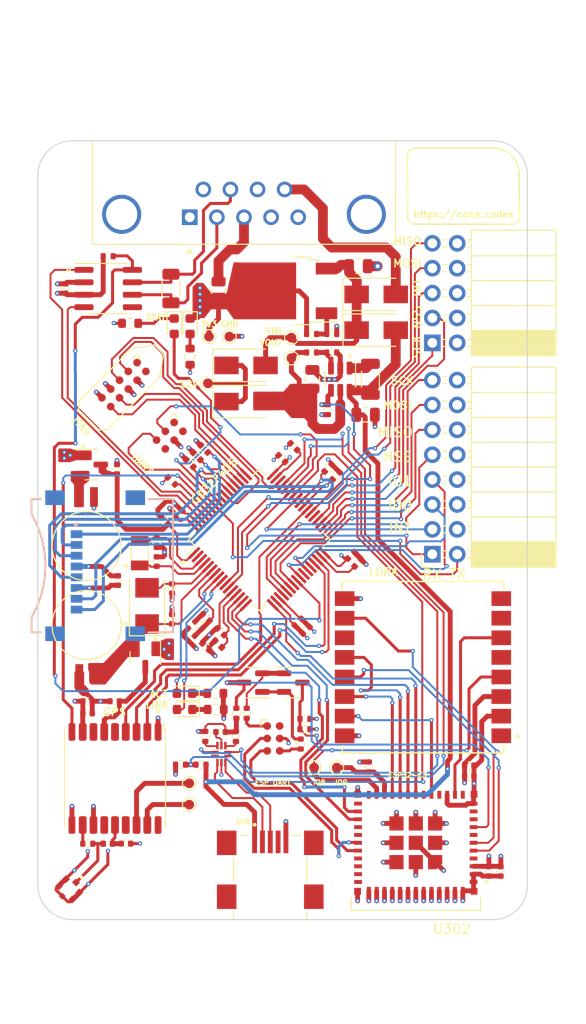
<source format=kicad_pcb>
(kicad_pcb (version 20211014) (generator pcbnew)
  (layers (0 "F.Cu" signal) (1 "In1.Cu" signal) (2 "In2.Cu" signal) (31 "B.Cu" signal) (34 "B.Paste" user) (35 "F.Paste" user) (36 "B.SilkS" user "B.Silkscreen") (37 "F.SilkS" user "F.Silkscreen") (38 "B.Mask" user) (39 "F.Mask" user) (44 "Edge.Cuts" user))
  (net 0 "")
  (net 1 "Net-(BT201-Pad1)")
  (net 2 "GND")
  (net 3 "Net-(BT301-Pad1)")
  (net 4 "/Base/RCC_OSC32_IN")
  (net 5 "/Base/HSI_OUT")
  (net 6 "/Base/~{RESET}")
  (net 7 "/Base/RCC_OSC32_OUT")
  (net 8 "/Base/HSI_IN")
  (net 9 "/Base/VCAP_1")
  (net 10 "/Base/VCAP_2")
  (net 11 "/Base/VBAT")
  (net 12 "+3V3")
  (net 13 "+3.3VA")
  (net 14 "/Wireless/VCC_RF")
  (net 15 "/Base/LED_ACT_ANODE")
  (net 16 "/Base/LED_ACT")
  (net 17 "/Power/VIN")
  (net 18 "/Power/USB_VBUS")
  (net 19 "/Power/VOUT")
  (net 20 "/Power/12VIN")
  (net 21 "+12V")
  (net 23 "/Base/JTDO")
  (net 24 "/Base/JTMS")
  (net 25 "/Base/JTDI")
  (net 26 "/Base/JTCK")
  (net 29 "/Base/USART1_RX")
  (net 30 "/Base/USART1_TX")
  (net 32 "/Wireless/PROG_DTR")
  (net 34 "/Wireless/PROG_RX")
  (net 35 "/Wireless/PROG_TX")
  (net 36 "/Wireless/PROG_RTS")
  (net 39 "/CAN/CAN_L")
  (net 43 "/CAN/CAN_H")
  (net 45 "/USB/USB_CON_DM")
  (net 46 "/USB/USB_CON_DP")
  (net 49 "/Storage/DAT2")
  (net 50 "/Storage/DAT3")
  (net 51 "/Storage/CMD")
  (net 52 "/Storage/CLK")
  (net 53 "/Storage/DAT0")
  (net 54 "/Storage/DAT1")
  (net 56 "/Base/LED_LINK_ANODE")
  (net 57 "/Wireless/ACT_ANT_IN")
  (net 58 "/Power/SW")
  (net 59 "Net-(Q301-Pad1)")
  (net 60 "Net-(Q301-Pad2)")
  (net 61 "/Wireless/HCI_EN")
  (net 62 "/Wireless/IO9")
  (net 63 "/Base/BOOT0")
  (net 64 "/Wireless/IO8")
  (net 65 "/Wireless/GPS_RF_IN")
  (net 66 "/Base/LED_LINK")
  (net 67 "/Base/LED_STATUS_ANODE")
  (net 68 "/Base/USB_VBUS")
  (net 69 "/Power/ADJ")
  (net 70 "/Base/BOOST_EN")
  (net 71 "/Power/FB")
  (net 72 "/Base/CAN_STBY")
  (net 73 "/USB/DEN")
  (net 74 "/USB/DSEL")
  (net 75 "/Wireless/GPS_SDA")
  (net 76 "/Wireless/GPS_SCL")
  (net 78 "/Base/LED_STATUS")
  (net 80 "/Base/SPI2_MISO")
  (net 81 "/Base/SPI2_MOSI")
  (net 82 "/Base/USART2_CTS")
  (net 83 "/Base/USART2_RTS")
  (net 84 "/Base/USART2_TX")
  (net 85 "/Base/USART2_RX")
  (net 86 "/Base/SPI1_NSS")
  (net 87 "/Base/SPI1_SCK")
  (net 88 "/Base/SPI1_MISO")
  (net 89 "/Base/SPI1_MOSI")
  (net 90 "/Base/SPI1_IO1")
  (net 91 "Net-(D405-Pad2)")
  (net 92 "/Base/BOOT1")
  (net 94 "/Base/USART3_TX")
  (net 95 "/Base/USART3_RX")
  (net 96 "/Base/SPI2_NSS")
  (net 97 "/Base/SPI2_SCK")
  (net 98 "/Base/SPI2_INT")
  (net 100 "/Base/GPS_PPS")
  (net 101 "/Base/SPI1_INT")
  (net 102 "/Base/USB_DM")
  (net 103 "/Base/USB_DP")
  (net 104 "/Base/JTRST")
  (net 105 "/Base/~{GPS_RESET}")
  (net 106 "/Base/CAN1_RX")
  (net 107 "/Base/CAN1_TX")
  (net 114 "/Wireless/LORA_MISO")
  (net 115 "/Wireless/LORA_BUSY")
  (net 120 "/Wireless/LORA_DIO1")
  (net 122 "/Wireless/LORA_NSS")
  (net 124 "/Wireless/LORA_SCK")
  (net 125 "/Wireless/LORA_MOSI")
  (net 136 "/Wireless/LORA_DIO2")
  (net 137 "/Wireless/LORA_DIO3")
  (net 139 "/USB/D2_P")
  (net 140 "/USB/D2_M")
  (net 142 "/Wireless/GPS_VBACKUP")
  (net 144 "/USB/USB_ESD_VCC")
  (net 145 "/USB/USB_ESD_GND")
  (footprint "Capacitor_SMD:C_0402_1005Metric" (layer "F.Cu") (at 26.186204 73.883796 -90)
    (fp_text reference "C701" hide)
    (fp_text value "C_0402_100n" hide)
  )
  (footprint "Capacitor_SMD:C_0402_1005Metric" (layer "F.Cu") (at 44.141285 60.213346 135)
    (fp_text reference "C207" hide)
    (fp_text value "C_0402_2u2" hide)
  )
  (footprint "Resistor_SMD:R_0402_1005Metric" (layer "F.Cu") (at 48.468027 63.19967 -135)
    (fp_text reference "R702" hide)
    (fp_text value "R_0402_10k" hide)
  )
  (footprint "Capacitor_SMD:C_0402_1005Metric" (layer "F.Cu") (at 31.706204 74.703796 -90)
    (fp_text reference "C205" hide)
    (fp_text value "C_0402_39p" hide)
  )
  (footprint "Capacitor_SMD:C_0402_1005Metric" (layer "F.Cu") (at 64.076204 103.573795 -90)
    (fp_text reference "C306" hide)
    (fp_text value "C_0402_100n" hide)
  )
  (footprint "Capacitor_SMD:C_0402_1005Metric" (layer "F.Cu") (at 62.073795 93.843796)
    (fp_text reference "C310" hide)
    (fp_text value "C_0402_100n" hide)
  )
  (footprint "Crystal:Crystal_SMD_3215-2Pin_3.2x1.5mm" (layer "F.Cu") (at 28.406204 71.093796 -90)
    (fp_text reference "Y201" hide)
    (fp_text value "Y_32.768k" hide)
  )
  (footprint "Battery:BatteryHolder_Seiko_MS621F" (layer "F.Cu") (at 22.98 65.35 90)
    (fp_text reference "BT201" hide)
    (fp_text value "BT_MS412FE-FL26E" hide)
  )
  (footprint "Capacitor_SMD:C_0805_2012Metric" (layer "F.Cu") (at 51.47745 56.965009)
    (fp_text reference "C403" hide)
    (fp_text value "C_0805_1u" hide)
  )
  (footprint "Capacitor_SMD:C_0402_1005Metric" (layer "F.Cu") (at 23.073795 87.446204 180)
    (fp_text reference "C302" hide)
    (fp_text value "C_0402_100n" hide)
  )
  (footprint "Connector:Tag-Connect_TC2030-IDC-NL_2x03_P1.27mm_Vertical" (layer "F.Cu") (at 42.066203 90.003795 -90)
    (fp_text reference "J301" hide)
    (fp_text value "J_TC2030-IDC" hide)
  )
  (footprint "Capacitor_SMD:C_0402_1005Metric" (layer "F.Cu") (at 36.685106 79.107687 135)
    (fp_text reference "C215" hide)
    (fp_text value "C_0402_100n" hide)
  )
  (footprint "BOM:Ai-Thinker-Ra-01-LoRa" (layer "F.Cu") (at 57.34 82.73 180)
    (fp_text reference "U304" hide)
    (fp_text value "U_RA-01S" hide)
  )
  (footprint "TestPoint:TestPoint_Pad_D1.0mm" (layer "F.Cu") (at 33.466205 94.586204 180)
    (fp_text reference "TP301" hide)
    (fp_text value "GPS_SDA" hide)
  )
  (footprint "Connector_PinSocket_2.54mm:PinSocket_2x05_P2.54mm_Horizontal" (layer "F.Cu") (at 58.3 49.62 180)
    (fp_text reference "J901" hide)
    (fp_text value "SPI2")
  )
  (footprint "Package_TO_SOT_SMD:SOT-23-6" (layer "F.Cu") (at 48.89255 53.333797 -90)
    (fp_text reference "U402" hide)
    (fp_text value "U_TLV61046ADB" hide)
  )
  (footprint "LED_SMD:LED_0603_1608Metric" (layer "F.Cu") (at 33.55 47.925 -90)
    (fp_text reference "D405" hide)
    (fp_text value "LED_RED")
  )
  (footprint "Capacitor_SMD:C_0402_1005Metric" (layer "F.Cu") (at 25.843796 86.203796)
    (fp_text reference "C303" hide)
    (fp_text value "C_0402_100n" hide)
  )
  (footprint "Capacitor_SMD:C_0402_1005Metric" (layer "F.Cu") (at 32.416876 67.098787 45)
    (fp_text reference "C214" hide)
    (fp_text value "C_0402_100n" hide)
  )
  (footprint "Resistor_SMD:R_0402_1005Metric" (layer "F.Cu") (at 51.811204 92.916204 -90)
    (fp_text reference "R306" hide)
    (fp_text value "R_0402_10k" hide)
  )
  (footprint "Capacitor_SMD:C_0402_1005Metric" (layer "F.Cu") (at 27 100.74)
    (fp_text reference "C304" hide)
    (fp_text value "C_0402_100n" hide)
  )
  (footprint "Connector_Dsub:DSUB-9_Female_Horizontal_P2.77x2.84mm_EdgePinOffset4.94mm_Housed_MountingHolesOffset7.48mm" (layer "F.Cu") (at 33.516205 36.796866 180)
    (fp_text reference "J401" hide)
    (fp_text value "DB9_Female_MountingHoles" hide)
  )
  (footprint "Resistor_SMD:R_0402_1005Metric" (layer "F.Cu") (at 23.1 100.75)
    (fp_text reference "R308" hide)
    (fp_text value "R_0402_DNP" hide)
  )
  (footprint "Diode_SMD:D_SMA" (layer "F.Cu") (at 39.263796 55.616204)
    (fp_text reference "D403" hide)
    (fp_text value "D_SS54" hide)
  )
  (footprint "Capacitor_SMD:C_0402_1005Metric" (layer "F.Cu") (at 45.407124 78.953498 -135)
    (fp_text reference "C210" hide)
    (fp_text value "C_0402_4u7" hide)
  )
  (footprint "Package_TO_SOT_SMD:SOT-23" (layer "F.Cu") (at 39.996203 84.303796 180)
    (fp_text reference "Q302" hide)
    (fp_text value "Q_SOT23_NPN" hide)
  )
  (footprint "Resistor_SMD:R_0402_1005Metric" (layer "F.Cu") (at 31.652406 63.707106 -45)
    (fp_text reference "R203" hide)
    (fp_text value "R_0402_10k" hide)
  )
  (footprint "LED_SMD:LED_0603_1608Metric" (layer "F.Cu") (at 31.925 47.925 -90)
    (fp_text reference "D204" hide)
    (fp_text value "LED_GRN")
  )
  (footprint "Resistor_SMD:R_0402_1005Metric" (layer "F.Cu") (at 34.447695 78.402795 -45)
    (fp_text reference "R202" hide)
    (fp_text value "R_0402_10k" hide)
  )
  (footprint "Capacitor_SMD:C_0402_1005Metric" (layer "F.Cu") (at 65.276205 103.573795 -90)
    (fp_text reference "C308" hide)
    (fp_text value "C_0402_4u7" hide)
  )
  (footprint "Package_TO_SOT_SMD:SOT-23" (layer "F.Cu") (at 23.483796 62.043796)
    (fp_text reference "D201" hide)
    (fp_text value "D_BAT54C" hide)
  )
  (footprint "TestPoint:TestPoint_Pad_D1.0mm" (layer "F.Cu") (at 37.567129 48.983796)
    (fp_text reference "TP404" hide)
    (fp_text value "GND")
  )
  (footprint "BOM:ublox_MAX" (layer "F.Cu") (at 25.88 94.09 -90)
    (fp_text reference "U301" hide)
    (fp_text value "U_ATGM336H-5N31" hide)
  )
  (footprint "BOM:QFN40P140X180X55-10N" (layer "F.Cu") (at 36.749803 91.596605)
    (fp_text reference "U601" hide)
    (fp_text value "U_TS3USB30ERSWR" hide)
  )
  (footprint "Resistor_SMD:R_0402_1005Metric" (layer "F.Cu") (at 39.336204 87.433796 -90)
    (fp_text reference "R301" hide)
    (fp_text value "R_0402_10k" hide)
  )
  (footprint "Connector_PinSocket_2.54mm:PinSocket_2x08_P2.54mm_Horizontal" (layer "F.Cu") (at 58.3 71.200001 180)
    (fp_text reference "J801" hide)
    (fp_text value "SPI1")
  )
  (footprint "Resistor_SMD:R_0603_1608Metric" (layer "F.Cu") (at 33.55 51.025 90)
    (fp_text reference "R408" hide)
    (fp_text value "R_0603_500")
  )
  (footprint "Capacitor_SMD:C_0402_1005Metric" (layer "F.Cu") (at 26.086204 62.523796 90)
    (fp_text reference "C208" hide)
    (fp_text value "C_0402_100n" hide)
  )
  (footprint "Capacitor_SMD:C_0402_1005Metric" (layer "F.Cu") (at 30.136204 71.946204 90)
    (fp_text reference "C204" hide)
    (fp_text value "C_0402_39p" hide)
  )
  (footprint "TestPoint:TestPoint_Pad_D1.0mm" (layer "F.Cu") (at 43.903796 49.093796)
    (fp_text reference "TP401" hide)
    (fp_text value "VIN" hide)
  )
  (footprint "TestPoint:TestPoint_Pad_D1.0mm" (layer "F.Cu") (at 43.903796 51.173796)
    (fp_text reference "TP403" hide)
    (fp_text value "12VOUT" hide)
  )
  (footprint "Package_TO_SOT_SMD:TO-252-2" (layer "F.Cu") (at 43.286204 44.316204 180)
    (fp_text reference "U401" hide)
    (fp_text value "U_LM317_TO-252" hide)
  )
  (footprint "Resistor_SMD:R_0402_1005Metric" (layer "F.Cu") (at 33.688968 79.16152 -45)
    (fp_text reference "R201" hide)
    (fp_text value "R_0402_10k" hide)
  )
  (footprint "Resistor_SMD:R_0402_1005Metric" (layer "F.Cu") (at 32.576205 92.681204 180)
    (fp_text reference "R402" hide)
    (fp_text value "R_0402_DNP" hide)
  )
  (footprint "Package_QFP:LQFP-64_10x10mm_P0.5mm" (layer "F.Cu") (at 40.633796 69.713796 45)
    (fp_text reference "U201" hide)
    (fp_text value "U_GD32F405RGT6" hide)
  )
  (footprint "Resistor_SMD:R_0402_1005Metric" (layer "F.Cu") (at 45.96246 48.716204)
    (fp_text reference "R404" hide)
    (fp_text value "R_0402_DNP" hide)
  )
  (footprint "Resistor_SMD:R_0402_1005Metric" (layer "F.Cu") (at 35.103796 89.796205 90)
    (fp_text reference "R602" hide)
    (fp_text value "R_0402_10k" hide)
  )
  (footprint "Crystal:Crystal_SMD_5032-2Pin_5.0x3.2mm" (layer "F.Cu") (at 29.153796 76.476204 90)
    (fp_text reference "Y202" hide)
    (fp_text value "Y_8m" hide)
  )
  (footprint "Capacitor_SMD:C_0402_1005Metric" (layer "F.Cu") (at 50.7 72.1 45)
    (fp_text reference "C206" hide)
    (fp_text value "C_0402_2u2" hide)
  )
  (footprint "Resistor_SMD:R_0402_1005Metric" (layer "F.Cu") (at 44.846204 90.573796 -90)
    (fp_text reference "R302" hide)
    (fp_text value "R_0402_10k" hide)
  )
  (footprint "Diode_SMD:D_SMA" (layer "F.Cu") (at 52.563796 48.323796)
    (fp_text reference "D402" hide)
    (fp_text value "D_SS54" hide)
  )
  (footprint "Resistor_SMD:R_0402_1005Metric" (layer "F.Cu") (at 45.283796 88.006204 180)
    (fp_text reference "R303" hide)
    (fp_text value "R_0402_10k" hide)
  )
  (footprint "BOM:IPEX_20579-001E" (layer "F.Cu") (at 21.2 105.4 135)
    (fp_text reference "AE301" hide)
    (fp_text value "20579-001E")
  )
  (footprint "Capacitor_SMD:C_0805_2012Metric" (layer "F.Cu") (at 46.042461 53.333797 90)
    (fp_text reference "C405" hide)
    (fp_text value "C_0805_10u" hide)
  )
  (footprint "BOM:EDAC_690-005-299-043" (layer "F.Cu") (at 41.74 103.2125)
    (fp_text reference "J601" hide)
    (fp_text value "J_USB_B_Mini" hide)
  )
  (footprint "TestPoint:TestPoint_Pad_D1.0mm" (layer "F.Cu") (at 48.533704 92.986204 180)
    (fp_text reference "TP303" hide)
    (fp_text value "IO8" hide)
  )
  (footprint "Capacitor_SMD:C_0402_1005Metric" (layer "F.Cu") (at 30.136204 70.013796 -90)
    (fp_text reference "C201" hide)
    (fp_text value "C_0402_39p" hide)
  )
  (footprint "TestPoint:TestPoint_Pad_D1.0mm" (layer "F.Cu") (at 35.375 53.75)
    (fp_text reference "TP405" hide)
    (fp_text value "12v")
  )
  (footprint "Inductor_SMD:L_1206_3216Metric" (layer "F.Cu") (at 51.97745 53.333797 90)
    (fp_text reference "L401" hide)
    (fp_text value "L_1206_10u" hide)
  )
  (footprint "Inductor_SMD:L_0402_1005Metric" (layer "F.Cu") (at 36.44435 80.368444 135)
    (fp_text reference "FB201" hide)
    (fp_text value "FB_0402_1k" hide)
  )
  (footprint "Inductor_SMD:L_0402_1005Metric" (layer "F.Cu") (at 25.15 100.75 180)
    (fp_text reference "L302" hide)
    (fp_text value "L_4n7" hide)
  )
  (footprint "Capacitor_SMD:C_0402_1005Metric" (layer "F.Cu") (at 30.952881 67.78065 135)
    (fp_text reference "C209" hide)
    (fp_text value "C_0402_100n" hide)
  )
  (footprint "TestPoint:TestPoint_Pad_D1.0mm" (layer "F.Cu") (at 46.226205 92.986204 180)
    (fp_text reference "TP304" hide)
    (fp_text value "IO9" hide)
  )
  (footprint "Resistor_SMD:R_0402_1005Metric" (layer "F.Cu") (at 38.276204 87.433796 -90)
    (fp_text reference "R305" hide)
    (fp_text value "R_0402_10k" hide)
  )
  (footprint "Battery:BatteryHolder_Seiko_MS621F" (layer "F.Cu") (at 22.98 83.42 -90)
    (fp_text reference "BT301" hide)
    (fp_text value "BT_MS412FE-FL26E" hide)
  )
  (footprint "Capacitor_SMD:C_0402_1005Metric" (layer "F.Cu") (at 62.073796 92.756204 180)
    (fp_text reference "C309" hide)
    (fp_text value "C_0402_4u7" hide)
  )
  (footprint "LED_SMD:LED_0603_1608Metric" (layer "F.Cu") (at 33 87.05 180)
    (fp_text reference "D203" hide)
    (fp_text value "LED_GRN")
  )
  (footprint "TestPoint:TestPoint_Pad_D1.0mm" (layer "F.Cu") (at 33.466204 96.766204 180)
    (fp_text reference "TP302" hide)
    (fp_text value "GPS_SCL" hide)
  )
  (footprint "Package_TO_SOT_SMD:SOT-23" (layer "F.Cu") (at 28.976205 81.783796 -90)
    (fp_text reference "D301" hide)
    (fp_text value "D_BAT54C" hide)
  )
  (footprint "Capacitor_SMD:C_0402_1005Metric" (layer "F.Cu") (at 50 71.3 45)
    (fp_text reference "C212" hide)
    (fp_text value "C_0402_100n" hide)
  )
  (footprint "Capacitor_SMD:C_0402_1005Metric" (layer "F.Cu") (at 36.673796 89.343796)
    (fp_text reference "C601" hide)
    (fp_text value "C_0402_100n" hide)
  )
  (footprint "Connector:Tag-Connect_TC2050-IDC-NL_2x05_P1.27mm_Vertical" (layer "F.Cu") (at 26.788978 53.882279 -135)
    (fp_text reference "J201" hide)
    (fp_text value "Conn_02x05_Odd_Even" hide)
  )
  (footprint "Resistor_SMD:R_0402_1005Metric" (layer "F.Cu") (at 48.022461 50.602583)
    (fp_text reference "R406" hide)
    (fp_text value "R_0402_DNP" hide)
  )
  (footprint "Capacitor_SMD:C_0402_1005Metric" (layer "F.Cu") (at 44.584281 78.130654 -135)
    (fp_text reference "C211" hide)
    (fp_text value "C_0402_100n" hide)
  )
  (footprint "Capacitor_SMD:C_0402_1005Metric" (layer "F.Cu") (at 23.073795 86.203796)
    (fp_text reference "C301" hide)
    (fp_text value "C_0402_4u7" hide)
  )
  (footprint "Resistor_SMD:R_0402_1005Metric" (layer "F.Cu") (at 34.666205 92.681204 180)
    (fp_text reference "R401" hide)
    (fp_text value "R_0402_4k7" hide)
  )
  (footprint "Resistor_SMD:R_0402_1005Metric" (layer "F.Cu") (at 33.518019 61.921493 -45)
    (fp_text reference "R703" hide)
    (fp_text value "R_0402_10k" hide)
  )
  (footprint "TestPoint:TestPoint_Pad_D1.0mm" (layer "F.Cu") (at 35.483796 48.983796)
    (fp_text reference "TP402" hide)
    (fp_text value "3V3OUT" hide)
  )
  (footprint "Package_SO:SOIC-8_3.9x4.9mm_P1.27mm" (layer "F.Cu") (at 25.183796 44.073796)
    (fp_text reference "U501" hide)
    (fp_text value "U_TJA1050" hide)
  )
  (footprint "Resistor_SMD:R_1206_3216Metric" (layer "F.Cu") (at 31.596204 44.073796 -90)
    (fp_text reference "R502" hide)
    (fp_text value "R_120_1206")
  )
  (footprint "Diode_SMD:D_SMA" (layer "F.Cu") (at 39.263796 51.923796)
    (fp_text reference "D404" hide)
    (fp_text value "D_SS54" hide)
  )
  (footprint "Resistor_SMD:R_0402_1005Metric" (layer "F.Cu") (at 47.655392 62.387035 -135)
    (fp_text reference "R701" hide)
    (fp_text value "R_0402_10k" hide)
  )
  (footprint "Resistor_SMD:R_0402_1005Metric" (layer "F.Cu") (at 34.995973 60.443539 -45)
    (fp_text reference "R705" hide)
    (fp_text value "R_0402_10k" hide)
  )
  (footprint "Resistor_SMD:R_0603_1608Metric" (layer "F.Cu") (at 36.165 87.045 180)
    (fp_text reference "R205" hide)
    (fp_text value "R_0603_500")
  )
  (footprint "Capacitor_SMD:C_0402_1005Metric" (layer "F.Cu") (at 31.696204 77.826204 90)
    (fp_text reference "C202" hide)
    (fp_text value "C_0402_39p" hide)
  )
  (footprint "Package_TO_SOT_SMD:SOT-23" (layer "F.Cu") (at 44.086204 84.303796)
    (fp_text reference "Q301" hide)
    (fp_text value "Q_SOT23_NPN" hide)
  )
  (footprint "Resistor_SMD:R_0402_1005Metric" (layer "F.Cu") (at 45.283796 89.06)
    (fp_text reference "R304" hide)
    (fp_text value "R_0402_10k" hide)
  )
  (footprint "Resistor_SMD:R_0603_1608Metric" (layer "F.Cu") (at 27.425 47.625 180)
    (fp_text reference "R206" hide)
    (fp_text value "R_0603_500")
  )
  (footprint "BOM:XCVR_ESP32-C3-MINI-1U-N4" (layer "F.Cu") (at 56.611204 100.656204 180)
    (fp_text reference "U302")
    (fp_text value "U_ESP32-C3-MINI-1U-N4")
  )
  (footprint "Diode_SMD:D_SMA" (layer "F.Cu") (at 52.563796 44.673796)
    (fp_text reference "D401" hide)
    (fp_text value "D_SS54" hide)
  )
  (footprint "Capacitor_SMD:C_0402_1005Metric" (layer "F.Cu") (at 35.155441 80.637352 135)
    (fp_text reference "C216" hide)
    (fp_text value "C_0402_10n" hide)
  )
  (footprint "Connector:Tag-Connect_TC2030-IDC-NL_2x03_P1.27mm_Vertical" (layer "F.Cu") (at 31.470774 59.097782 -135)
    (fp_text reference "J202" hide)
    (fp_text value "J_TC2030-IDC" hide)
  )
  (footprint "LED_SMD:LED_0603_1608Metric" (layer "F.Cu") (at 32.9875 85.4 180)
    (fp_text reference "D202" hide)
    (fp_text value "LED_YLW")
  )
  (footprint "Resistor_SMD:R_0402_1005Metric" (layer "F.Cu") (at 38.233796 89.796204 90)
    (fp_text reference "R601" hide)
    (fp_text value "R_0402_10k" hide)
  )
  (footprint "Resistor_SMD:R_0402_1005Metric" (layer "F.Cu") (at 45.96246 50.602583)
    (fp_text reference "R407" hide)
    (fp_text value "R_0402_DNP" hide)
  )
  (footprint "Resistor_SMD:R_0402_1005Metric" (layer "F.Cu") (at 34.24509 61.194422 -45)
    (fp_text reference "R704" hide)
    (fp_text value "R_0402_10k" hide)
  )
  (footprint "Resistor_SMD:R_0402_1005Metric" (layer "F.Cu") (at 47.624993 56.43745 -90)
    (fp_text reference "R405" hide)
    (fp_text value "R_0402_10k" hide)
  )
  (footprint "Capacitor_SMD:C_0402_1005Metric" (layer "F.Cu") (at 20.813796 44.073796 90)
    (fp_text reference "C502" hide)
    (fp_text value "C_0402_100n" hide)
  )
  (footprint "Capacitor_SMD:C_0402_1005Metric" (layer "F.Cu") (at 35.19186 77.65863 135)
    (fp_text reference "C203" hide)
    (fp_text value "C_0402_100n" hide)
  )
  (footprint "Capacitor_SMD:C_0805_2012Metric" (layer "F.Cu") (at 36.453797 44.316204 90)
    (fp_text reference "C402" hide)
    (fp_text value "C_0805_1u" hide)
  )
  (footprint "Resistor_SMD:R_0603_1608Metric" (layer "F.Cu") (at 36.1275 85.405 180)
    (fp_text reference "R204" hide)
    (fp_text value "R_0603_500")
  )
  (footprint "Resistor_SMD:R_0402_1005Metric" (layer "F.Cu") (at 48.022461 48.716204)
    (fp_text reference "R403" hide)
    (fp_text value "R_0402_DNP" hide)
  )
  (footprint "Capacitor_SMD:C_0805_2012Metric" (layer "F.Cu") (at 50.743795 41.796204)
    (fp_text reference "C401" hide)
    (fp_text value "C_0805_100n" hide)
  )
  (footprint "Capacitor_SMD:C_0402_1005Metric" (layer "F.Cu") (at 42.918919 61.435713 135)
    (fp_text reference "C213" hide)
    (fp_text value "C_0402_100n" hide)
  )
  (footprint "Resistor_SMD:R_0402_1005Metric" (layer "F.Cu") (at 25.183796 40.773796)
    (fp_text reference "R501" hide)
    (fp_text value "R_0402_10k" hide)
  )
  (footprint "BOM:GCT_MEM2067-02-180-00-A_REVB" (layer "B.Cu") (at 24.578604 72.373996 90)
    (fp_text reference "J701" hide)
    (fp_text value "J_Micro_SD_Card" hide)
  )
  (gr_circle (center 26.95 72.37071) (end 27 72.42071) (layer "F.SilkS") (width 0.15) (fill none))
  (gr_circle (center 26.95 78.3) (end 27 78.35) (layer "F.SilkS") (width 0.15) (fill none))
  (gr_arc (start 64.4 29.75) (mid 66.394189 30.505811) (end 67.15 32.5) (layer "F.SilkS") (width 0.15))
  (gr_circle (center 67 89.8) (end 67.05 89.85) (layer "F.SilkS") (width 0.15) (fill none))
  (gr_line (start 56.53033 37.5) (end 66.36 37.52) (layer "F.SilkS") (width 0.15))
  (gr_arc (start 55.75 30.5) (mid 55.96967 29.96967) (end 56.5 29.75) (layer "F.SilkS") (width 0.15))
  (gr_circle (center 49.85 51) (end 49.9 51.05) (layer "F.SilkS") (width 0.15) (fill none))
  (gr_line (start 67.15 32.5) (end 67.21 36.77) (layer "F.SilkS") (width 0.15))
  (gr_line (start 56.5 29.75) (end 64.5 29.75) (layer "F.SilkS") (width 0.15))
  (gr_circle (center 29.95 79.85) (end 30 79.9) (layer "F.SilkS") (width 0.15) (fill none))
  (gr_arc (start 56.53033 37.5) (mid 55.999981 37.280341) (end 55.78033 36.75) (layer "F.SilkS") (width 0.15))
  (gr_line (start 55.78033 36.75) (end 55.75 30.5) (layer "F.SilkS") (width 0.15))
  (gr_arc (start 67.21 36.77) (mid 66.99033 37.30033) (end 66.46 37.52) (layer "F.SilkS") (width 0.15))
  (gr_circle (center 30.3 87.25) (end 30.35 87.3) (layer "F.SilkS") (width 0.15) (fill none))
  (gr_circle (center 21.15 42.15) (end 21.2 42.2) (layer "F.SilkS") (width 0.15) (fill none))
  (gr_circle (center 32.85 72.05) (end 32.9 72.1) (layer "F.SilkS") (width 0.15) (fill none))
  (gr_circle (center 22.6 60.15) (end 22.65 60.2) (layer "F.SilkS") (width 0.15) (fill none))
  (gr_line (start 18 105) (end 18 32.5) (layer "Edge.Cuts") (width 0.1))
  (gr_line (start 64.5 29) (end 21.5 29) (layer "Edge.Cuts") (width 0.1))
  (gr_arc (start 64.5 29) (mid 66.974874 30.025126) (end 68 32.5) (layer "Edge.Cuts") (width 0.1))
  (gr_line (start 64.5 108.5) (end 21.5 108.5) (layer "Edge.Cuts") (width 0.1))
  (gr_line (start 68 105) (end 68 32.5) (layer "Edge.Cuts") (width 0.1))
  (gr_arc (start 21.5 108.5) (mid 19.025126 107.474874) (end 18 105) (layer "Edge.Cuts") (width 0.1))
  (gr_arc (start 68 105) (mid 66.974874 107.474874) (end 64.5 108.5) (layer "Edge.Cuts") (width 0.1))
  (gr_arc (start 18 32.5) (mid 19.025126 30.025126) (end 21.5 29) (layer "Edge.Cuts") (width 0.1))
  (gr_text "SCK" (at 55.25 53.5) (layer "F.SilkS") (effects (font (size 0.8 0.8))))
  (gr_text "LINK" (at 30.17 86.58) (layer "F.SilkS") (effects (font (size 0.7 0.7) (thickness 0.15) italic)))
  (gr_text "GPS" (at 25.8 87.32) (layer "F.SilkS") (effects (font (size 0.8 0.8) (thickness 0.15) italic)))
  (gr_text "RX" (at 58.27 73.27) (layer "F.SilkS") (effects (font (size 1 1))))
  (gr_text "SCK" (at 56.75 50 90) (layer "F.SilkS") (effects (font (size 0.8 0.8))))
  (gr_text "NSS" (at 54.75 61.25) (layer "F.SilkS") (effects (font (size 1 1))))
  (gr_text "ESP32-C3" (at 55.75 93.75) (layer "F.SilkS") (effects (font (size 0.5 0.5) (thickness 0.125) italic)))
  (gr_text "MISO" (at 54.5 58.75) (layer "F.SilkS") (effects (font (size 1 1))))
  (gr_text "MISO" (at 55.75 39.25) (layer "F.SilkS") (effects (font (size 0.8 0.8))))
  (gr_text "STAT" (at 30.02 47.02) (layer "F.SilkS") (effects (font (size 0.6 0.6) (thickness 0.15) italic)))
  (gr_text "GD32F405" (at 36 63.75 45) (layer "F.SilkS") (effects (font (size 0.8 0.8))))
  (gr_text "IO8" (at 46.75 94.5) (layer "F.SilkS") (effects (font (size 0.5 0.5) (thickness 0.125))))
  (gr_text "ESP UART" (at 42 94.5) (layer "F.SilkS") (effects (font (size 0.5 0.5) (thickness 0.125))))
  (gr_text "LORA" (at 53.25 73) (layer "F.SilkS") (effects (font (size 0.8 0.8) (thickness 0.15) italic)))
  (gr_text "JTAG" (at 22.425 58.05 315) (layer "F.SilkS") (effects (font (size 0.7 0.7))))
  (gr_text "MOSI" (at 54.75 56) (layer "F.SilkS") (effects (font (size 0.8 0.8))))
  (gr_text "IO0" (at 55 66.25) (layer "F.SilkS") (effects (font (size 1 1))))
  (gr_text "MOSI" (at 55.75 41.5) (layer "F.SilkS") (effects (font (size 0.8 0.8))))
  (gr_text "INT" (at 55 68.5) (layer "F.SilkS") (effects (font (size 1 1))))
  (gr_text "IO1" (at 55 63.75) (layer "F.SilkS") (effects (font (size 1 1))))
  (gr_text "UART" (at 28.625 62 315) (layer "F.SilkS") (effects (font (size 0.7 0.7))))
  (gr_text "12V" (at 33.4 53.83) (layer "F.SilkS") (effects (font (size 0.7 0.7))))
  (gr_text "INT" (at 56.75 44 90) (layer "F.SilkS") (effects (font (size 0.8 0.8))))
  (gr_text "3v3" (at 35.49 47.72) (layer "F.SilkS") (effects (font (size 0.6 0.6))))
  (gr_text "NSS" (at 56.75 47 90) (layer "F.SilkS") (effects (font (size 0.8 0.8))))
  (gr_text "USB" (at 39 98.5) (layer "F.SilkS") (effects (font (size 0.5 0.5) (thickness 0.125))))
  (gr_text "VOUT" (at 41.79 49.61) (layer "F.SilkS") (effects (font (size 0.6 0.6))))
  (gr_text "IO9" (at 49 94.5) (layer "F.SilkS") (effects (font (size 0.5 0.5) (thickness 0.125))))
  (gr_text "VIN" (at 42.07 48.43) (layer "F.SilkS") (effects (font (size 0.7 0.7))))
  (gr_text "https://cone.codes" (at 61.5 36.5) (layer "F.SilkS") (effects (font (size 0.7 0.7))))
  (gr_text "ACT" (at 30.3 85.47) (layer "F.SilkS") (effects (font (size 0.7 0.7) (thickness 0.15) italic)))
  (gr_text "GND" (at 37.57 47.73) (layer "F.SilkS") (effects (font (size 0.6 0.6))))
  (gr_text "TX" (at 60.84 73.22) (layer "F.SilkS") (effects (font (size 1 1))))
  (segment (start 65.276205 104.053795) (end 63.413795 104.053795) (width 0.5) (layer "F.Cu") (net 2))
  (segment (start 47.221203 53.358797) (end 47.761203 53.358797) (width 0.5) (layer "F.Cu") (net 2))
  (segment (start 20.813796 43.593796) (end 19.986204 43.593796) (width 0.5) (layer "F.Cu") (net 2))
  (segment (start 54.636204 98.681204) (end 53.271204 98.681204) (width 0.5) (layer "F.Cu") (net 2))
  (segment (start 62.553795 93.843796) (end 62.553795 92.99161) (width 0.5) (layer "F.Cu") (net 2))
  (segment (start 36.56 78.553971) (end 36.345695 78.768276) (width 0.2) (layer "F.Cu") (net 2))
  (segment (start 31.1074 65.7926) (end 31.74995 65.7926) (width 0.5) (layer "F.Cu") (net 2))
  (segment (start 56.611204 98.681204) (end 56.611204 97.531204) (width 0.5) (layer "F.Cu") (net 2))
  (segment (start 53.291204 102.631204) (end 53.29 102.63) (width 0.5) (layer "F.Cu") (net 2))
  (segment (start 51.811204 106.578796) (end 51.81 106.58) (width 0.5) (layer "F.Cu") (net 2))
  (segment (start 30.94 71.32) (end 30.793796 71.466204) (width 0.5) (layer "F.Cu") (net 2))
  (segment (start 48.89255 50.962672) (end 48.532461 50.602583) (width 0.5) (layer "F.Cu") (net 2))
  (segment (start 25.44194 54.32194) (end 24.89 53.77) (width 0.5) (layer "F.Cu") (net 2))
  (segment (start 32.066205 93.666205) (end 32.07 93.67) (width 0.5) (layer "F.Cu") (net 2))
  (segment (start 51.039411 71.660589) (end 50.339411 70.960589) (width 0.5) (layer "F.Cu") (net 2))
  (segment (start 54.211204 105.556204) (end 54.211204 106.578796) (width 0.5) (layer "F.Cu") (net 2))
  (segment (start 52.44 58.18) (end 52.44 56.977559) (width 0.5) (layer "F.Cu") (net 2))
  (segment (start 53.273796 100.656204) (end 53.27 100.66) (width 0.5) (layer "F.Cu") (net 2))
  (segment (start 60.611204 105.556204) (end 60.611204 106.578796) (width 0.5) (layer "F.Cu") (net 2))
  (segment (start 56.611204 103.978796) (end 56.6 103.99) (width 0.5) (layer "F.Cu") (net 2))
  (segment (start 30.94 70.99) (end 30.94 71.32) (width 0.5) (layer "F.Cu") (net 2))
  (segment (start 54.636204 98.681204) (end 54.636204 97.546204) (width 0.5) (layer "F.Cu") (net 2))
  (segment (start 23.553795 86.01941) (end 23.553795 86.656205) (width 0.5) (layer "F.Cu") (net 2))
  (segment (start 57.411204 105.556204) (end 57.411204 106.578796) (width 0.5) (layer "F.Cu") (net 2))
  (segment (start 58.586204 98.681204) (end 59.731204 98.681204) (width 0.5) (layer "F.Cu") (net 2))
  (segment (start 30.28 89.34) (end 30.28 87.9) (width 0.5) (layer "F.Cu") (net 2))
  (segment (start 48.301203 53.358797) (end 48.541203 53.358797) (width 0.5) (layer "F.Cu") (net 2))
  (segment (start 36.453797 43.366204) (end 36.453797 41.256203) (width 1) (layer "F.Cu") (net 2))
  (segment (start 36.56 76.26) (end 36.56 78.553971) (width 0.2) (layer "F.Cu") (net 2))
  (segment (start 39.056205 39.353795) (end 39.056205 36.796866) (width 1) (layer "F.Cu") (net 2))
  (segment (start 22.724385 85.19) (end 23.553795 86.01941) (width 0.5) (layer "F.Cu") (net 2))
  (segment (start 21.907107 106.107107) (end 23.157107 104.857107) (width 0.3058) (layer "F.Cu") (net 2))
  (segment (start 23.553795 86.203796) (end 24.393796 86.203796) (width 0.5) (layer "F.Cu") (net 2))
  (segment (start 22.72 85.19) (end 22.23 84.7) (width 1) (layer "F.Cu") (net 2))
  (segment (start 55.811204 105.556204) (end 55.811204 106.578796) (width 0.5) (layer "F.Cu") (net 2))
  (segment (start 63.35 92.195405) (end 63.35 88.28) (width 0.5) (layer "F.Cu") (net 2))
  (segment (start 56.611204 102.631204) (end 56.611204 103.978796) (width 0.5) (layer "F.Cu") (net 2))
  (segment (start 38.32 40.09) (end 39.056205 39.353795) (width 1) (layer "F.Cu") (net 2))
  (segment (start 27.251292 54.331292) (end 27.84 54.92) (width 0.5) (layer "F.Cu") (net 2))
  (segment (start 35.52 79.45) (end 34.81603 80.15397) (width 0.5) (layer "F.Cu") (net 2))
  (segment (start 55.011204 106.578796) (end 55.01 106.58) (width 0.5) (layer "F.Cu") (net 2))
  (segment (start 43.801874 59.873935) (end 43.801065 59.873935) (width 0.2) (layer "F.Cu") (net 2))
  (segment (start 62.511204 105.556204) (end 62.561204 105.606204) (width 0.5) (layer "F.Cu") (net 2))
  (segment (start 21.435786 103.75) (end 21.45 103.75) (width 0.3058) (layer "F.Cu") (net 2))
  (segment (start 19.875 105.310786) (end 20.492893 104.692893) (width 0.3058) (layer "F.Cu") (net 2))
  (segment (start 23.157107 104.857107) (end 25.15 102.864214) (width 0.3058) (layer "F.Cu") (net 2))
  (segment (start 37.62 40.09) (end 38.32 40.09) (width 1) (layer "F.Cu") (net 2))
  (segment (start 45.535 79.765) (end 45.067713 79.297713) (width 0.2) (layer "F.Cu") (net 2))
  (segment (start 22.708796 43.438796) (end 20.968796 43.438796) (width 0.5) (layer "F.Cu") (net 2))
  (segment (start 31.706204 75.183796) (end 31.706204 75.893796) (width 0.5) (layer "F.Cu") (net 2))
  (segment (start 38.859075 48.950925) (end 37.6 48.950925) (width 0.5) (layer "F.Cu") (net 2))
  (segment (start 23.1 102.1) (end 23.1 101.525) (width 0.3058) (layer "F.Cu") (net 2))
  (segment (start 63.216204 103.856204) (end 62.511204 103.856204) (width 0.5) (layer "F.Cu") (net 2))
  (segment (start 20.968796 43.438796) (end 20.813796 43.593796) (width 0.5) (layer "F.Cu") (net 2))
  (segment (start 63.35 88.28) (end 63.9 87.73) (width 0.5) (layer "F.Cu") (net 2))
  (segment (start 43.34 98.478045) (end 43.34 100.5625) (width 0.5) (layer "F.Cu") (net 2))
  (segment (start 20.492893 106.107107) (end 19.875 105.489214) (width 0.3058) (layer "F.Cu") (net 2))
  (segment (start 50.661204 106.578796) (end 50.66 106.58) (width 0.5) (layer "F.Cu") (net 2))
  (segment (start 62.561204 95.706204) (end 62.561204 93.851205) (width 0.5) (layer "F.Cu") (net 2))
  (segment (start 42.34853 76.024724) (end 43.78 77.456194) (width 0.2) (layer "F.Cu") (net 2))
  (segment (start 61.883796 96.656204) (end 62.511204 96.656204) (width 0.5) (layer "F.Cu") (net 2))
  (segment (start 49.34 89.73) (end 50.8 89.73) (width 0.5) (layer "F.Cu") (net 2))
  (segment (start 30.743796 70.493796) (end 30.94 70.69) (width 0.5) (layer "F.Cu") (net 2))
  (segment (start 62.553795 92.99161) (end 63.35 92.195405) (width 0.5) (layer "F.Cu") (net 2))
  (segment (start 34.852449 77.297551) (end 34.852449 77.319219) (width 0.3058) (layer "F.Cu") (net 2))
  (segment (start 20.492893 106.107107) (end 21.060786 106.675) (width 0.3058) (layer "F.Cu") (net 2))
  (segment (start 63.9 87.73) (end 65.34 87.73) (width 0.5) (layer "F.Cu") (net 2))
  (segment (start 21.339214 106.675) (end 21.907107 106.107107) (width 0.3058) (layer "F.Cu") (net 2))
  (segment (start 30.136204 70.493796) (end 30.743796 70.493796) (width 0.5) (layer "F.Cu") (net 2))
  (segment (start 48.541203 53.358797) (end 48.89255 53.00745) (width 0.5) (layer "F.Cu") (net 2))
  (segment (start 49.34 75.73) (end 50.97 75.73) (width 0.5) (layer "F.Cu") (net 2))
  (segment (start 43.78 77.456194) (end 43.78 78.005195) (width 0.2) (layer "F.Cu") (net 2))
  (segment (start 59.011204 105.556204) (end 59.011204 106.578796) (width 0.5) (layer "F.Cu") (net 2))
  (segment (start 62.511204 103.856204) (end 62.511204 105.556204) (width 0.5) (layer "F.Cu") (net 2))
  (segment (start 23.553795 86.203796) (end 23.553795 86.656205) (width 0.5) (layer "F.Cu") (net 2))
  (segment (start 23.68 96.9305) (end 23.68 98.84) (width 0.5) (layer "F.Cu") (net 2))
  (segment (start 46.995011 56.94745) (end 46.992461 56.95) (width 0.5) (layer "F.Cu") (net 2))
  (segment (start 38.86 48.95) (end 38.859075 48.950925) (width 0.5) (layer "F.Cu") (net 2))
  (segment (start 36.345695 78.768276) (end 36.201724 78.768276) (width 0.5) (layer "F.Cu") (net 2))
  (segment (start 28.41 100.74) (end 28.425 100.725) (width 0.3058) (layer "F.Cu") (net 2))
  (segment (start 31.696204 77.346204) (end 31.696204 76.603796) (width 0.5) (layer "F.Cu") (net 2))
  (segment (start 23.73 65.35) (end 23.73 66.4926) (width 0.5) (layer "F.Cu") (net 2))
  (segment (start 52.611204 105.556204) (end 52.611204 106.578796) (width 0.5) (layer "F.Cu") (net 2))
  (segment (start 22.72 85.19) (end 22.724385 85.19) (width 0.5) (layer "F.Cu") (net 2))
  (segment (start 32.716726 66.759376) (end 31.968675 66.011325) (width 0.5) (layer "F.Cu") (net 2))
  (segment (start 50.8 89.73) (end 50.81 89.74) (width 0.5) (layer "F.Cu") (net 2))
  (segment (start 48.89255 53.00745) (end 48.89255 52.196297) (width 0.5) (layer "F.Cu") (net 2))
  (segment (start 58.586204 102.631204) (end 56.611204 100.656204) (width 0.5) (layer "F.Cu") (net 2))
  (segment (start 38.176204 89.343796) (end 38.233796 89.286204) (width 0.5) (layer "F.Cu") (net 2))
  (segment (start 32.066205 92.681204) (end 32.066205 93.666205) (width 0.5) (layer "F.Cu") (net 2))
  (segment (start 59.99 96.82) (end 61.72 96.82) (width 0.5) (layer "F.Cu") (net 2))
  (segment (start 42.579508 61.096302) (end 42.578698 61.096302) (width 0.2) (layer "F.Cu") (net 2))
  (segment (start 34.393795 89.286205) (end 35.103796 89.286205) (width 0.5) (layer "F.Cu") (net 2))
  (segment (start 43.343795 90.003795) (end 43.62 90.28) (width 0.3058) (layer "F.Cu") (net 2))
  (segment (start 61.411204 105.556204) (end 61.411204 106.578796) (width 0.5) (layer "F.Cu") (net 2))
  (segment (start 19.875 105.489214) (end 19.875 105.310786) (width 0.3058) (layer "F.Cu") (net 2))
  (segment (start 48.89255 52.196297) (end 48.89255 50.962672) (width 0.5) (layer "F.Cu") (net 2))
  (segment (start 52.611204 106.578796) (end 52.61 106.58) (width 0.5) (layer "F.Cu") (net 2))
  (segment (start 36.453797 41.256203) (end 37.62 40.09) (width 1) (layer "F.Cu") (net 2))
  (segment (start 31.696204 76.603796) (end 31.7 76.6) (width 0.5) (layer "F.Cu") (net 2))
  (segment (start 47.761203 53.358797) (end 48.301203 53.358797) (width 0.5) (layer "F.Cu") (net 2))
  (segment (start 34.81603 80.15397) (end 34.81603 80.297941) (width 0.5) (layer "F.Cu") (net 2))
  (segment (start 21.45 103.75) (end 21.7375 103.4625) (width 0.3058) (layer "F.Cu") (net 2))
  (segment (start 54.636204 100.656204) (end 53.273796 100.656204) (width 0.5) (layer "F.Cu") (net 2))
  (segment (start 51.811204 105.556204) (end 51.811204 106.578796) (width 0.5) (layer "F.Cu") (net 2))
  (segment (start 58.601204 102.631204) (end 59.46 103.49) (width 0.5) (layer "F.Cu") (net 2))
  (segment (start 58.586204 97.533796) (end 58.59 97.53) (width 0.5) (layer "F.Cu") (net 2))
  (segment (start 38.276204 89.243796) (end 38.233796 89.286204) (width 0.5) (layer "F.Cu") (net 2))
  (segment (start 37.153796 89.343796) (end 37.153796 88.778796) (width 0.2) (layer "F.Cu") (net 2))
  (segment (start 36.201724 78.768276) (end 35.52 79.45) (width 0.5) (layer "F.Cu") (net 2))
  (segment (start 48.532461 47.917539) (end 48.54 47.91) (width 0.5) (layer "F.Cu") (net 2))
  (segment (start 23.553795 86.656205) (end 23.553795 87.446204) (width 0.5) (layer "F.Cu") (net 2))
  (segment (start 61.72 96.82) (end 61.883796 96.656204) (width 0.5) (layer "F.Cu") (net 2))
  (segment (start 58.586204 100.656204) (end 59.746204 100.656204) (width 0.5) (layer "F.Cu") (net 2))
  (segment (start 51.55 72.25) (end 50.339411 71.039411) (width 0.5) (layer "F.Cu") (net 2))
  (segment (start 25.15 102.864214) (end 25.15 101.475) (width 0.3058) (layer "F.Cu") (net 2))
  (segment (start 25.476204 74.363796) (end 25.2 74.64) (width 0.5) (layer "F.Cu") (net 2))
  (segment (start 46.042461 52.383797) (end 47.017461 53.358797) (width 0.5) (layer "F.Cu") (net 2))
  (segment (start 21.060786 106.675) (end 21.339214 106.675) (width 0.3058) (layer "F.Cu") (net 2))
  (segment (start 63.413795 104.053795) (end 63.216204 103.856204) (width 0.5) (layer "F.Cu") (net 2))
  (segment (start 30.26 67.087769) (end 30.26 66.64) (width 0.5) (layer "F.Cu") (net 2))
  (segment (start 54.211204 106.578796) (end 54.21 106.58) (width 0.5) (layer "F.Cu") (net 2))
  (segment (start 58.586204 98.681204) (end 58.586204 97.533796) (width 0.5) (layer "F.Cu") (net 2))
  (segment (start 37.153796 88.778796) (end 36.9 88.525) (width 0.2) (layer "F.Cu") (net 2))
  (segment (start 28.136016 53.436016) (end 28.66 53.96) (width 0.5) (layer "F.Cu") (net 2))
  (segment (start 21.7375 103.4625) (end 23.1 102.1) (width 0.3058) (layer "F.Cu") (net 2))
  (segment (start 23.675 96.9255) (end 23.68 96.9305) (width 0.5) (layer "F.Cu") (net 2))
  (segment (start 47.624993 56.94745) (end 46.995011 56.94745) (width 0.5) (layer "F.Cu") (net 2))
  (segment (start 43.78 78.005195) (end 44.24487 78.470065) (width 0.2) (layer "F.Cu") (net 2))
  (segment (start 35.209122 76.940878) (end 34.852449 77.297551) (width 0.3058) (layer "F.Cu") (net 2))
  (segment (start 34.299062 67.999062) (end 33.36 67.06) (width 0.2) (layer "F.Cu") (net 2))
  (segment (start 52.713796 41.796204) (end 51.693795 41.796204) (width 1) (layer "F.Cu") (net 2))
  (segment (start 22.23 84.7) (end 22.23 83.42) (width 1) (layer "F.Cu") (net 2))
  (segment (start 21.475 96.9255) (end 21.48 96.9305) (width 0.5) (layer "F.Cu") (net 2))
  (segment (start 59.731204 98.681204) (end 59.74 98.69) (width 0.5) (layer "F.Cu") (net 2))
  (segment (start 24.543914 55.213914) (end 23.97 54.64) (width 0.5) (layer "F.Cu") (net 2))
  (segment (start 50.675 95) (end 50.675 95.692408) (width 0.5) (layer "F.Cu") (net 2))
  (segment (start 42.701203 90.003795) (end 43.343795 90.003795) (width 0.3058) (layer "F.Cu") (net 2))
  (segment (start 43.62 90.28) (end 43.62 90.49) (width 0.3058) (layer "F.Cu") (net 2))
  (segment (start 54.636204 97.546204) (end 54.63 97.54) (width 0.5) (layer "F.Cu") (net 2))
  (segment (start 24.4 86.21) (end 25.357592 86.21) (width 0.5) (layer "F.Cu") (net 2))
  (segment (start 45.067713 79.292909) (end 44.24487 78.470065) (width 0.5) (layer "F.Cu") (net 2))
  (segment (start 37.855936 74.964064) (end 36.56 76.26) (width 0.2) (layer "F.Cu") (net 2))
  (segment (start 35.103796 88.796204) (end 35.103796 89.286205) (width 0.2) (layer "F.Cu") (net 2))
  (segment (start 62.511204 96.656204) (end 62.511204 95.756204) (width 0.5) (layer "F.Cu") (net 2))
  (segment (start 33.55 51.85) (end 33.55 52.675) (width 0.3058) (layer "F.Cu") (net 2))
  (segment (start 30.793796 71.466204) (end 30.136204 71.466204) (width 0.5) (layer "F.Cu") (net 2))
  (segment (start 45.793796 89.06) (end 46.49 89.06) (width 0.3058) (layer "F.Cu") (net 2))
  (segment (start 50.661204 105.606204) (end 50.661204 106.578796) (width 0.5) (layer "F.Cu") (net 2))
  (segment (start 35.375 88.525) (end 35.103796 88.796204) (width 0.2) (layer "F.Cu") (net 2))
  (segment (start 51.039411 71.760589) (end 51.039411 71.660589) (width 0.5) (layer "F.Cu") (net 2))
  (segment (start 33.36 67.06) (end 33.056911 67.06) (width 0.2) (layer "F.Cu") (net 2))
  (segment (start 31.291782 63.348218) (end 30.7 63.94) (width 0.2) (layer "F.Cu") (net 2))
  (segment (start 50.97 75.73) (end 50.98 75.74) (width 0.5) (layer "F.Cu") (net 2))
  (segment (start 21.48 96.9305) (end 21.48 98.84) (width 0.5) (layer "F.Cu") (net 2))
  (segment (start 36.9 88.525) (end 35.375 88.525) (width 0.2) (layer "F.Cu") (net 2))
  (segment (start 56.611204 97.531204) (end 56.61 97.53) (width 0.5) (layer "F.Cu") (net 2))
  (segment (start 31.74995 65.7926) (end 31.968675 66.011325) (width 0.5) (layer "F.Cu") (net 2))
  (segment (start 27.48 100.74) (end 28.41 100.74) (width 0.3058) (layer "F.Cu") (net 2))
  (segment (start 59.811204 96.641204) (end 59.99 96.82) (width 0.5) (layer "F.Cu") (net 2))
  (segment (start 43.801065 59.873935) (end 43.35 60.325) (width 0.2) (layer "F.Cu") (net 2))
  (segment (start 55.011204 105.556204) (end 55.011204 106.578796) (width 0.5) (layer "F.Cu") (net 2))
  (segment (start 26.186204 74.363796) (end 25.476204 74.363796) (width 0.5) (layer "F.Cu") (net 2))
  (segment (start 59.746204 100.656204) (end 59.75 100.66) (width 0.5) (layer "F.Cu") (net 2))
  (segment (start 30.26 66.64) (end 31.1074 65.7926) (width 0.5) (layer "F.Cu") (net 2))
  (segment (start 31.706204 75.893796) (end 31.7 75.9) (width 0.5) (layer "F.Cu") (net 2))
  (segment (start 24.393796 86.203796) (end 24.4 86.21) (width 0.5) (layer "F.Cu") (net 2))
  (segment (start 59.811204 95.756204) (end 59.811204 96.641204) (width 0.5) (layer "F.Cu") (net 2))
  (segment (start 37.153796 89.343796) (end 38.176204 89.343796) (width 0.5) (layer "F.Cu") (net 2))
  (segment (start 56.611204 105.556204) (end 56.611204 106.578796) (width 0.5) (layer "F.Cu") (net 2))
  (segment (start 61.411204 105.556204) (end 62.511204 105.556204) (width 0.5) (layer "F.Cu") (net 2))
  (segment (start 53.271204 98.681204) (end 53.27 98.68) (width 0.5) (layer "F.Cu") (net 2))
  (segment (start 30.61347 67.441239) (end 30.26 67.087769) (width 0.5) (layer "F.Cu") (net 2))
  (segment (start 55.811204 106.578796) (end 55.81 106.58) (width 0.5) (layer "F.Cu") (net 2))
  (segment (start 62.561204 94.608796) (end 62.561204 93.851205) (width 0.5) (layer "F.Cu") (net 2))
  (segment (start 20.492893 104.692893) (end 21.435786 103.75) (width 0.3058) (layer "F.Cu") (net 2))
  (segment (start 47.017461 53.358797) (end 47.221203 53.358797) (width 0.5) (layer "F.Cu") (net 2))
  (segment (start 19.986204 43.593796) (end 19.98 43.6) (width 0.5) (layer "F.Cu") (net 2))
  (segment (start 59.811204 105.556204) (end 59.811204 106.578796) (width 0.5) (layer "F.Cu") (net 2))
  (segment (start 30.94 70.69) (end 30.94 70.99) (width 0.5) (layer "F.Cu") (net 2))
  (segment (start 34.810023 77.319219) (end 34.087071 78.042171) (width 0.5) (layer "F.Cu") (net 2))
  (segment (start 56.611204 106.578796) (end 56.61 106.58) (width 0.5) (layer "F.Cu") (net 2))
  (segment (start 53.411204 106.578796) (end 53.41 106.58) (width 0.5) (layer "F.Cu") (net 2))
  (segment (start 48.532461 48.716204) (end 48.532461 47.917539) (width 0.5) (layer "F.Cu") (net 2))
  (segment (start 54.636204 102.631204) (end 53.291204 102.631204) (width 0.5) (layer "F.Cu") (net 2))
  (segment (start 50.339411 71.039411) (end 50.339411 70.960589) (width 0.5) (layer "F.Cu") (net 2))
  (segment (start 38.276204 87.943796) (end 38.276204 89.243796) (width 0.5) (layer "F.Cu") (net 2))
  (segment (start 31.919787 59.549787) (end 32.62 60.25) (width 0.5) (layer "F.Cu") (net 2))
  (segment (start 25.2 74.64) (end 23.26 74.64) (width 0.5) (layer "F.Cu") (net 2))
  (segment (start 33.056911 67.06) (end 32.756287 66.759376) (width 0.2) (layer "F.Cu") (net 2))
  (segment (start 26.086204 61.606204) (end 26.086204 62.043796) (width 0.5) (layer "F.Cu") (net 2))
  (segment (start 58.211204 105.556204) (end 58.211204 106.578796) (width 0.5) (layer "F.Cu") (net 2))
  (segment (start 57.411204 106.578796) (end 57.41 106.58) (width 0.5) (layer "F.Cu") (net 2))
  (segment (start 42.578698 61.096302) (end 42.1 61.575) (width 0.2) (layer "F.Cu") (net 2))
  (segment (start 53.411204 105.556204) (end 53.411204 106.578796) (width 0.5) (layer "F.Cu") (net 2))
  (via (at 59.75 100.66) (size 0.45) (drill 0.2) (layers "F.Cu" "B.Cu") (net 2))
  (via (at 26.086204 61.606204) (size 0.45) (drill 0.2) (layers "F.Cu" "B.Cu") (net 2))
  (via (at 43.62 90.49) (size 0.45) (drill 0.2) (layers "F.Cu" "B.Cu") (net 2))
  (via (at 59.46 103.49) (size 0.45) (drill 0.2) (layers "F.Cu" "B.Cu") (net 2))
  (via (at 47.761203 53.358797) (size 0.45) (drill 0.2) (layers "F.Cu" "B.Cu") (net 2))
  (via (at 31.7 75.9) (size 0.45) (drill 0.2) (layers "F.Cu" "B.Cu") (net 2))
  (via (at 24.89 53.77) (size 0.45) (drill 0.2) (layers "F.Cu" "B.Cu") (net 2))
  (via (at 57.41 106.58) (size 0.45) (drill 0.2) (layers "F.Cu" "B.Cu") (net 2))
  (via (at 23.73 66.4926) (size 0.45) (drill 0.2) (layers "F.Cu" "B.Cu") (net 2))
  (via (at 28.66 53.96) (size 0.45) (drill 0.2) (layers "F.Cu" "B.Cu") (net 2))
  (via (at 33.55 52.675) (size 0.45) (drill 0.2) (layers "F.Cu" "B.Cu") (net 2))
  (via (at 25.15 101.475) (size 0.45) (drill 0.2) (layers "F.Cu" "B.Cu") (net 2))
  (via (at 23.157107 104.857107) (size 0.45) (drill 0.2) (layers "F.Cu" "B.Cu") (net 2))
  (via (at 30.28 87.9) (size 0.45) (drill 0.2) (layers "F.Cu" "B.Cu") (net 2))
  (via (at 30.7 63.94) (size 0.45) (drill 0.2) (layers "F.Cu" "B.Cu") (net 2))
  (via (at 53.27 98.68) (size 0.45) (drill 0.2) (layers "F.Cu" "B.Cu") (net 2))
  (via (at 55.01 106.58) (size 0.45) (drill 0.2) (layers "F.Cu" "B.Cu") (net 2))
  (via (at 30.94 70.99) (size 0.45) (drill 0.2) (layers "F.Cu" "B.Cu") (net 2))
  (via (at 31.7 76.6) (size 0.45) (drill 0.2) (layers "F.Cu" "B.Cu") (net 2))
  (via (at 53.29 102.63) (size 0.45) (drill 0.2) (layers "F.Cu" "B.Cu") (net 2))
  (via (at 50.675 95) (size 0.45) (drill 0.2) (layers "F.Cu" "B.Cu") (net 2))
  (via (at 52.61 106.58) (size 0.45) (drill 0.2) (layers "F.Cu" "B.Cu") (net 2))
  (via (at 46.49 89.06) (size 0.45) (drill 0.2) (layers "F.Cu" "B.Cu") (net 2))
  (via (at 32.07 93.67) (size 0.45) (drill 0.2) (layers "F.Cu" "B.Cu") (net 2))
  (via (at 46.992461 56.95) (size 0.45) (drill 0.2) (layers "F.Cu" "B.Cu") (net 2))
  (via (at 61.41 106.58) (size 0.45) (drill 0.2) (layers "F.Cu" "B.Cu") (net 2))
  (via (at 53.41 106.58) (size 0.45) (drill 0.2) (layers "F.Cu" "B.Cu") (net 2))
  (via (at 55.81 106.58) (size 0.45) (drill 0.2) (layers "F.Cu" "B.Cu") (net 2))
  (via (at 52.713796 41.796204) (size 0.8) (drill 0.4) (layers "F.Cu" "B.Cu") (net 2))
  (via (at 62.561204 94.608796) (size 0.45) (drill 0.2) (layers "F.Cu" "B.Cu") (net 2))
  (via (at 42.1 61.575) (size 0.45) (drill 0.2) (layers "F.Cu" "B.Cu") (net 2))
  (via (at 51.55 72.25) (size 0.45) (drill 0.2) (layers "F.Cu" "B.Cu") (net 2))
  (via (at 48.54 47.91) (size 0.45) (drill 0.2) (layers "F.Cu" "B.Cu") (net 2))
  (via (at 21.7375 103.4625) (size 0.45) (drill 0.2) (layers "F.Cu" "B.Cu") (net 2))
  (via (at 50.98 75.74) (size 0.45) (drill 0.2) (layers "F.Cu" "B.Cu") (net 2))
  (via (at 60.61 106.58) (size 0.45) (drill 0.2) (layers "F.Cu" "B.Cu") (net 2))
  (via (at 56.6 103.99) (size 0.45) (drill 0.2) (layers "F.Cu" "B.Cu") (net 2))
  (via (at 56.61 106.58) (size 0.45) (drill 0.2) (layers "F.Cu" "B.Cu") (net 2))
  (via (at 23.97 54.64) (size 0.45) (drill 0.2) (layers "F.Cu" "B.Cu") (net 2))
  (via (at 53.27 100.66) (size 0.45) (drill 0.2) (layers "F.Cu" "B.Cu") (net 2))
  (via (at 24.4 86.21) (size 0.45) (drill 0.2) (layers "F.Cu" "B.Cu") (net 2))
  (via (at 43.34 98.478045) (size 0.45) (drill 0.2) (layers "F.Cu" "B.Cu") (net 2))
  (via (at 58.21 106.58) (size 0.45) (drill 0.2) (layers "F.Cu" "B.Cu") (net 2))
  (via (at 51.81 106.58) (size 0.45) (drill 0.2) (layers "F.Cu" "B.Cu") (net 2))
  (via (at 28.425 100.725) (size 0.45) (drill 0.2) (layers "F.Cu" "B.Cu") (net 2))
  (via (at 45.535 79.765) (size 0.45) (drill 0.2) (layers "F.Cu" "B.Cu") (net 2))
  (via (at 35.209122 76.940878) (size 0.45) (drill 0.2) (layers "F.Cu" "B.Cu") (net 2))
  (via (at 43.35 60.325) (size 0.45) (drill 0.2) (layers "F.Cu" "B.Cu") (net 2))
  (via (at 59.74 98.69) (size 0.45) (drill 0.2) (layers "F.Cu" "B.Cu") (net 2))
  (via (at 23.675 96.9255) (size 0.45) (drill 0.2) (layers "F.Cu" "B.Cu") (net 2))
  (via (at 21.475 96.9255) (size 0.45) (drill 0.2) (layers "F.Cu" "B.Cu") (net 2))
  (via (at 27.84 54.92) (size 0.45) (drill 0.2) (layers "F.Cu" "B.Cu") (net 2))
  (via (at 50.81 89.74) (size 0.45) (drill 0.2) (layers "F.Cu" "B.Cu") (net 2))
  (via (at 47.221203 53.358797) (size 0.45) (drill 0.2) (layers "F.Cu" "B.Cu") (net 2))
  (via (at 59.81 106.58) (size 0.45) (drill 0.2) (layers "F.Cu" "B.Cu") (net 2))
  (via (at 31.968675 66.011325) (size 0.45) (drill 0.2) (layers "F.Cu" "B.Cu") (net 2))
  (via (at 19.98 43.6) (size 0.45) (drill 0.2) (layers "F.Cu" "B.Cu") (net 2))
  (via (at 23.26 74.64) (size 0.45) (drill 0.2) (layers "F.Cu" "B.Cu") (net 2))
  (via (at 50.66 106.58) (size 0.45) (drill 0.2) (layers "F.Cu" "B.Cu") (net 2))
  (via (at 54.21 106.58) (size 0.45) (drill 0.2) (layers "F.Cu" "B.Cu") (net 2))
  (via (at 56.61 97.53) (size 0.45) (drill 0.2) (layers "F.Cu" "B.Cu") (net 2))
  (via (at 54.63 97.54) (size 0.45) (drill 0.2) (layers "F.Cu" "B.Cu") (net 2))
  (via (at 59.01 106.58) (size 0.45) (drill 0.2) (layers "F.Cu" "B.Cu") (net 2))
  (via (at 58.59 97.53) (size 0.45) (drill 0.2) (layers "F.Cu" "B.Cu") (net 2))
  (via (at 48.301203 53.358797) (size 0.45) (drill 0.2) (layers "F.Cu" "B.Cu") (net 2))
  (via (at 35.52 79.45) (size 0.45) (drill 0.2) (layers "F.Cu" "B.Cu") (net 2))
  (via (at 34.393795 89.286205) (size 0.45) (drill 0.2) (layers "F.Cu" "B.Cu") (net 2))
  (via (at 38.86 48.95) (size 0.45) (drill 0.2) (layers "F.Cu" "B.Cu") (net 2))
  (via (at 23.1 101.525) (size 0.45) (drill 0.2) (layers "F.Cu" "B.Cu") (net 2))
  (via (at 52.44 58.18) (size 0.45) (drill 0.2) (layers "F.Cu" "B.Cu") (net 2))
  (via (at 32.62 60.25) (size 0.45) (drill 0.2) (layers "F.Cu" "B.Cu") (net 2))
  (segment (start 21.953604 74.648996) (end 23.251004 74.648996) (width 0.5) (layer "B.Cu") (net 2))
  (segment (start 23.251004 74.648996) (end 23.26 74.64) (width 0.5) (layer "B.Cu") (net 2))
  (segment (start 31.51 69.94) (end 31.103796 69.533796) (width 0.2) (layer "F.Cu") (net 4))
  (segment (start 31.51 71.53) (end 31.51 69.94) (width 0.2) (layer "F.Cu") (net 4))
  (segment (start 32.65 72.67) (end 31.51 71.53) (width 0.2) (layer "F.Cu") (net 4))
  (segment (start 31.103796 69.533796) (end 30.136204 69.533796) (width 0.2) (layer "F.Cu") (net 4))
  (segment (start 29.416204 69.843796) (end 29.726204 69.533796) (width 0.2) (layer "F.Cu") (net 4))
  (segment (start 34.676421 71.783579) (end 33.79 72.67) (width 0.2) (layer "F.Cu") (net 4))
  (segment (start 29.726204 69.533796) (end 30.136204 69.533796) (width 0.2) (layer "F.Cu") (net 4))
  (segment (start 28.406204 69.843796) (end 29.416204 69.843796) (width 0.2) (layer "F.Cu") (net 4))
  (segment (start 33.79 72.67) (end 32.65 72.67) (width 0.2) (layer "F.Cu") (net 4))
  (segment (start 31.676204 78.326204) (end 29.153796 78.326204) (width 0.2) (layer "F.Cu") (net 5))
  (segment (start 32.675 78.055) (end 32.43 78.3) (width 0.2) (layer "F.Cu") (net 5))
  (segment (start 32.675 75.895) (end 32.675 78.055) (width 0.2) (layer "F.Cu") (net 5))
  (segment (start 32.43 78.3) (end 31.702408 78.3) (width 0.2) (layer "F.Cu") (net 5))
  (segment (start 35.727256 72.842744) (end 32.675 75.895) (width 0.2) (layer "F.Cu") (net 5))
  (segment (start 35.531271 77.998041) (end 35.91 77.619312) (width 0.2) (layer "F.Cu") (net 6))
  (segment (start 35.91 77.619312) (end 35.91 76.9) (width 0.2) (layer "F.Cu") (net 6))
  (segment (start 34.48 74.806932) (end 36.090635 73.196297) (width 0.2) (layer "F.Cu") (net 6))
  (segment (start 35.531271 78.040465) (end 34.049592 79.522144) (width 0.5) (layer "F.Cu") (net 6))
  (segment (start 34.48 75.47) (end 34.48 74.806932) (width 0.2) (layer "F.Cu") (net 6))
  (segment (start 35.91 76.9) (end 34.48 75.47) (width 0.2) (layer "F.Cu") (net 6))
  (segment (start 28.406204 72.343796) (end 29.413796 72.343796) (width 0.2) (layer "F.Cu") (net 7))
  (segment (start 32.33 73.2) (end 33.965612 73.2) (width 0.2) (layer "F.Cu") (net 7))
  (segment (start 31.556204 72.426204) (end 32.33 73.2) (width 0.2) (layer "F.Cu") (net 7))
  (segment (start 33.965612 73.2) (end 35.029975 72.135637) (width 0.2) (layer "F.Cu") (net 7))
  (segment (start 29.55 72.48) (end 30.082408 72.48) (width 0.2) (layer "F.Cu") (net 7))
  (segment (start 29.413796 72.343796) (end 29.55 72.48) (width 0.2) (layer "F.Cu") (net 7))
  (segment (start 30.136204 72.426204) (end 31.556204 72.426204) (width 0.2) (layer "F.Cu") (net 7))
  (segment (start 33.68 74.19) (end 31.74 74.19) (width 0.2) (layer "F.Cu") (net 8))
  (segment (start 30.906204 74.223796) (end 31.706204 74.223796) (width 0.2) (layer "F.Cu") (net 8))
  (segment (start 35.38081 72.48919) (end 33.68 74.19) (width 0.2) (layer "F.Cu") (net 8))
  (segment (start 30.503796 74.626204) (end 30.906204 74.223796) (width 0.2) (layer "F.Cu") (net 8))
  (segment (start 29.153796 74.626204) (end 30.503796 74.626204) (width 0.2) (layer "F.Cu") (net 8))
  (segment (start 49.8 73) (end 50.360589 72.439411) (width 0.2) (layer "F.Cu") (net 9))
  (segment (start 46.944724 71.444724) (end 48.5 73) (width 0.2) (layer "F.Cu") (net 9))
  (segment (start 48.5 73) (end 49.8 73) (width 0.2) (layer "F.Cu") (net 9))
  (segment (start 44.480696 60.552757) (end 44.81 60.882061) (width 0.2) (layer "F.Cu") (net 10))
  (segment (start 43.211398 62.54) (end 42.34853 63.402868) (width 0.2) (layer "F.Cu") (net 10))
  (segment (start 44.81 60.882061) (end 44.81 61.115) (width 0.2) (layer "F.Cu") (net 10))
  (segment (start 43.385 62.54) (end 43.211398 62.54) (width 0.2) (layer "F.Cu") (net 10))
  (segment (start 44.81 61.115) (end 43.385 62.54) (width 0.2) (layer "F.Cu") (net 10))
  (segment (start 26.1 67.74) (end 26.1 63.017592) (width 0.5) (layer "F.Cu") (net 11))
  (segment (start 31.292292 68.137708) (end 30.77 68.66) (width 0.5) (layer "F.Cu") (net 11))
  (segment (start 32.23 69.11) (end 31.292292 68.172292) (width 0.2) (layer "F.Cu") (net 11))
  (segment (start 32.73 71.82) (end 32.23 71.32) (width 0.2) (layer "F.Cu") (net 11))
  (segment (start 32.23 71.32) (end 32.23 69.11) (width 0.2) (layer "F.Cu") (net 11))
  (segment (start 27.02 68.66) (end 26.1 67.74) (width 0.5) (layer "F.Cu") (net 11))
  (segment (start 33.945023 71.074977) (end 33.2 71.82) (width 0.2) (layer "F.Cu") (net 11))
  (segment (start 30.77 68.66) (end 27.02 68.66) (width 0.5) (layer "F.Cu") (net 11))
  (segment (start 33.2 71.82) (end 32.73 71.82) (width 0.2) (layer "F.Cu") (net 11))
  (segment (start 48.6 72.4) (end 48.9 72.4) (width 0.2) (layer "F.Cu") (net 12))
  (segment (start 33.55 47.1375) (end 34.3625 47.1375) (width 0.3058) (layer "F.Cu") (net 12))
  (segment (start 31.46 66.54) (end 31.46 66.4926) (width 0.5) (layer "F.Cu") (net 12))
  (segment (start 34.56 46.94) (end 34.56 46.585) (width 0.3058) (layer "F.Cu") (net 12))
  (segment (start 43.729227 61.304227) (end 43.25833 61.775124) (width 0.2) (layer "F.Cu") (net 12))
  (segment (start 41.994977 63.038477) (end 43.25833 61.775124) (width 0.2) (layer "F.Cu") (net 12))
  (segment (start 35.494852 80.625148) (end 36.094503 80.025497) (width 0.5) (layer "F.Cu") (net 12))
  (segment (start 24.673796 44.416204) (end 24.381204 44.708796) (width 0.5) (layer "F.Cu") (net 12))
  (segment (start 36.453797 47.156203) (end 36.453797 45.266204) (width 0.5) (layer "F.Cu") (net 12))
  (segment (start 20.968796 44.708796) (end 20.813796 44.553796) (width 0.5) (layer "F.Cu") (net 12))
  (segment (start 64.076204 103.093795) (end 64.076204 102.012408) (width 0.5) (layer "F.Cu") (net 12))
  (segment (start 20.813796 44.553796) (end 19.986204 44.553796) (width 0.5) (layer "F.Cu") (net 12))
  (segment (start 36.9525 85.405) (end 36.9525 87.0075) (width 0.5) (layer "F.Cu") (net 12))
  (segment (start 62.65 91.515614) (end 62.65 86.63) (width 0.5) (layer "F.Cu") (net 12))
  (segment (start 24.673796 40.773796) (end 24.673796 44.416204) (width 0.5) (layer "F.Cu") (net 12))
  (segment (start 32.077465 67.157465) (end 31.46 66.54) (width 0.5) (layer "F.Cu") (net 12))
  (segment (start 32.91 67.6) (end 32.72 67.79) (width 0.2) (layer "F.Cu") (net 12))
  (segment (start 51.811204 92.406204) (end 50.863796 92.406204) (width 0.5) (layer "F.Cu") (net 12))
  (segment (start 22.708796 44.708796) (end 20.968796 44.708796) (width 0.5) (layer "F.Cu") (net 12))
  (segment (start 24.51 72.45) (end 25.47 73.41) (width 0.5) (layer "F.Cu") (net 12))
  (segment (start 32.429267 67.79) (end 32.077465 67.438198) (width 0.2) (layer "F.Cu") (net 12))
  (segment (start 45.45246 45.07246) (end 44.696204 44.316204) (width 0.5) (layer "F.Cu") (net 12))
  (segment (start 65.3 103.056204) (end 62.511204 103.056204) (width 0.5) (layer "F.Cu") (net 12))
  (segment (start 45.746535 78.614087) (end 44.923692 77.791243) (width 0.5) (layer "F.Cu") (net 12))
  (segment (start 45.45246 48.716204) (end 45.45246 45.07246) (width 0.5) (layer "F.Cu") (net 12))
  (segment (start 32.72 67.79) (end 32.429267 67.79) (width 0.2) (layer "F.Cu") (net 12))
  (segment (start 35.506763 80.976763) (end 36.11 81.58) (width 0.5) (layer "F.Cu") (net 12))
  (segment (start 49.660589 71.639411) (end 49.339911 71.639411) (width 0.3058) (layer "F.Cu") (net 12))
  (segment (start 33.884466 60.824466) (end 33.4 60.34) (width 0.5) (layer "F.Cu") (net 12))
  (segment (start 44.696204 44.316204) (end 41.186204 44.316204) (width 0.5) (layer "F.Cu") (net 12))
  (segment (start 32.077465 67.438198) (end 32.077465 67.157465) (width 0.5) (layer "F.Cu") (net 12))
  (segment (start 64.076204 102.012408) (end 64.07 102.006204) (width 0.5) (layer "F.Cu") (net 12))
  (segment (start 36.99 87.965) (end 37 87.975) (width 0.5) (layer "F.Cu") (net 12))
  (segment (start 21.773796 86.203796) (end 21.77 86.2) (width 0.5) (layer "F.Cu") (net 12))
  (segment (start 36.99 87.045) (end 36.99 87.965) (width 0.5) (layer "F.Cu") (net 12))
  (segment (start 45.793796 88.006204) (end 46.483796 88.006204) (width 0.3058) (layer "F.Cu") (net 12))
  (segment (start 26.6 47.625) (end 25.775 47.625) (width 0.3058) (layer "F.Cu") (net 12))
  (segment (start 22.593795 86.203796) (end 21.773796 86.203796) (width 0.5) (layer "F.Cu") (net 12))
  (segment (start 46.24 79.11) (end 45.746535 78.616535) (width 0.2) (layer "F.Cu") (net 12))
  (segment (start 33.23 67.6) (end 32.91 67.6) (width 0.2) (layer "F.Cu") (net 12))
  (segment (start 50.863796 92.406204) (end 50.86 92.41) (width 0.5) (layer "F.Cu") (net 12))
  (segment (start 34.2 80.85) (end 32.825 79.475) (width 0.5) (layer "F.Cu") (net 12))
  (segment (start 61.6 94.54) (end 61.6 93.850001) (width 0.5) (layer "F.Cu") (net 12))
  (segment (start 61.593795 93.843796) (end 61.593795 92.571819) (width 0.5) (layer "F.Cu") (net 12))
  (segment (start 34.632915 60.082915) (end 34.14 59.59) (width 0.5) (layer "F.Cu") (net 12))
  (segment (start 46.483796 88.006204) (end 46.49 88) (width 0.3058) (layer "F.Cu") (net 12))
  (segment (start 33.969315 68.339315) (end 33.23 67.6) (width 0.2) (layer "F.Cu") (net 12))
  (segment (start 32.825 79.475) (end 32.825 79.30424) (width 0.5) (layer "F.Cu") (net 12))
  (segment (start 49.339911 71.639411) (end 49 71.2995) (width 0.3058) (layer "F.Cu") (net 12))
  (segment (start 65.3 102.01) (end 65.3 103.056204) (width 0.5) (layer "F.Cu") (net 12))
  (segment (start 23.18 72.45) (end 24.51 72.45) (width 0.5) (layer "F.Cu") (net 12))
  (segment (start 48.828651 62.839046) (end 48.016016 62.026411) (width 0.5) (layer "F.Cu") (net 12))
  (segment (start 62.65 86.63) (end 63.55 85.73) (width 0.5) (layer "F.Cu") (net 12))
  (segment (start 33.157395 61.547395) (end 32.67 61.06) (width 0.5) (layer "F.Cu") (net 12))
  (segment (start 25.47 73.41) (end 26.22 73.41) (width 0.5) (layer "F.Cu") (net 12))
  (segment (start 48.9 72.4) (end 49.660589 71.639411) (width 0.2) (layer "F.Cu") (net 12))
  (segment (start 42.711171 75.671171) (end 44.831243 77.791243) (width 0.2) (layer "F.Cu") (net 12))
  (segment (start 35.483796 48.983796) (end 35.483796 48.126204) (width 0.5) (layer "F.Cu") (net 12))
  (segment (start 47.298277 71.098277) (end 48.6 72.4) (width 0.2) (layer "F.Cu") (net 12))
  (segment (start 22.58 89.34) (end 22.58 87.459999) (width 0.5) (layer "F.Cu") (net 12))
  (segment (start 34.3625 47.1375) (end 34.56 46.94) (width 0.3058) (layer "F.Cu") (net 12))
  (segment (start 24.381204 44.708796) (end 22.708796 44.708796) (width 0.5) (layer "F.Cu") (net 12))
  (segment (start 22.593795 86.203796) (end 22.593795 87.446204) (width 0.5) (layer "F.Cu") (net 12))
  (segment (start 19.986204 44.553796) (end 19.98 44.56) (width 0.5) (layer "F.Cu") (net 12))
  (segment (start 35.494852 80.976763) (end 35.494852 80.625148) (width 0.5) (layer "F.Cu") (net 12))
  (segment (start 35.483796 48.126204) (end 36.453797 47.156203) (width 0.5) (layer "F.Cu") (net 12))
  (segment (start 36.9525 87.0075) (end 36.99 87.045) (width 0.5) (layer "F.Cu") (net 12))
  (segment (start 47.65564 61.5245) (end 48.016016 61.884876) (width 0.3058) (layer "F.Cu") (net 12))
  (segment (start 25.775 47.625) (end 25.75 47.6) (width 0.3058) (layer "F.Cu") (net 12))
  (segment (start 36.453797 45.266204) (end 40.236204 45.266204) (width 1) (layer "F.Cu") (net 12))
  (segment (start 32.825 79.30424) (end 33.328344 78.800896) (width 0.5) (layer "F.Cu") (net 12))
  (segment (start 63.55 85.73) (end 65.34 85.73) (width 0.5) (layer "F.Cu") (net 12))
  (segment (start 61.593795 92.571819) (end 62.65 91.515614) (width 0.5) (layer "F.Cu") (net 12))
  (via (at 31.4 81.5) (size 0.45) (drill 0.2) (layers "F.Cu" "B.Cu") (net 12))
  (via (at 43.729227 61.304227) (size 0.45) (drill 0.2) (layers "F.Cu" "B.Cu") (net 12))
  (via (at 19.98 44.56) (size 0.45) (drill 0.2) (layers "F.Cu" "B.Cu") (net 12))
  (via (at 61.6 94.54) (size 0.45) (drill 0.2) (layers "F.Cu" "B.Cu") (net 12))
  (via (at 34.56 44.015) (size 0.45) (drill 0.2) (layers "F.Cu" "B.Cu") (net 12))
  (via (at 31.4 80.3) (size 0.45) (drill 0.2) (layers "F.Cu" "B.Cu") (net 12))
  (via (at 65.3 102.01) (size 0.45) (drill 0.2) (layers "F.Cu" "B.Cu") (net 12))
  (via (at 50.86 92.41) (size 0.45) (drill 0.2) (layers "F.Cu" "B.Cu") (net 12))
  (via (at 47.65564 61.5245) (size 0.45) (drill 0.2) (layers "F.Cu" "B.Cu") (net 12))
  (via (at 46.24 79.11) (size 0.45) (drill 0.2) (layers "F.Cu" "B.Cu") (net 12))
  (via (at 20.7 61.4) (size 0.45) (drill 0.2) (layers "F.Cu" "B.Cu") (net 12))
  (via (at 21.77 86.2) (size 0.45) (drill 0.2) (layers "F.Cu" "B.Cu") (net 12))
  (via (at 36.11 81.58) (size 0.45) (drill 0.2) (layers "F.Cu" "B.Cu") (net 12))
  (via (at 34.2 80.85) (size 0.45) (drill 0.2) (layers "F.Cu" "B.Cu") (net 12))
  (via (at 34.56 46.585) (size 0.45) (drill 0.2) (layers "F.Cu" "B.Cu") (net 12))
  (via (at 25.75 47.6) (size 0.45) (drill 0.2) (layers "F.Cu" "B.Cu") (net 12))
  (via (at 32.67 61.06) (size 0.45) (drill 0.2) (layers "F.Cu" "B.Cu") (net 12))
  (via (at 30.9 80.9) (size 0.45) (drill 0.2) (layers "F.Cu" "B.Cu") (net 12))
  (via (at 34.56 44.6575) (size 0.45) (drill 0.2) (layers "F.Cu" "B.Cu") (net 12))
  (via (at 23.18 72.45) (size 0.45) (drill 0.2) (layers "F.Cu" "B.Cu") (net 12))
  (via (at 49 71.2995) (size 0.45) (drill 0.2) (layers "F.Cu" "B.Cu") (net 12))
  (via (at 34.14 59.59) (size 0.45) (drill 0.2) (layers "F.Cu" "B.Cu") (net 12))
  (via (at 37 87.975) (size 0.45) (drill 0.2) (layers "F.Cu" "B.Cu") (net 12))
  (via (at 34.56 45.9425) (size 0.45) (drill 0.2) (layers "F.Cu" "B.Cu") (net 12))
  (via (at 46.49 88) (size 0.45) (drill 0.2) (layers "F.Cu" "B.Cu") (net 12))
  (via (at 21.3 61.1) (size 0.45) (drill 0.2) (layers "F.Cu" "B.Cu") (net 12))
  (via (at 20.7 60.8) (size 0.45) (drill 0.2) (layers "F.Cu" "B.Cu") (net 12))
  (via (at 64.07 102.006204) (size 0.45) (drill 0.2) (layers "F.Cu" "B.Cu") (net 12))
  (via (at 33.4 60.34) (size 0.45) (drill 0.2) (layers "F.Cu" "B.Cu") (net 12))
  (via (at 31.46 66.4926) (size 0.45) (drill 0.2) (layers "F.Cu" "B.Cu") (net 12))
  (via (at 34.56 45.3) (size 0.45) (drill 0.2) (layers "F.Cu" "B.Cu") (net 12))
  (segment (start 23.178996 72.448996) (end 23.18 72.45) (width 0.5) (layer "B.Cu") (net 12))
  (segment (start 21.953604 72.448996) (end 23.178996 72.448996) (width 0.5) (layer "B.Cu") (net 12))
  (segment (start 37.48 78.991615) (end 37.024517 79.447098) (width 0.2) (layer "F.Cu") (net 13))
  (segment (start 36.787297 80.711391) (end 37.34 80.158688) (width 0.2) (layer "F.Cu") (net 13))
  (segment (start 36.98 76.55) (end 36.98 78.17) (width 0.2) (layer "F.Cu") (net 13))
  (segment (start 37.34 79.762581) (end 37.024517 79.447098) (width 0.2) (layer "F.Cu") (net 13))
  (segment (start 38.211955 75.318045) (end 36.98 76.55) (width 0.2) (layer "F.Cu") (net 13))
  (segment (start 37.34 80.158688) (end 37.34 79.762581) (width 0.2) (layer "F.Cu") (net 13))
  (segment (start 37.48 78.67) (end 37.48 78.991615) (width 0.2) (layer "F.Cu") (net 13))
  (segment (start 36.98 78.17) (end 37.48 78.67) (width 0.2) (layer "F.Cu") (net 13))
  (segment (start 25.635 100.75) (end 26.51 100.75) (width 0.5) (layer "F.Cu") (net 14))
  (segment (start 26.51 100.75) (end 26.52 100.74) (width 0.5) (layer "F.Cu") (net 14))
  (segment (start 25.635 100.75) (end 25.635 100.365) (width 0.3058) (layer "F.Cu") (net 14))
  (segment (start 25.635 100.365) (end 25.88 100.12) (width 0.3058) (layer "F.Cu") (net 14))
  (segment (start 25.88 100.12) (end 25.88 98.84) (width 0.3058) (layer "F.Cu") (net 14))
  (segment (start 35.2975 85.4) (end 35.3025 85.405) (width 0.5) (layer "F.Cu") (net 15))
  (segment (start 33.775 85.4) (end 35.2975 85.4) (width 0.5) (layer "F.Cu") (net 15))
  (segment (start 32.2 84.1324) (end 32.175 84.1074) (width 0.2) (layer "F.Cu") (net 16))
  (segment (start 32.2 85.4) (end 32.2 84.1324) (width 0.2) (layer "F.Cu") (net 16))
  (segment (start 36.444188 73.54985) (end 35.015628 74.97841) (width 0.2) (layer "F.Cu") (net 16))
  (segment (start 35.015628 74.97841) (end 35.015628 75.263872) (width 0.2) (layer "F.Cu") (net 16))
  (via (at 32.175 84.1074) (size 0.45) (drill 0.2) (layers "F.Cu" "B.Cu") (net 16))
  (via (at 35.015628 75.263872) (size 0.45) (drill 0.2) (layers "F.Cu" "B.Cu") (net 16))
  (segment (start 32.6 78.175) (end 35.015628 75.759372) (width 0.2) (layer "B.Cu") (net 16))
  (segment (start 32.175 84.1074) (end 32.6 83.6824) (width 0.2) (layer "B.Cu") (net 16))
  (segment (start 32.6 83.6824) (end 32.6 78.175) (width 0.2) (layer "B.Cu") (net 16))
  (segment (start 35.015628 75.759372) (end 35.015628 75.263872) (width 0.2) (layer "B.Cu") (net 16))
  (segment (start 41.263796 51.923796) (end 41.263796 49.536204) (width 0.5) (layer "F.Cu") (net 17))
  (segment (start 41.263796 49.536204) (end 41.71 49.09) (width 0.5) (layer "F.Cu") (net 17))
  (segment (start 50.563796 49.386204) (end 50.27 49.68) (width 0.5) (layer "F.Cu") (net 17))
  (segment (start 41.71 49.09) (end 41.713796 49.093796) (width 0.5) (layer "F.Cu") (net 17))
  (segment (start 50.58 43.22) (end 50.58 44.657592) (width 1) (layer "F.Cu") (net 17))
  (segment (start 50.27 49.68) (end 44.49 49.68) (width 0.5) (layer "F.Cu") (net 17))
  (segment (start 48.573796 42.036204) (end 48.95 41.66) (width 1) (layer "F.Cu") (net 17))
  (segment (start 49.793795 41.796204) (end 49.793795 42.433795) (width 1) (layer "F.Cu") (net 17))
  (segment (start 41.713796 49.093796) (end 43.903796 49.093796) (width 0.5) (layer "F.Cu") (net 17))
  (segment (start 47.486204 42.036204) (end 48.573796 42.036204) (width 1) (layer "F.Cu") (net 17))
  (segment (start 50.563796 48.323796) (end 50.563796 49.386204) (width 0.5) (layer "F.Cu") (net 17))
  (segment (start 48.95 41.66) (end 49.657591 41.66) (width 1) (layer "F.Cu") (net 17))
  (segment (start 50.563796 44.673796) (end 50.563796 48.323796) (width 1) (layer "F.Cu") (net 17))
  (segment (start 49.793795 42.433795) (end 50.58 43.22) (width 1) (layer "F.Cu") (net 17))
  (segment (start 44.49 49.68) (end 43.903796 49.093796) (width 0.5) (layer "F.Cu") (net 17))
  (segment (start 49.657591 41.66) (end 49.793795 41.796204) (width 1) (layer "F.Cu") (net 17))
  (segment (start 52.74 69.659094) (end 52.74 61.950561) (width 0.5) (layer "F.Cu") (net 18))
  (segment (start 51.53995 54.471297) (end 51.97745 54.908797) (width 1) (layer "F.Cu") (net 18))
  (segment (start 35.176205 93.833795) (end 35.17 93.84) (width 0.5) (layer "F.Cu") (net 18))
  (segment (start 59.85 92.319095) (end 60.125 92.044095) (width 0.5) (layer "F.Cu") (net 18))
  (segment (start 40.14 100.5625) (end 40.14 97.55) (width 0.5) (layer "F.Cu") (net 18))
  (segment (start 54.563796 51.816204) (end 54.563796 48.323796) (width 1) (layer "F.Cu") (net 18))
  (segment (start 51.44 57.2) (end 51.205009 56.965009) (width 0.5) (layer "F.Cu") (net 18))
  (segment (start 50.52745 55.81745) (end 49.84255 55.13255) (width 0.5) (layer "F.Cu") (net 18))
  (segment (start 35.176205 92.681204) (end 35.176205 93.833795) (width 0.5) (layer "F.Cu") (net 18))
  (segment (start 52.74 61.950561) (end 51.44 60.650561) (width 0.5) (layer "F.Cu") (net 18))
  (segment (start 35.17 94.43) (end 35.17 93.84) (width 0.5) (layer "F.Cu") (net 18))
  (segment (start 49.84255 54.471297) (end 50.481297 54.471297) (width 0.5) (layer "F.Cu") (net 18))
  (segment (start 50.481297 54.471297) (end 51.53995 54.471297) (width 1) (layer "F.Cu") (net 18))
  (segment (start 51.97745 54.908797) (end 51.97745 54.40255) (width 1) (layer "F.Cu") (net 18))
  (segment (start 50.52745 56.965009) (end 50.52745 55.81745) (width 0.5) (layer "F.Cu") (net 18))
  (segment (start 50.28 54.47) (end 51.546247 54.47) (width 1) (layer "F.Cu") (net 18))
  (segment (start 60.125 77.044094) (end 52.74 69.659094) (width 0.5) (layer "F.Cu") (net 18))
  (segment (start 51.44 60.650561) (end 51.44 57.2) (width 0.5) (layer "F.Cu") (net 18))
  (segment (start 51.205009 56.965009) (end 50.52745 56.965009) (width 0.5) (layer "F.Cu") (net 18))
  (segment (start 40.14 97.55) (end 39.33 96.74) (width 0.5) (layer "F.Cu") (net 18))
  (segment (start 60.125 92.044095) (end 60.125 77.044094) (width 0.5) (layer "F.Cu") (net 18))
  (segment (start 59.85 93.12) (end 59.85 92.319095) (width 0.5) (layer "F.Cu") (net 18))
  (segment (start 37.01 96.74) (end 35.17 94.9) (width 0.5) (layer "F.Cu") (net 18))
  (segment (start 39.33 96.74) (end 37.01 96.74) (width 0.5) (layer "F.Cu") (net 18))
  (segment (start 51.97745 54.40255) (end 54.563796 51.816204) (width 1) (layer "F.Cu") (net 18))
  (segment (start 35.17 94.9) (end 35.17 94.43) (width 0.5) (layer "F.Cu") (net 18))
  (segment (start 49.84255 55.13255) (end 49.84255 54.471297) (width 0.5) (layer "F.Cu") (net 18))
  (via (at 59.85 93.12) (size 0.45) (drill 0.2) (layers "F.Cu" "B.Cu") (net 18))
  (via (at 35.17 94.43) (size 0.45) (drill 0.2) (layers "F.Cu" "B.Cu") (net 18))
  (segment (start 40.1 95.75) (end 57.775 95.75) (width 0.5) (layer "B.Cu") (net 18))
  (segment (start 57.775 95.75) (end 59.85 93.675) (width 0.5) (layer "B.Cu") (net 18))
  (segment (start 35.17 94.43) (end 38.78 94.43) (width 0.5) (layer "B.Cu") (net 18))
  (segment (start 59.85 93.675) (end 59.85 93.12) (width 0.5) (layer "B.Cu") (net 18))
  (segment (start 38.78 94.43) (end 40.1 95.75) (width 0.5) (layer "B.Cu") (net 18))
  (segment (start 48.89255 54.471297) (end 48.89255 55.84745) (width 0.5) (layer "F.Cu") (net 19))
  (segment (start 43.903796 51.173796) (end 43.903796 52.603796) (width 0.5) (layer "F.Cu") (net 19))
  (segment (start 46.59 58.41) (end 46.042461 57.862461) (width 1) (layer "F.Cu") (net 19))
  (segment (start 48.89 57.82) (end 48.3 58.41) (width 1) (layer "F.Cu") (net 19))
  (segment (start 48.89255 55.84745) (end 48.89 55.85) (width 0.5) (layer "F.Cu") (net 19))
  (segment (start 48.89 55.85) (end 48.89 57.82) (width 1) (layer "F.Cu") (net 19))
  (segment (start 48.3 58.41) (end 46.59 58.41) (width 1) (layer "F.Cu") (net 19))
  (segment (start 44.7 53.4) (end 44.7 54.4) (width 0.5) (layer "F.Cu") (net 19))
  (segment (start 43.903796 52.603796) (end 44.7 53.4) (width 0.5) (layer "F.Cu") (net 19))
  (segment (start 45.45246 50.602583) (end 44.475009 50.602583) (width 0.5) (layer "F.Cu") (net 19))
  (segment (start 44.475009 50.602583) (end 43.903796 51.173796) (width 0.5) (layer "F.Cu") (net 19))
  (segment (start 46.042461 57.862461) (end 46.042461 54.283797) (width 1) (layer "F.Cu") (net 19))
  (segment (start 47.12 38.99) (end 47.12 35.89) (width 1) (layer "F.Cu") (net 20))
  (segment (start 48.02 39.89) (end 47.12 38.99) (width 1) (layer "F.Cu") (net 20))
  (segment (start 53.62 39.89) (end 48.02 39.89) (width 1) (layer "F.Cu") (net 20))
  (segment (start 54.563796 40.833796) (end 53.62 39.89) (width 1) (layer "F.Cu") (net 20))
  (segment (start 54.563796 44.673796) (end 54.563796 40.833796) (width 1) (layer "F.Cu") (net 20))
  (segment (start 47.12 35.89) (end 45.186866 33.956866) (width 1) (layer "F.Cu") (net 20))
  (segment (start 45.186866 33.956866) (end 43.211205 33.956866) (width 1) (layer "F.Cu") (net 20))
  (segment (start 37.263796 55.616204) (end 38.823796 55.616204) (width 0.5) (layer "F.Cu") (net 21))
  (segment (start 35.375 53.75) (end 39 53.75) (width 0.3058) (layer "F.Cu") (net 21))
  (segment (start 39.2 53.95) (end 39.2 52.3) (width 0.5) (layer "F.Cu") (net 21))
  (segment (start 39.2 52.3) (end 38.823796 51.923796) (width 0.5) (layer "F.Cu") (net 21))
  (segment (start 39.2 55.24) (end 39.2 53.95) (width 0.5) (layer "F.Cu") (net 21))
  (segment (start 38.823796 51.923796) (end 37.263796 51.923796) (width 0.5) (layer "F.Cu") (net 21))
  (segment (start 39 53.75) (end 39.2 53.95) (width 0.3058) (layer "F.Cu") (net 21))
  (segment (start 38.823796 55.616204) (end 39.2 55.24) (width 0.5) (layer "F.Cu") (net 21))
  (segment (start 34.875 57.825) (end 40.54 63.49) (width 0.2) (layer "F.Cu") (net 23))
  (segment (start 37.96066 65.98) (end 37.151295 65.170635) (width 0.2) (layer "F.Cu") (net 23))
  (segment (start 26.4 51.025686) (end 27.900686 49.525) (width 0.2) (layer "F.Cu") (net 23))
  (segment (start 30.8 53.125) (end 31.915 54.24) (width 0.2) (layer "F.Cu") (net 23))
  (segment (start 31.915 54.24) (end 32.432907 54.24) (width 0.2) (layer "F.Cu") (net 23))
  (segment (start 27.237991 52.535241) (end 26.4 51.69725) (width 0.2) (layer "F.Cu") (net 23))
  (segment (start 27.900686 49.525) (end 29.575 49.525) (width 0.2) (layer "F.Cu") (net 23))
  (segment (start 32.432907 54.24) (end 34.875 56.682094) (width 0.2) (layer "F.Cu") (net 23))
  (segment (start 40.54 63.86) (end 38.42 65.98) (width 0.2) (layer "F.Cu") (net 23))
  (segment (start 30.8 50.75) (end 30.8 53.125) (width 0.2) (layer "F.Cu") (net 23))
  (segment (start 34.875 56.682094) (end 34.875 57.825) (width 0.2) (layer "F.Cu") (net 23))
  (segment (start 38.42 65.98) (end 37.96066 65.98) (width 0.2) (layer "F.Cu") (net 23))
  (segment (start 29.575 49.525) (end 30.8 50.75) (width 0.2) (layer "F.Cu") (net 23))
  (segment (start 26.4 51.69725) (end 26.4 51.025686) (width 0.2) (layer "F.Cu") (net 23))
  (segment (start 40.54 63.49) (end 40.54 63.86) (width 0.2) (layer "F.Cu") (net 23))
  (segment (start 40.94 63.76) (end 40.94 63.324314) (width 0.2) (layer "F.Cu") (net 24))
  (segment (start 40.94 63.324314) (end 35.275 57.659314) (width 0.2) (layer "F.Cu") (net 24))
  (segment (start 31.25 50.55) (end 29.825 49.125) (width 0.2) (layer "F.Cu") (net 24))
  (segment (start 25.56 52.653301) (end 26.339965 53.433266) (width 0.2) (layer "F.Cu") (net 24))
  (segment (start 35.275 56.516408) (end 32.598593 53.84) (width 0.2) (layer "F.Cu") (net 24))
  (segment (start 32.14 53.84) (end 31.25 52.95) (width 0.2) (layer "F.Cu") (net 24))
  (segment (start 27.735 49.125) (end 25.56 51.3) (width 0.2) (layer "F.Cu") (net 24))
  (segment (start 42.702083 63.756421) (end 42.018504 64.44) (width 0.2) (layer "F.Cu") (net 24))
  (segment (start 42.018504 64.44) (end 41.62 64.44) (width 0.2) (layer "F.Cu") (net 24))
  (segment (start 35.275 57.659314) (end 35.275 56.516408) (width 0.2) (layer "F.Cu") (net 24))
  (segment (start 32.598593 53.84) (end 32.14 53.84) (width 0.2) (layer "F.Cu") (net 24))
  (segment (start 25.56 51.3) (end 25.56 52.653301) (width 0.2) (layer "F.Cu") (net 24))
  (segment (start 41.62 64.44) (end 40.94 63.76) (width 0.2) (layer "F.Cu") (net 24))
  (segment (start 29.825 49.125) (end 27.735 49.125) (width 0.2) (layer "F.Cu") (net 24))
  (segment (start 31.25 52.95) (end 31.25 50.55) (width 0.2) (layer "F.Cu") (net 24))
  (segment (start 26.224597 56.91) (end 25.44194 56.127343) (width 0.2) (layer "F.Cu") (net 25))
  (segment (start 34.075 57.013464) (end 32.481536 55.42) (width 0.2) (layer "F.Cu") (net 25))
  (segment (start 29.15 55.42) (end 27.66 56.91) (width 0.2) (layer "F.Cu") (net 25))
  (segment (start 34.075 58.488096) (end 34.075 57.013464) (width 0.2) (layer "F.Cu") (net 25))
  (segment (start 27.66 56.91) (end 26.224597 56.91) (width 0.2) (layer "F.Cu") (net 25))
  (segment (start 32.481536 55.42) (end 29.15 55.42) (width 0.2) (layer "F.Cu") (net 25))
  (segment (start 38.919062 63.332158) (end 34.075 58.488096) (width 0.2) (layer "F.Cu") (net 25))
  (segment (start 28.94 54.84) (end 32.467221 54.84) (width 0.2) (layer "F.Cu") (net 26))
  (segment (start 34.475 58.2517) (end 39.272615 63.049315) (width 0.2) (layer "F.Cu") (net 26))
  (segment (start 32.467221 54.84) (end 34.475 56.847779) (width 0.2) (layer "F.Cu") (net 26))
  (segment (start 26.339965 55.229317) (end 27.040648 55.93) (width 0.2) (layer "F.Cu") (net 26))
  (segment (start 27.040648 55.93) (end 27.85 55.93) (width 0.2) (layer "F.Cu") (net 26))
  (segment (start 27.85 55.93) (end 28.94 54.84) (width 0.2) (layer "F.Cu") (net 26))
  (segment (start 34.475 56.847779) (end 34.475 58.2517) (width 0.2) (layer "F.Cu") (net 26))
  (segment (start 30.2 57.45) (end 31.55 56.1) (width 0.2) (layer "F.Cu") (net 29))
  (segment (start 39.3845 69.195326) (end 43.762744 64.817082) (width 0.2) (layer "F.Cu") (net 29))
  (segment (start 45.840878 58.965878) (end 46.475 59.6) (width 0.2) (layer "F.Cu") (net 29))
  (segment (start 46.475 59.6) (end 46.475 61.161545) (width 0.2) (layer "F.Cu") (net 29))
  (segment (start 55.65 70.54) (end 56.310001 71.200001) (width 0.2) (layer "F.Cu") (net 29))
  (segment (start 30.2 57.827008) (end 30.2 57.45) (width 0.2) (layer "F.Cu") (net 29))
  (segment (start 55.65 69.3) (end 55.65 70.54) (width 0.2) (layer "F.Cu") (net 29))
  (segment (start 46.09 61.546545) (end 46.09 62.489826) (width 0.2) (layer "F.Cu") (net 29))
  (segment (start 46.09 62.489826) (end 43.762744 64.817082) (width 0.2) (layer "F.Cu") (net 29))
  (segment (start 31.021761 58.648769) (end 30.2 57.827008) (width 0.2) (layer "F.Cu") (net 29))
  (segment (start 31.55 56.1) (end 32.12 56.1) (width 0.2) (layer "F.Cu") (net 29))
  (segment (start 44.834122 58.965878) (end 45.840878 58.965878) (width 0.2) (layer "F.Cu") (net 29))
  (segment (start 39.3845 70.56) (end 39.3845 69.195326) (width 0.2) (layer "F.Cu") (net 29))
  (segment (start 56.310001 71.200001) (end 58.3 71.200001) (width 0.2) (layer "F.Cu") (net 29))
  (segment (start 46.475 61.161545) (end 46.09 61.546545) (width 0.2) (layer "F.Cu") (net 29))
  (via (at 39.3845 70.56) (size 0.45) (drill 0.2) (layers "F.Cu" "B.Cu") (net 29))
  (via (at 55.65 69.3) (size 0.45) (drill 0.2) (layers "F.Cu" "B.Cu") (net 29))
  (via (at 32.12 56.1) (size 0.45) (drill 0.2) (layers "F.Cu" "B.Cu") (net 29))
  (via (at 44.834122 58.965878) (size 0.45) (drill 0.2) (layers "F.Cu" "B.Cu") (net 29))
  (segment (start 39.88 70.08) (end 39.8645 70.08) (width 0.2) (layer "B.Cu") (net 29))
  (segment (start 40.66 69.3) (end 39.88 70.08) (width 0.2) (layer "B.Cu") (net 29))
  (segment (start 44.83 58.97) (end 38.66 58.97) (width 0.2) (layer "B.Cu") (net 29))
  (segment (start 55.65 69.3) (end 40.66 69.3) (width 0.2) (layer "B.Cu") (net 29))
  (segment (start 35.79 56.1) (end 32.12 56.1) (width 0.2) (layer "B.Cu") (net 29))
  (segment (start 38.66 58.97) (end 35.79 56.1) (width 0.2) (layer "B.Cu") (net 29))
  (segment (start 39.8645 70.08) (end 39.3845 70.56) (width 0.2) (layer "B.Cu") (net 29))
  (segment (start 44.834122 58.965878) (end 44.83 58.97) (width 0.2) (layer "B.Cu") (net 29))
  (segment (start 37.92 71.4955) (end 37.92 68.06066) (width 0.2) (layer "F.Cu") (net 30))
  (segment (start 28.96 62.57) (end 32.41 62.57) (width 0.2) (layer "F.Cu") (net 30))
  (segment (start 32.41 62.57) (end 36.071295 66.231295) (width 0.2) (layer "F.Cu") (net 30))
  (segment (start 60.44 73.24) (end 60.84 72.84) (width 0.2) (layer "F.Cu") (net 30))
  (segment (start 55.02 69.84) (end 55.02 71.16) (width 0.2) (layer "F.Cu") (net 30))
  (segment (start 55.02 71.16) (end 57.1 73.24) (width 0.2) (layer "F.Cu") (net 30))
  (segment (start 30.123736 59.546795) (end 29.476941 58.9) (width 0.2) (layer "F.Cu") (net 30))
  (segment (start 27.27 60.36) (end 27.27 60.88) (width 0.2) (layer "F.Cu") (net 30))
  (segment (start 28.73 58.9) (end 27.27 60.36) (width 0.2) (layer "F.Cu") (net 30))
  (segment (start 29.476941 58.9) (end 28.73 58.9) (width 0.2) (layer "F.Cu") (net 30))
  (segment (start 60.84 72.84) (end 60.84 71.200001) (width 0.2) (layer "F.Cu") (net 30))
  (segment (start 37.9155 71.5) (end 37.92 71.4955) (width 0.2) (layer "F.Cu") (net 30))
  (segment (start 57.1 73.24) (end 60.44 73.24) (width 0.2) (layer "F.Cu") (net 30))
  (segment (start 37.92 68.06066) (end 36.090635 66.231295) (width 0.2) (layer "F.Cu") (net 30))
  (segment (start 27.27 60.88) (end 28.96 62.57) (width 0.2) (layer "F.Cu") (net 30))
  (via (at 37.9155 71.5) (size 0.45) (drill 0.2) (layers "F.Cu" "B.Cu") (net 30))
  (via (at 55.02 69.84) (size 0.45) (drill 0.2) (layers "F.Cu" "B.Cu") (net 30))
  (segment (start 41.03 69.84) (end 55.02 69.84) (width 0.2) (layer "B.Cu") (net 30))
  (segment (start 39.37 71.5) (end 41.03 69.84) (width 0.2) (layer "B.Cu") (net 30))
  (segment (start 37.9155 71.5) (end 39.37 71.5) (width 0.2) (layer "B.Cu") (net 30))
  (segment (start 39.603795 88.733795) (end 41.431203 88.733795) (width 0.3058) (layer "F.Cu") (net 32))
  (segment (start 39.336204 87.943796) (end 39.336204 88.466204) (width 0.3058) (layer "F.Cu") (net 32))
  (segment (start 39.336204 88.466204) (end 39.603795 88.733795) (width 0.3058) (layer "F.Cu") (net 32))
  (segment (start 39.13 91.62) (end 40.746205 90.003795) (width 0.3058) (layer "F.Cu") (net 34))
  (segment (start 48.74 102.01) (end 48.74 101.305309) (width 0.3058) (layer "F.Cu") (net 34))
  (segment (start 48.0142 99.3842) (end 43.7171 95.0871) (width 0.3058) (layer "F.Cu") (net 34))
  (segment (start 49.76 100.62) (end 50.675 100.62) (width 0.3058) (layer "F.Cu") (net 34))
  (segment (start 40.0871 95.0871) (end 39.13 94.13) (width 0.3058) (layer "F.Cu") (net 34))
  (segment (start 40.746205 90.003795) (end 41.431203 90.003795) (width 0.3058) (layer "F.Cu") (net 34))
  (segment (start 48.74 101.305309) (end 48.0142 100.579509) (width 0.3058) (layer "F.Cu") (net 34))
  (segment (start 43.7171 95.0871) (end 40.0871 95.0871) (width 0.3058) (layer "F.Cu") (net 34))
  (segment (start 48.0142 100.579509) (end 48.0142 99.3842) (width 0.3058) (layer "F.Cu") (net 34))
  (segment (start 39.13 94.13) (end 39.13 91.62) (width 0.3058) (layer "F.Cu") (net 34))
  (via (at 48.74 102.01) (size 0.45) (drill 0.2) (layers "F.Cu" "B.Cu") (net 34))
  (via (at 49.76 100.62) (size 0.45) (drill 0.2) (layers "F.Cu" "B.Cu") (net 34))
  (segment (start 48.74 102.01) (end 48.74 101.05) (width 0.3058) (layer "B.Cu") (net 34))
  (segment (start 49.17 100.62) (end 49.76 100.62) (width 0.3058) (layer "B.Cu") (net 34))
  (segment (start 48.74 101.05) (end 49.17 100.62) (width 0.3058) (layer "B.Cu") (net 34))
  (segment (start 40.5313 94.5813) (end 43.92661 94.5813) (width 0.3058) (layer "F.Cu") (net 35))
  (segment (start 43.92661 94.5813) (end 48.52 99.17469) (width 0.3058) (layer "F.Cu") (net 35))
  (segment (start 48.52 100.37) (end 49.606204 101.456204) (width 0.3058) (layer "F.Cu") (net 35))
  (segment (start 49.606204 101.456204) (end 50.711204 101.456204) (width 0.3058) (layer "F.Cu") (net 35))
  (segment (start 39.76 92.26) (end 39.76 93.81) (width 0.3058) (layer "F.Cu") (net 35))
  (segment (start 48.52 99.17469) (end 48.52 100.37) (width 0.3058) (layer "F.Cu") (net 35))
  (segment (start 39.76 93.81) (end 40.5313 94.5813) (width 0.3058) (layer "F.Cu") (net 35))
  (segment (start 40.746205 91.273795) (end 39.76 92.26) (width 0.3058) (layer "F.Cu") (net 35))
  (segment (start 41.431203 91.273795) (end 40.746205 91.273795) (width 0.3058) (layer "F.Cu") (net 35))
  (segment (start 43.716205 91.273795) (end 42.701203 91.273795) (width 0.3058) (layer "F.Cu") (net 36))
  (segment (start 44.846204 91.083796) (end 43.906204 91.083796) (width 0.3058) (layer "F.Cu") (net 36))
  (segment (start 43.906204 91.083796) (end 43.716205 91.273795) (width 0.3058) (layer "F.Cu") (net 36))
  (segment (start 31.596204 45.536296) (end 32.973704 45.536296) (width 0.3058) (layer "F.Cu") (net 39))
  (segment (start 31.596204 44.708796) (end 27.658796 44.708796) (width 0.3058) (layer "F.Cu") (net 39))
  (segment (start 33.32 45.19) (end 33.32 43.89) (width 0.3058) (layer "F.Cu") (net 39))
  (segment (start 36.286205 39.923795) (end 36.286205 36.796866) (width 0.3058) (layer "F.Cu") (net 39))
  (segment (start 31.596204 45.536296) (end 31.596204 44.708796) (width 0.3058) (layer "F.Cu") (net 39))
  (segment (start 34.72 42.49) (end 34.72 41.49) (width 0.3058) (layer "F.Cu") (net 39))
  (segment (start 32.973704 45.536296) (end 33.32 45.19) (width 0.3058) (layer "F.Cu") (net 39))
  (segment (start 34.72 41.49) (end 36.286205 39.923795) (width 0.3058) (layer "F.Cu") (net 39))
  (segment (start 33.32 43.89) (end 34.72 42.49) (width 0.3058) (layer "F.Cu") (net 39))
  (segment (start 34.92 36.09) (end 34.92 40.29) (width 0.3058) (layer "F.Cu") (net 43))
  (segment (start 27.658796 43.438796) (end 31.561204 43.438796) (width 0.3058) (layer "F.Cu") (net 43))
  (segment (start 37.42 35.39) (end 35.62 35.39) (width 0.3058) (layer "F.Cu") (net 43))
  (segment (start 34.02 42.39) (end 33.798704 42.611296) (width 0.3058) (layer "F.Cu") (net 43))
  (segment (start 31.596204 43.403796) (end 31.596204 42.611296) (width 0.3058) (layer "F.Cu") (net 43))
  (segment (start 34.02 41.19) (end 34.02 42.39) (width 0.3058) (layer "F.Cu") (net 43))
  (segment (start 33.798704 42.611296) (end 31.596204 42.611296) (width 0.3058) (layer "F.Cu") (net 43))
  (segment (start 35.62 35.39) (end 34.92 36.09) (width 0.3058) (layer "F.Cu") (net 43))
  (segment (start 37.671205 35.138795) (end 37.42 35.39) (width 0.3058) (layer "F.Cu") (net 43))
  (segment (start 34.92 40.29) (end 34.02 41.19) (width 0.3058) (layer "F.Cu") (net 43))
  (segment (start 31.561204 43.438796) (end 31.596204 43.403796) (width 0.3058) (layer "F.Cu") (net 43))
  (segment (start 37.671205 33.956866) (end 37.671205 35.138795) (width 0.3058) (layer "F.Cu") (net 43))
  (segment (start 37.88 96.09) (end 40.02 96.09) (width 0.2) (layer "F.Cu") (net 45))
  (segment (start 40.02 96.09) (end 40.94 97.01) (width 0.2) (layer "F.Cu") (net 45))
  (segment (start 36.322803 93.413019) (end 36.09 93.645822) (width 0.2) (layer "F.Cu") (net 45))
  (segment (start 36.09 93.645822) (end 36.09 94.3) (width 0.2) (layer "F.Cu") (net 45))
  (segment (start 36.09 94.3) (end 37.88 96.09) (width 0.2) (layer "F.Cu") (net 45))
  (segment (start 40.94 97.01) (end 40.94 100.5625) (width 0.2) (layer "F.Cu") (net 45))
  (segment (start 36.322803 92.460205) (end 36.322803 93.413019) (width 0.2) (layer "F.Cu") (net 45))
  (segment (start 39.3 95.54) (end 37.176803 93.416803) (width 0.2) (layer "F.Cu") (net 46))
  (segment (start 37.176803 93.416803) (end 37.176803 92.460205) (width 0.2) (layer "F.Cu") (net 46))
  (segment (start 41.74 100.5625) (end 41.74 96.85) (width 0.2) (layer "F.Cu") (net 46))
  (segment (start 40.43 95.54) (end 39.3 95.54) (width 0.2) (layer "F.Cu") (net 46))
  (segment (start 41.74 96.85) (end 40.43 95.54) (width 0.2) (layer "F.Cu") (net 46))
  (segment (start 36.0458 61.2358) (end 35.614163 60.804163) (width 0.2) (layer "F.Cu") (net 49))
  (segment (start 36.0458 61.2358) (end 38.565509 63.755509) (width 0.2) (layer "F.Cu") (net 49))
  (segment (start 35.614163 60.804163) (end 35.356597 60.804163) (width 0.2) (layer "F.Cu") (net 49))
  (via (at 36.0458 61.2358) (size 0.45) (drill 0.2) (layers "F.Cu" "B.Cu") (net 49))
  (segment (start 36.0458 61.2358) (end 36.55 61.74) (width 0.3058) (layer "B.Cu") (net 49))
  (segment (start 36.55 65.86531) (end 33.266314 69.148996) (width 0.3058) (layer "B.Cu") (net 49))
  (segment (start 36.55 61.74) (end 36.55 65.86531) (width 0.3058) (layer "B.Cu") (net 49))
  (segment (start 33.266314 69.148996) (end 21.953604 69.148996) (width 0.3058) (layer "B.Cu") (net 49))
  (segment (start 36.63 62.52) (end 35.56 62.52) (width 0.2) (layer "F.Cu") (net 50))
  (segment (start 35.56 62.52) (end 35.14 62.1) (width 0.2) (layer "F.Cu") (net 50))
  (segment (start 38.211955 64.101955) (end 36.63 62.52) (width 0.2) (layer "F.Cu") (net 50))
  (segment (start 34.605714 61.565714) (end 35.14 62.1) (width 0.2) (layer "F.Cu") (net 50))
  (via (at 35.14 62.1) (size 0.45) (drill 0.2) (layers "F.Cu" "B.Cu") (net 50))
  (segment (start 36 62.96) (end 35.14 62.1) (width 0.3058) (layer "B.Cu") (net 50))
  (segment (start 21.953604 70.248996) (end 20.758996 70.248996) (width 0.3058) (layer "B.Cu") (net 50))
  (segment (start 20.758996 70.248996) (end 20.48 69.97) (width 0.3058) (layer "B.Cu") (net 50))
  (segment (start 33.47 68.23) (end 36 65.7) (width 0.3058) (layer "B.Cu") (net 50))
  (segment (start 20.48 69.97) (end 20.48 68.61) (width 0.3058) (layer "B.Cu") (net 50))
  (segment (start 20.48 68.61) (end 20.86 68.23) (width 0.3058) (layer "B.Cu") (net 50))
  (segment (start 36 65.7) (end 36 62.96) (width 0.3058) (layer "B.Cu") (net 50))
  (segment (start 20.86 68.23) (end 33.47 68.23) (width 0.3058) (layer "B.Cu") (net 50))
  (segment (start 36.18 63.49) (end 36.935393 64.245393) (width 0.2) (layer "F.Cu") (net 51))
  (segment (start 36.935393 64.247627) (end 37.504848 64.817082) (width 0.2) (layer "F.Cu") (net 51))
  (segment (start 34.85 63.49) (end 36.18 63.49) (width 0.2) (layer "F.Cu") (net 51))
  (segment (start 36.935393 64.245393) (end 36.935393 64.247627) (width 0.2) (layer "F.Cu") (net 51))
  (segment (start 34.85 63.49) (end 33.878643 62.518643) (width 0.2) (layer "F.Cu") (net 51))
  (via (at 34.85 63.49) (size 0.45) (drill 0.2) (layers "F.Cu" "B.Cu") (net 51))
  (segment (start 34.85 63.49) (end 35.4942 64.1342) (width 0.3058) (layer "B.Cu") (net 51))
  (segment (start 19.79 70.88) (end 20.258996 71.348996) (width 0.3058) (layer "B.Cu") (net 51))
  (segment (start 20.54 67.63) (end 19.79 68.38) (width 0.3058) (layer "B.Cu") (net 51))
  (segment (start 35.4942 64.1342) (end 35.4942 65.2258) (width 0.3058) (layer "B.Cu") (net 51))
  (segment (start 20.258996 71.348996) (end 21.953604 71.348996) (width 0.3058) (layer "B.Cu") (net 51))
  (segment (start 35.4942 65.2258) (end 33.09 67.63) (width 0.3058) (layer "B.Cu") (net 51))
  (segment (start 19.79 68.38) (end 19.79 70.88) (width 0.3058) (layer "B.Cu") (net 51))
  (segment (start 33.09 67.63) (end 20.54 67.63) (width 0.3058) (layer "B.Cu") (net 51))
  (segment (start 35.101549 62.98) (end 34.686959 62.56541) (width 0.2) (layer "F.Cu") (net 52))
  (segment (start 37.858402 64.458402) (end 36.38 62.98) (width 0.2) (layer "F.Cu") (net 52))
  (segment (start 36.38 62.98) (end 35.101549 62.98) (width 0.2) (layer "F.Cu") (net 52))
  (via (at 34.686959 62.56541) (size 0.45) (drill 0.2) (layers "F.Cu" "B.Cu") (net 52))
  (segment (start 20.38469 67.07) (end 19.21 68.24469) (width 0.3058) (layer "B.Cu") (net 52))
  (segment (start 34.2721 62.980269) (end 34.2721 65.1179) (width 0.3058) (layer "B.Cu") (net 52))
  (segment (start 19.21 68.24469) (end 19.21 72.35) (width 0.3058) (layer "B.Cu") (net 52))
  (segment (start 19.21 72.35) (end 20.408996 73.548996) (width 0.3058) (layer "B.Cu") (net 52))
  (segment (start 34.686959 62.56541) (end 34.2721 62.980269) (width 0.3058) (layer "B.Cu") (net 52))
  (segment (start 20.408996 73.548996) (end 21.953604 73.548996) (width 0.3058) (layer "B.Cu") (net 52))
  (segment (start 32.32 67.07) (end 20.38469 67.07) (width 0.3058) (layer "B.Cu") (net 52))
  (segment (start 34.2721 65.1179) (end 32.32 67.07) (width 0.3058) (layer "B.Cu") (net 52))
  (segment (start 47.5 64.19) (end 47.5 64.167697) (width 0.2) (layer "F.Cu") (net 53))
  (segment (start 47.5 64.19) (end 47.218252 64.19) (width 0.2) (layer "F.Cu") (net 53))
  (segment (start 47.218252 64.19) (end 45.176957 66.231295) (width 0.2) (layer "F.Cu") (net 53))
  (segment (start 47.5 64.167697) (end 48.107403 63.560294) (width 0.2) (layer "F.Cu") (net 53))
  (via (at 47.5 64.19) (size 0.45) (drill 0.2) (layers "F.Cu" "B.Cu") (net 53))
  (segment (start 33.615204 69.654796) (end 38.978457 64.291543) (width 0.3058) (layer "B.Cu") (net 53))
  (segment (start 26.445204 69.654796) (end 33.615204 69.654796) (width 0.3058) (layer "B.Cu") (net 53))
  (segment (start 23.92 75.4) (end 23.92 72.18) (width 0.3058) (layer "B.Cu") (net 53))
  (segment (start 21.953604 75.748996) (end 23.571004 75.748996) (width 0.3058) (layer "B.Cu") (net 53))
  (segment (start 23.92 72.18) (end 26.445204 69.654796) (width 0.3058) (layer "B.Cu") (net 53))
  (segment (start 38.978457 64.291543) (end 47.398457 64.291543) (width 0.3058) (layer "B.Cu") (net 53))
  (segment (start 47.398457 64.291543) (end 47.5 64.19) (width 0.3058) (layer "B.Cu") (net 53))
  (segment (start 23.571004 75.748996) (end 23.92 75.4) (width 0.3058) (layer "B.Cu") (net 53))
  (segment (start 46.97 63.73074) (end 46.97 63.731146) (width 0.2) (layer "F.Cu") (net 54))
  (segment (start 46.952903 63.089524) (end 47.294768 62.747659) (width 0.2) (layer "F.Cu") (net 54))
  (segment (start 46.952903 63.713643) (end 46.952903 63.089524) (width 0.2) (layer "F.Cu") (net 54))
  (segment (start 46.97 63.731146) (end 44.823404 65.877742) (width 0.2) (layer "F.Cu") (net 54))
  (segment (start 46.952903 63.713643) (end 46.97 63.73074) (width 0.2) (layer "F.Cu") (net 54))
  (via (at 46.952903 63.713643) (size 0.45) (drill 0.2) (layers "F.Cu" "B.Cu") (net 54))
  (segment (start 24.69 75.96) (end 24.69 72.8) (width 0.3058) (layer "B.Cu") (net 54))
  (segment (start 48.0779 64.429375) (end 48.0779 63.950625) (width 0.3058) (layer "B.Cu") (net 54))
  (segment (start 39.187967 64.797343) (end 47.709932 64.797343) (width 0.3058) (layer "B.Cu") (net 54))
  (segment (start 24.69 72.8) (end 27.329404 70.160596) (width 0.3058) (layer "B.Cu") (net 54))
  (segment (start 21.953604 76.848996) (end 23.801004 76.848996) (width 0.3058) (layer "B.Cu") (net 54))
  (segment (start 47.739375 63.6121) (end 47.054446 63.6121) (width 0.3058) (layer "B.Cu") (net 54))
  (segment (start 23.801004 76.848996) (end 24.69 75.96) (width 0.3058) (layer "B.Cu") (net 54))
  (segment (start 48.0779 63.950625) (end 47.739375 63.6121) (width 0.3058) (layer "B.Cu") (net 54))
  (segment (start 47.709932 64.797343) (end 48.0779 64.429375) (width 0.3058) (layer "B.Cu") (net 54))
  (segment (start 33.824714 70.160596) (end 39.187967 64.797343) (width 0.3058) (layer "B.Cu") (net 54))
  (segment (start 47.054446 63.6121) (end 46.952903 63.713643) (width 0.3058) (layer "B.Cu") (net 54))
  (segment (start 27.329404 70.160596) (end 33.824714 70.160596) (width 0.3058) (layer "B.Cu") (net 54))
  (segment (start 35.335 87.05) (end 35.34 87.045) (width 0.5) (layer "F.Cu") (net 56))
  (segment (start 33.7875 87.05) (end 35.335 87.05) (width 0.5) (layer "F.Cu") (net 56))
  (segment (start 24.125 102.475) (end 24.125 100.725) (width 0.3058) (layer "F.Cu") (net 57))
  (segment (start 21.889429 104.710571) (end 24.125 102.475) (width 0.3058) (layer "F.Cu") (net 57))
  (segment (start 23.61 100.75) (end 24.665 100.75) (width 0.3058) (layer "F.Cu") (net 57))
  (segment (start 24.1 100.75) (end 23.61 100.75) (width 0.3058) (layer "F.Cu") (net 57))
  (segment (start 24.125 100.725) (end 24.1 100.75) (width 0.3058) (layer "F.Cu") (net 57))
  (segment (start 49.84255 52.196297) (end 50.266297 52.196297) (width 0.5) (layer "F.Cu") (net 58))
  (segment (start 50.27 52.2) (end 51.536247 52.2) (width 1) (layer "F.Cu") (net 58))
  (segment (start 51.536247 52.2) (end 51.97745 51.758797) (width 1) (layer "F.Cu") (net 58))
  (segment (start 50.27 52.2) (end 50.266297 52.196297) (width 0.5) (layer "F.Cu") (net 58))
  (segment (start 39.34 85.43) (end 39.34 86.92) (width 0.2) (layer "F.Cu") (net 59))
  (segment (start 40.933703 83.353796) (end 40.933703 83.836297) (width 0.2) (layer "F.Cu") (net 59))
  (segment (start 40.933703 83.353796) (end 43.148704 83.353796) (width 0.5) (layer "F.Cu") (net 59))
  (segment (start 40.933703 83.836297) (end 39.34 85.43) (width 0.2) (layer "F.Cu") (net 59))
  (segment (start 40.933703 85.253796) (end 43.148704 85.253796) (width 0.3058) (layer "F.Cu") (net 60))
  (segment (start 44.273796 90.063796) (end 44 89.79) (width 0.3058) (layer "F.Cu") (net 60))
  (segment (start 44 89.79) (end 44 85.7) (width 0.3058) (layer "F.Cu") (net 60))
  (segment (start 44 85.7) (end 43.553796 85.253796) (width 0.3058) (layer "F.Cu") (net 60))
  (segment (start 44.846204 90.063796) (end 44.273796 90.063796) (width 0.3058) (layer "F.Cu") (net 60))
  (segment (start 44.773796 89.06) (end 44.773796 88.006204) (width 0.3058) (layer "F.Cu") (net 61))
  (segment (start 64.03 98.83) (end 63.803796 99.056204) (width 0.2) (layer "F.Cu") (net 61))
  (segment (start 64.0305 92.98) (end 64.0305 93.2295) (width 0.2) (layer "F.Cu") (net 61))
  (segment (start 45.023704 86.056296) (end 45.023704 84.303796) (width 0.3058) (layer "F.Cu") (net 61))
  (segment (start 46.4905 89.719061) (end 45.436652 89.719061) (width 0.2) (layer "F.Cu") (net 61))
  (segment (start 64.0305 93.2295) (end 64.03 93.23) (width 0.2) (layer "F.Cu") (net 61))
  (segment (start 44.773796 88.006204) (end 44.773796 86.306204) (width 0.3058) (layer "F.Cu") (net 61))
  (segment (start 64.03 93.23) (end 64.03 98.83) (width 0.2) (layer "F.Cu") (net 61))
  (segment (start 44.773796 86.306204) (end 45.023704 86.056296) (width 0.3058) (layer "F.Cu") (net 61))
  (segment (start 63.803796 99.056204) (end 62.511204 99.056204) (width 0.2) (layer "F.Cu") (net 61))
  (segment (start 45.436652 89.719061) (end 44.777591 89.06) (width 0.2) (layer "F.Cu") (net 61))
  (via (at 64.0305 92.98) (size 0.45) (drill 0.2) (layers "F.Cu" "B.Cu") (net 61))
  (via (at 46.4905 89.719061) (size 0.45) (drill 0.2) (layers "F.Cu" "B.Cu") (net 61))
  (segment (start 46.94 90.63) (end 46.4905 90.1805) (width 0.2) (layer "B.Cu") (net 61))
  (segment (start 64.0305 92.1405) (end 62.52 90.63) (width 0.2) (layer "B.Cu") (net 61))
  (segment (start 64.0305 92.98) (end 64.0305 92.1405) (width 0.2) (layer "B.Cu") (net 61))
  (segment (start 46.4905 90.1805) (end 46.4905 89.719061) (width 0.2) (layer "B.Cu") (net 61))
  (segment (start 62.52 90.63) (end 46.94 90.63) (width 0.2) (layer "B.Cu") (net 61))
  (segment (start 46.84 94.29) (end 51.82 94.29) (width 0.5) (layer "F.Cu") (net 62))
  (segment (start 37.336204 84.303796) (end 39.058703 84.303796) (width 0.5) (layer "F.Cu") (net 62))
  (segment (start 46.226205 93.676205) (end 46.84 94.29) (width 0.5) (layer "F.Cu") (net 62))
  (segment (start 48.08 91.21) (end 47.24 91.21) (width 0.2) (layer "F.Cu") (net 62))
  (segment (start 46.226205 92.223795) (end 46.226205 92.986204) (width 0.2) (layer "F.Cu") (net 62))
  (segment (start 47.24 91.21) (end 46.226205 92.223795) (width 0.2) (layer "F.Cu") (net 62))
  (segment (start 62.0471 90.9829) (end 62.0471 84.9429) (width 0.3058) (layer "F.Cu") (net 62))
  (segment (start 51.82 94.29) (end 52.611204 95.081204) (width 0.5) (layer "F.Cu") (net 62))
  (segment (start 39.058703 84.303796) (end 39.058703 85.051297) (width 0.3058) (layer "F.Cu") (net 62))
  (segment (start 37.33 84.31) (end 37.336204 84.303796) (width 0.5) (layer "F.Cu") (net 62))
  (segment (start 63.26 83.73) (end 65.34 83.73) (width 0.3058) (layer "F.Cu") (net 62))
  (segment (start 46.226205 92.986204) (end 46.226205 93.676205) (width 0.5) (layer "F.Cu") (net 62))
  (segment (start 62.0471 84.9429) (end 63.26 83.73) (width 0.3058) (layer "F.Cu") (net 62))
  (segment (start 38.276204 85.833796) (end 38.276204 86.923796) (width 0.3058) (layer "F.Cu") (net 62))
  (segment (start 39.058703 85.051297) (end 38.276204 85.833796) (width 0.3058) (layer "F.Cu") (net 62))
  (segment (start 61.8 91.23) (end 62.0471 90.9829) (width 0.3058) (layer "F.Cu") (net 62))
  (segment (start 52.611204 95.081204) (end 52.611204 95.756204) (width 0.5) (layer "F.Cu") (net 62))
  (via (at 37.33 84.31) (size 0.45) (drill 0.2) (layers "F.Cu" "B.Cu") (net 62))
  (via (at 48.08 91.21) (size 0.45) (drill 0.2) (layers "F.Cu" "B.Cu") (net 62))
  (via (at 61.8 91.23) (size 0.45) (drill 0.2) (layers "F.Cu" "B.Cu") (net 62))
  (segment (start 61.8 91.23) (end 61.78 91.21) (width 0.2) (layer "B.Cu") (net 62))
  (segment (start 61.78 91.21) (end 48.08 91.21) (width 0.2) (layer "B.Cu") (net 62))
  (segment (start 46.93 91.21) (end 45.965 90.245) (width 0.2) (layer "B.Cu") (net 62))
  (segment (start 45.965 84.785) (end 45.49 84.31) (width 0.2) (layer "B.Cu") (net 62))
  (segment (start 45.965 90.245) (end 45.965 84.785) (width 0.2) (layer "B.Cu") (net 62))
  (segment (start 45.49 84.31) (end 37.33 84.31) (width 0.2) (layer "B.Cu") (net 62))
  (segment (start 48.08 91.21) (end 46.93 91.21) (width 0.2) (layer "B.Cu") (net 62))
  (segment (start 32.50773 64.06773) (end 32.01303 64.06773) (width 0.2) (layer "F.Cu") (net 63))
  (segment (start 35.378402 66.938402) (end 32.50773 64.06773) (width 0.2) (layer "F.Cu") (net 63))
  (segment (start 52.346204 93.426204) (end 51.811204 93.426204) (width 0.5) (layer "F.Cu") (net 64))
  (segment (start 50.006204 92.986204) (end 50.46 93.44) (width 0.5) (layer "F.Cu") (net 64))
  (segment (start 48.533704 92.986204) (end 50.006204 92.986204) (width 0.5) (layer "F.Cu") (net 64))
  (segment (start 53.411204 95.756204) (end 53.411204 94.491204) (width 0.5) (layer "F.Cu") (net 64))
  (segment (start 53.411204 94.491204) (end 52.346204 93.426204) (width 0.5) (layer "F.Cu") (net 64))
  (segment (start 50.46 93.44) (end 51.797408 93.44) (width 0.5) (layer "F.Cu") (net 64))
  (segment (start 22.59 100.75) (end 22.59 98.85) (width 0.3058) (layer "F.Cu") (net 65))
  (segment (start 22.59 98.85) (end 22.58 98.84) (width 0.3058) (layer "F.Cu") (net 65))
  (segment (start 32.95 86.85) (end 32.75 87.05) (width 0.2) (layer "F.Cu") (net 66))
  (segment (start 32.95 84.1074) (end 32.95 86.85) (width 0.2) (layer "F.Cu") (net 66))
  (segment (start 36.796596 73.903404) (end 35.8 74.9) (width 0.2) (layer "F.Cu") (net 66))
  (segment (start 36.797742 73.903404) (end 36.796596 73.903404) (width 0.2) (layer "F.Cu") (net 66))
  (segment (start 35.8 74.9) (end 35.725 74.975) (width 0.2) (layer "F.Cu") (net 66))
  (segment (start 35.725 74.975) (end 35.725 75.275) (width 0.2) (layer "F.Cu") (net 66))
  (segment (start 32.75 87.05) (end 32.2125 87.05) (width 0.2) (layer "F.Cu") (net 66))
  (via (at 35.725 75.275) (size 0.45) (drill 0.2) (layers "F.Cu" "B.Cu") (net 66))
  (via (at 32.95 84.1074) (size 0.45) (drill 0.2) (layers "F.Cu" "B.Cu") (net 66))
  (segment (start 33.175 78.2) (end 35.725 75.65) (width 0.2) (layer "B.Cu") (net 66))
  (segment (start 32.95 84.1074) (end 33.175 83.8824) (width 0.2) (layer "B.Cu") (net 66))
  (segment (start 35.725 75.65) (end 35.725 75.275) (width 0.2) (layer "B.Cu") (net 66))
  (segment (start 33.175 83.8824) (end 33.175 78.2) (width 0.2) (layer "B.Cu") (net 66))
  (segment (start 29.85 47.625) (end 30.3375 47.1375) (width 0.3058) (layer "F.Cu") (net 67))
  (segment (start 28.25 47.625) (end 29.85 47.625) (width 0.3058) (layer "F.Cu") (net 67))
  (segment (start 30.3375 47.1375) (end 31.925 47.1375) (width 0.3058) (layer "F.Cu") (net 67))
  (segment (start 57.27 94.3445) (end 57.27 76.07) (width 0.2) (layer "F.Cu") (net 68))
  (segment (start 47.3 61) (end 46.61 61.69) (width 0.2) (layer "F.Cu") (net 68))
  (segment (start 46.61 62.676932) (end 44.116297 65.170635) (width 0.2) (layer "F.Cu") (net 68))
  (segment (start 48.332466 61) (end 47.3 61) (width 0.2) (layer "F.Cu") (net 68))
  (segment (start 50.635 69.435) (end 50.635 63.302534) (width 0.2) (layer "F.Cu") (net 68))
  (segment (start 34.156205 92.681204) (end 33.618796 92.681204) (width 0.5) (layer "F.Cu") (net 68))
  (segment (start 46.61 61.69) (end 46.61 62.676932) (width 0.2) (layer "F.Cu") (net 68))
  (segment (start 33.618796 92.681204) (end 33.086205 92.681204) (width 0.5) (layer "F.Cu") (net 68))
  (segment (start 50.635 63.302534) (end 48.332466 61) (width 0.2) (layer "F.Cu") (net 68))
  (segment (start 57.365 94.4395) (end 57.27 94.3445) (width 0.2) (layer "F.Cu") (net 68))
  (segment (start 57.27 76.07) (end 50.635 69.435) (width 0.2) (layer "F.Cu") (net 68))
  (via (at 33.618796 92.681204) (size 0.45) (drill 0.2) (layers "F.Cu" "B.Cu") (net 68))
  (via (at 57.365 94.4395) (size 0.45) (drill 0.2) (layers "F.Cu" "B.Cu") (net 68))
  (segment (start 57.365 94.4395) (end 39.6395 94.4395) (width 0.2) (layer "B.Cu") (net 68))
  (segment (start 37.1 91.9) (end 33.91 91.9) (width 0.2) (layer "B.Cu") (net 68))
  (segment (start 39.6395 94.4395) (end 37.1 91.9) (width 0.2) (layer "B.Cu") (net 68))
  (segment (start 33.91 91.9) (end 33.618796 92.191204) (width 0.2) (layer "B.Cu") (net 68))
  (segment (start 33.618796 92.191204) (end 33.618796 92.681204) (width 0.2) (layer "B.Cu") (net 68))
  (segment (start 46.47246 48.716204) (end 47.512461 48.716204) (width 0.5) (layer "F.Cu") (net 69))
  (segment (start 47.512461 48.716204) (end 47.512461 46.622461) (width 0.5) (layer "F.Cu") (net 69))
  (segment (start 49.301969 63.520497) (end 45.884064 66.938402) (width 0.2) (layer "F.Cu") (net 70))
  (segment (start 51.9395 62.1295) (end 50.29 60.48) (width 0.2) (layer "F.Cu") (net 70))
  (segment (start 47.624993 55.92745) (end 47.00745 55.92745) (width 0.5) (layer "F.Cu") (net 70))
  (segment (start 51.9395 63.52) (end 51.9395 62.1295) (width 0.2) (layer "F.Cu") (net 70))
  (segment (start 47.624993 55.065007) (end 47.624993 55.92745) (width 0.5) (layer "F.Cu") (net 70))
  (segment (start 47.00745 55.92745) (end 47 55.92) (width 0.5) (layer "F.Cu") (net 70))
  (segment (start 47.94255 54.74745) (end 47.624993 55.065007) (width 0.5) (layer "F.Cu") (net 70))
  (segment (start 50.29 60.48) (end 50.29 58.93) (width 0.2) (layer "F.Cu") (net 70))
  (segment (start 50.1105 63.520497) (end 49.301969 63.520497) (width 0.2) (layer "F.Cu") (net 70))
  (via (at 47 55.92) (size 0.45) (drill 0.2) (layers "F.Cu" "B.Cu") (net 70))
  (via (at 50.1105 63.520497) (size 0.45) (drill 0.2) (layers "F.Cu" "B.Cu") (net 70))
  (via (at 50.29 58.93) (size 0.45) (drill 0.2) (layers "F.Cu" "B.Cu") (net 70))
  (via (at 51.9395 63.52) (size 0.45) (drill 0.2) (layers "F.Cu" "B.Cu") (net 70))
  (segment (start 50.29 57.34) (end 50.29 58.93) (width 0.2) (layer "B.Cu") (net 70))
  (segment (start 47 55.92) (end 48.87 55.92) (width 0.2) (layer "B.Cu") (net 70))
  (segment (start 51.9395 63.52) (end 51.28 63.52) (width 0.2) (layer "B.Cu") (net 70))
  (segment (start 48.87 55.92) (end 50.29 57.34) (width 0.2) (layer "B.Cu") (net 70))
  (segment (start 51.28 63.52) (end 51.279503 63.520497) (width 0.2) (layer "B.Cu") (net 70))
  (segment (start 51.279503 63.520497) (end 50.1105 63.520497) (width 0.2) (layer "B.Cu") (net 70))
  (segment (start 47.512461 50.772461) (end 47.512461 50.602583) (width 0.5) (layer "F.Cu") (net 71))
  (segment (start 46.47246 50.602583) (end 47.512461 50.602583) (width 0.5) (layer "F.Cu") (net 71))
  (segment (start 47.94255 51.20255) (end 47.512461 50.772461) (width 0.5) (layer "F.Cu") (net 71))
  (segment (start 47.94255 52.196297) (end 47.94255 51.20255) (width 0.5) (layer "F.Cu") (net 71))
  (segment (start 27.13 40.74) (end 25.727592 40.74) (width 0.3058) (layer "F.Cu") (net 72))
  (segment (start 19.68 83.5) (end 19.79 83.61) (width 0.3058) (layer "F.Cu") (net 72))
  (segment (start 27.658796 42.168796) (end 27.658796 41.268796) (width 0.3058) (layer "F.Cu") (net 72))
  (segment (start 46.7655 76.199054) (end 44.46985 73.903404) (width 0.2) (layer "F.Cu") (net 72))
  (segment (start 25.861204 42.168796) (end 27.658796 42.168796) (width 0.3058) (layer "F.Cu") (net 72))
  (segment (start 22.53 47.01) (end 24.16 47.01) (width 0.3058) (layer "F.Cu") (net 72))
  (segment (start 25.63 45.54) (end 25.63 42.4) (width 0.3058) (layer "F.Cu") (net 72))
  (segment (start 25.63 42.4) (end 25.861204 42.168796) (width 0.3058) (layer "F.Cu") (net 72))
  (segment (start 24.16 47.01) (end 25.63 45.54) (width 0.3058) (layer "F.Cu") (net 72))
  (segment (start 21.84 59.87) (end 20.13 59.87) (width 0.3058) (layer "F.Cu") (net 72))
  (segment (start 27.658796 41.268796) (end 27.13 40.74) (width 0.3058) (layer "F.Cu") (net 72))
  (segment (start 46.7655 77.95) (end 46.7655 76.199054) (width 0.2) (layer "F.Cu") (net 72))
  (segment (start 21.82 47.72) (end 22.53 47.01) (width 0.3058) (layer "F.Cu") (net 72))
  (segment (start 19.68 60.32) (end 19.68 83.5) (width 0.3058) (layer "F.Cu") (net 72))
  (segment (start 21.82 50.44) (end 21.82 47.72) (width 0.3058) (layer "F.Cu") (net 72))
  (segment (start 20.13 59.87) (end 19.68 60.32) (width 0.3058) (layer "F.Cu") (net 72))
  (via (at 19.79 83.61) (size 0.45) (drill 0.2) (layers "F.Cu" "B.Cu") (net 72))
  (via (at 21.82 50.44) (size 0.45) (drill 0.2) (layers "F.Cu" "B.Cu") (net 72))
  (via (at 21.84 59.87) (size 0.45) (drill 0.2) (layers "F.Cu" "B.Cu") (net 72))
  (via (at 46.7655 77.95) (size 0.45) (drill 0.2) (layers "F.Cu" "B.Cu") (net 72))
  (segment (start 20.575 85.175) (end 19.79 84.39) (width 0.2) (layer "B.Cu") (net 72))
  (segment (start 21.82 52.69) (end 21.84 52.71) (width 0.3058) (layer "B.Cu") (net 72))
  (segment (start 35.525 85.175) (end 20.575 85.175) (width 0.2) (layer "B.Cu") (net 72))
  (segment (start 38.56 82.14) (end 35.525 85.175) (width 0.2) (layer "B.Cu") (net 72))
  (segment (start 38.56 78.776165) (end 38.56 82.14) (width 0.2) (layer "B.Cu") (net 72))
  (segment (start 21.82 50.44) (end 21.82 52.69) (width 0.3058) (layer "B.Cu") (net 72))
  (segment (start 21.84 52.71) (end 21.84 59.87) (width 0.3058) (layer "B.Cu") (net 72))
  (segment (start 46.6105 77.795) (end 39.541165 77.795) (width 0.2) (layer "B.Cu") (net 72))
  (segment (start 46.7655 77.95) (end 46.6105 77.795) (width 0.2) (layer "B.Cu") (net 72))
  (segment (start 39.541165 77.795) (end 38.56 78.776165) (width 0.2) (layer "B.Cu") (net 72))
  (segment (start 19.79 84.39) (end 19.79 83.61) (width 0.2) (layer "B.Cu") (net 72))
  (segment (start 38.233796 90.306204) (end 38.233796 90.566204) (width 0.18) (layer "F.Cu") (net 73))
  (segment (start 37.203198 90.78) (end 38.02 90.78) (width 0.18) (layer "F.Cu") (net 73))
  (segment (start 37.203198 90.78) (end 37.166803 90.743605) (width 0.18) (layer "F.Cu") (net 73))
  (segment (start 38.233796 90.566204) (end 38.02 90.78) (width 0.18) (layer "F.Cu") (net 73))
  (segment (start 35.103796 90.623796) (end 35.27 90.79) (width 0.18) (layer "F.Cu") (net 74))
  (segment (start 35.27 90.79) (end 36.286408 90.79) (width 0.18) (layer "F.Cu") (net 74))
  (segment (start 36.286408 90.79) (end 36.332803 90.743605) (width 0.18) (layer "F.Cu") (net 74))
  (segment (start 35.103796 90.306205) (end 35.103796 90.623796) (width 0.18) (layer "F.Cu") (net 74))
  (segment (start 28.08 98.84) (end 28.08 95.42) (width 0.5) (layer "F.Cu") (net 75))
  (segment (start 28.913796 94.586204) (end 33.466205 94.586204) (width 0.5) (layer "F.Cu") (net 75))
  (segment (start 28.08 95.42) (end 28.913796 94.586204) (width 0.5) (layer "F.Cu") (net 75))
  (segment (start 29.73 96.75) (end 33.45 96.75) (width 0.5) (layer "F.Cu") (net 76))
  (segment (start 29.18 98.84) (end 29.18 97.3) (width 0.5) (layer "F.Cu") (net 76))
  (segment (start 29.18 97.3) (end 29.73 96.75) (width 0.5) (layer "F.Cu") (net 76))
  (segment (start 36.444188 65.869188) (end 35.65 65.075) (width 0.2) (layer "F.Cu") (net 78))
  (segment (start 31.925 48.7125) (end 31.925 52.8) (width 0.3058) (layer "F.Cu") (net 78))
  (segment (start 35.675 57.25) (end 35.675 55.525) (width 0.2) (layer "F.Cu") (net 78))
  (segment (start 36.444188 65.877742) (end 36.444188 65.869188) (width 0.2) (layer "F.Cu") (net 78))
  (segment (start 31.925 52.8) (end 32.2 53.075) (width 0.3058) (layer "F.Cu") (net 78))
  (segment (start 35.65 65.075) (end 32.175 61.6) (width 0.2) (layer "F.Cu") (net 78))
  (segment (start 36.65 58.225) (end 35.675 57.25) (width 0.2) (layer "F.Cu") (net 78))
  (segment (start 33.4 53.25) (end 34.45 54.3) (width 0.3058) (layer "F.Cu") (net 78))
  (segment (start 32.375 53.25) (end 33.05 53.25) (width 0.3058) (layer "F.Cu") (net 78))
  (segment (start 32.2 53.075) (end 32.375 53.25) (width 0.3058) (layer "F.Cu") (net 78))
  (segment (start 35.675 55.525) (end 34.45 54.3) (width 0.2) (layer "F.Cu") (net 78))
  (segment (start 32.175 61.6) (end 32.15 61.6) (width 0.2) (layer "F.Cu") (net 78))
  (segment (start 33.05 53.25) (end 33.4 53.25) (width 0.3058) (layer "F.Cu") (net 78))
  (via (at 32.15 61.6) (size 0.45) (drill 0.2) (layers "F.Cu" "B.Cu") (net 78))
  (via (at 36.65 58.225) (size 0.45) (drill 0.2) (layers "F.Cu" "B.Cu") (net 78))
  (segment (start 32.475 61.925) (end 32.15 61.6) (width 0.2) (layer "B.Cu") (net 78))
  (segment (start 33.5 61.925) (end 32.475 61.925) (width 0.2) (layer "B.Cu") (net 78))
  (segment (start 36.65 58.225) (end 36.65 58.775) (width 0.2) (layer "B.Cu") (net 78))
  (segment (start 36.65 58.775) (end 33.5 61.925) (width 0.2) (layer "B.Cu") (net 78))
  (segment (start 38.44 68.485) (end 38.44 72.968252) (width 0.2) (layer "F.Cu") (net 80))
  (segment (start 41.550257 65.374743) (end 38.44 68.485) (width 0.2) (layer "F.Cu") (net 80))
  (segment (start 52.45 60.37) (end 53.58 59.24) (width 0.2) (layer "F.Cu") (net 80))
  (segment (start 38.44 72.968252) (end 37.151295 74.256957) (width 0.2) (layer "F.Cu") (net 80))
  (segment (start 53.58 59.24) (end 53.58 53.93137) (width 0.2) (layer "F.Cu") (net 80))
  (segment (start 53.58 53.93137) (end 56.113796 51.397574) (width 0.2) (layer "F.Cu") (net 80))
  (segment (start 56.113796 40.036204) (end 56.69 39.46) (width 0.2) (layer "F.Cu") (net 80))
  (segment (start 41.57 65.374743) (end 41.550257 65.374743) (width 0.2) (layer "F.Cu") (net 80))
  (segment (start 56.69 39.46) (end 58.3 39.46) (width 0.2) (layer "F.Cu") (net 80))
  (segment (start 56.113796 51.397574) (end 56.113796 40.036204) (width 0.2) (layer "F.Cu") (net 80))
  (via (at 52.45 60.37) (size 0.45) (drill 0.2) (layers "F.Cu" "B.Cu") (net 80))
  (via (at 41.57 65.374743) (size 0.45) (drill 0.2) (layers "F.Cu" "B.Cu") (net 80))
  (segment (start 51.88 60.37) (end 52.45 60.37) (width 0.2) (layer "B.Cu") (net 80))
  (segment (start 47.577773 65.57) (end 49.15 63.997773) (width 0.2) (layer "B.Cu") (net 80))
  (segment (start 41.57 65.374743) (end 41.765257 65.57) (width 0.2) (layer "B.Cu") (net 80))
  (segment (start 41.765257 65.57) (end 47.577773 65.57) (width 0.2) (layer "B.Cu") (net 80))
  (segment (start 49.15 63.1) (end 51.88 60.37) (width 0.2) (layer "B.Cu") (net 80))
  (segment (start 49.15 63.997773) (end 49.15 63.1) (width 0.2) (layer "B.Cu") (net 80))
  (segment (start 41.534035 66.305965) (end 41.534035 66.304035) (width 0.2) (layer "F.Cu") (net 81))
  (segment (start 57.075 42) (end 58.3 42) (width 0.2) (layer "F.Cu") (net 81))
  (segment (start 38.86 68.98) (end 41.534035 66.305965) (width 0.2) (layer "F.Cu") (net 81))
  (segment (start 56.513796 42.561204) (end 57.075 42) (width 0.2) (layer "F.Cu") (net 81))
  (segment (start 38.86 73.255358) (end 38.86 68.98) (width 0.2) (layer "F.Cu") (net 81))
  (segment (start 37.504848 74.61051) (end 38.86 73.255358) (width 0.2) (layer "F.Cu") (net 81))
  (segment (start 54 54.077056) (end 56.513796 51.56326) (width 0.2) (layer "F.Cu") (net 81))
  (segment (start 53.39 60.42) (end 54 59.81) (width 0.2) (layer "F.Cu") (net 81))
  (segment (start 54 59.81) (end 54 54.077056) (width 0.2) (layer "F.Cu") (net 81))
  (segment (start 56.513796 51.56326) (end 56.513796 42.561204) (width 0.2) (layer "F.Cu") (net 81))
  (via (at 53.39 60.42) (size 0.45) (drill 0.2) (layers "F.Cu" "B.Cu") (net 81))
  (via (at 41.534035 66.304035) (size 0.45) (drill 0.2) (layers "F.Cu" "B.Cu") (net 81))
  (segment (start 49.55 64.21) (end 49.55 63.338534) (width 0.2) (layer "B.Cu") (net 81))
  (segment (start 41.86807 65.97) (end 47.79 65.97) (width 0.2) (layer "B.Cu") (net 81))
  (segment (start 51.858534 61.03) (end 52.78 61.03) (width 0.2) (layer "B.Cu") (net 81))
  (segment (start 47.79 65.97) (end 49.55 64.21) (width 0.2) (layer "B.Cu") (net 81))
  (segment (start 49.55 63.338534) (end 51.858534 61.03) (width 0.2) (layer "B.Cu") (net 81))
  (segment (start 41.534035 66.304035) (end 41.86807 65.97) (width 0.2) (layer "B.Cu") (net 81))
  (segment (start 52.78 61.03) (end 53.39 60.42) (width 0.2) (layer "B.Cu") (net 81))
  (segment (start 37.44 78.05) (end 37.44 76.79668) (width 0.2) (layer "F.Cu") (net 82))
  (segment (start 39.79 79.82) (end 39.21 79.82) (width 0.2) (layer "F.Cu") (net 82))
  (segment (start 37.44 76.79668) (end 38.565509 75.671171) (width 0.2) (layer "F.Cu") (net 82))
  (segment (start 45.22 94.964) (end 45.22 94.42) (width 0.3058) (layer "F.Cu") (net 82))
  (segment (start 44.867505 92.207186) (end 47.0679 90.00679) (width 0.3058) (layer "F.Cu") (net 82))
  (segment (start 47.0679 90.00679) (end 47.0679 87.760625) (width 0.3058) (layer "F.Cu") (net 82))
  (segment (start 46.74 87.432725) (end 46.74 86.1) (width 0.3058) (layer "F.Cu") (net 82))
  (segment (start 44.867505 94.067505) (end 44.867505 92.207186) (width 0.3058) (layer "F.Cu") (net 82))
  (segment (start 47.0679 87.760625) (end 46.74 87.432725) (width 0.3058) (layer "F.Cu") (net 82))
  (segment (start 39.21 79.82) (end 37.44 78.05) (width 0.2) (layer "F.Cu") (net 82))
  (segment (start 49.32 97.07469) (end 49.701514 97.456204) (width 0.3058) (layer "F.Cu") (net 82))
  (segment (start 49.701514 97.456204) (end 50.711204 97.456204) (width 0.3058) (layer "F.Cu") (net 82))
  (segment (start 45.22 94.42) (end 44.867505 94.067505) (width 0.3058) (layer "F.Cu") (net 82))
  (segment (start 49.32 94.99) (end 49.32 97.07469) (width 0.3058) (layer "F.Cu") (net 82))
  (via (at 45.22 94.964) (size 0.45) (drill 0.2) (layers "F.Cu" "B.Cu") (net 82))
  (via (at 46.74 86.1) (size 0.45) (drill 0.2) (layers "F.Cu" "B.Cu") (net 82))
  (via (at 39.79 79.82) (size 0.45) (drill 0.2) (layers "F.Cu" "B.Cu") (net 82))
  (via (at 49.32 94.99) (size 0.45) (drill 0.2) (layers "F.Cu" "B.Cu") (net 82))
  (segment (start 43.76 83.29) (end 40.29 79.82) (width 0.2) (layer "B.Cu") (net 82))
  (segment (start 49.2945 94.9645) (end 49.32 94.99) (width 0.3058) (layer "B.Cu") (net 82))
  (segment (start 46.74 84.69) (end 45.34 83.29) (width 0.2) (layer "B.Cu") (net 82))
  (segment (start 45.34 83.29) (end 43.76 83.29) (width 0.2) (layer "B.Cu") (net 82))
  (segment (start 45.2205 94.9645) (end 49.2945 94.9645) (width 0.3058) (layer "B.Cu") (net 82))
  (segment (start 45.22 94.964) (end 45.2205 94.9645) (width 0.3058) (layer "B.Cu") (net 82))
  (segment (start 40.29 79.82) (end 39.79 79.82) (width 0.2) (layer "B.Cu") (net 82))
  (segment (start 46.74 86.1) (end 46.74 84.69) (width 0.2) (layer "B.Cu") (net 82))
  (segment (start 39.15 79.09) (end 37.86 77.8) (width 0.2) (layer "F.Cu") (net 83))
  (segment (start 45.373305 92.416695) (end 47.59 90.2) (width 0.3058) (layer "F.Cu") (net 83))
  (segment (start 50.711204 98.256204) (end 49.786204 98.256204) (width 0.3058) (layer "F.Cu") (net 83))
  (segment (start 37.86 77.8) (end 37.86 77.083786) (width 0.2) (layer "F.Cu") (net 83))
  (segment (start 45.373305 93.843305) (end 45.373305 92.416695) (width 0.3058) (layer "F.Cu") (net 83))
  (segment (start 39.75 79.09) (end 39.15 79.09) (width 0.2) (layer "F.Cu") (net 83))
  (segment (start 47.59 90.2) (end 47.59 86.17) (width 0.3058) (layer "F.Cu") (net 83))
  (segment (start 37.86 77.083786) (end 38.919062 76.024724) (width 0.2) (layer "F.Cu") (net 83))
  (segment (start 47.59 86.17) (end 47.51 86.09) (width 0.3058) (layer "F.Cu") (net 83))
  (segment (start 49.786204 98.256204) (end 45.373305 93.843305) (width 0.3058) (layer "F.Cu") (net 83))
  (via (at 47.51 86.09) (size 0.45) (drill 0.2) (layers "F.Cu" "B.Cu") (net 83))
  (via (at 39.75 79.09) (size 0.45) (drill 0.2) (layers "F.Cu" "B.Cu") (net 83))
  (segment (start 45.52 82.58) (end 44 82.58) (width 0.2) (layer "B.Cu") (net 83))
  (segment (start 44 82.58) (end 40.51 79.09) (width 0.2) (layer "B.Cu") (net 83))
  (segment (start 47.51 84.57) (end 45.52 82.58) (width 0.2) (layer "B.Cu") (net 83))
  (segment (start 40.51 79.09) (end 39.75 79.09) (width 0.2) (layer "B.Cu") (net 83))
  (segment (start 47.51 86.09) (end 47.51 84.57) (width 0.2) (layer "B.Cu") (net 83))
  (segment (start 55.811204 85.188796) (end 55.811204 95.756204) (width 0.3058) (layer "F.Cu") (net 84))
  (segment (start 38.26 77.634314) (end 38.26 77.39) (width 0.2) (layer "F.Cu") (net 84))
  (segment (start 38.99 78.364314) (end 38.26 77.634314) (width 0.2) (layer "F.Cu") (net 84))
  (segment (start 38.26 77.39) (end 39.271723 76.378277) (width 0.2) (layer "F.Cu") (net 84))
  (segment (start 39.714314 78.364314) (end 38.99 78.364314) (width 0.2) (layer "F.Cu") (net 84))
  (via (at 55.811204 85.188796) (size 0.45) (drill 0.2) (layers "F.Cu" "B.Cu") (net 84))
  (via (at 39.714314 78.364314) (size 0.45) (drill 0.2) (layers "F.Cu" "B.Cu") (net 84))
  (segment (start 45.57 81.98) (end 48.13 84.54) (width 0.2) (layer "B.Cu") (net 84))
  (segment (start 44.51 81.98) (end 45.57 81.98) (width 0.2) (layer "B.Cu") (net 84))
  (segment (start 48.13 84.54) (end 55.52 84.54) (width 0.2) (layer "B.Cu") (net 84))
  (segment (start 55.811204 84.831204) (end 55.811204 85.188796) (width 0.2) (layer "B.Cu") (net 84))
  (segment (start 40.894314 78.364314) (end 44.51 81.98) (width 0.2) (layer "B.Cu") (net 84))
  (segment (start 55.52 84.54) (end 55.811204 84.831204) (width 0.2) (layer "B.Cu") (net 84))
  (segment (start 39.714314 78.364314) (end 40.894314 78.364314) (width 0.2) (layer "B.Cu") (net 84))
  (segment (start 43.37 77.7533) (end 41.994977 76.378277) (width 0.2) (layer "F.Cu") (net 85))
  (segment (start 43.37 80.098244) (end 43.37 77.7533) (width 0.2) (layer "F.Cu") (net 85))
  (segment (start 56.611204 84.671204) (end 56.58 84.64) (width 0.3058) (layer "F.Cu") (net 85))
  (segment (start 56.611204 95.756204) (end 56.611204 84.671204) (width 0.3058) (layer "F.Cu") (net 85))
  (segment (start 44.545878 81.274122) (end 43.37 80.098244) (width 0.2) (layer "F.Cu") (net 85))
  (via (at 56.58 84.64) (size 0.45) (drill 0.2) (layers "F.Cu" "B.Cu") (net 85))
  (via (at 44.545878 81.274122) (size 0.45) (drill 0.2) (layers "F.Cu" "B.Cu") (net 85))
  (segment (start 44.851756 81.58) (end 45.84 81.58) (width 0.2) (layer "B.Cu") (net 85))
  (segment (start 48.15 83.89) (end 56.174314 83.89) (width 0.2) (layer "B.Cu") (net 85))
  (segment (start 45.84 81.58) (end 48.15 83.89) (width 0.2) (layer "B.Cu") (net 85))
  (segment (start 44.545878 81.274122) (end 44.851756 81.58) (width 0.2) (layer "B.Cu") (net 85))
  (segment (start 56.174314 83.89) (end 56.58 84.295686) (width 0.2) (layer "B.Cu") (net 85))
  (segment (start 56.58 84.295686) (end 56.58 84.64) (width 0.2) (layer "B.Cu") (net 85))
  (segment (start 57.75 61.58) (end 57.760001 61.58) (width 0.2) (layer "F.Cu") (net 86))
  (segment (start 57.760001 61.58) (end 58.3 61.040001) (width 0.2) (layer "F.Cu") (net 86))
  (segment (start 55.63 68.135501) (end 55.63 67.47) (width 0.2) (layer "F.Cu") (net 86))
  (segment (start 44.733557 68.123557) (end 41.38 71.477114) (width 0.2) (layer "F.Cu") (net 86))
  (segment (start 56.97 66.13) (end 56.97 62.36) (width 0.2) (layer "F.Cu") (net 86))
  (segment (start 55.63 67.47) (end 56.97 66.13) (width 0.2) (layer "F.Cu") (net 86))
  (segment (start 41.38 71.477114) (end 41.38 73.64198) (width 0.2) (layer "F.Cu") (net 86))
  (segment (start 41.38 73.64198) (end 43.055637 75.317617) (width 0.2) (layer "F.Cu") (net 86))
  (segment (start 56.97 62.36) (end 57.75 61.58) (width 0.2) (layer "F.Cu") (net 86))
  (via (at 55.63 68.135501) (size 0.45) (drill 0.2) (layers "F.Cu" "B.Cu") (net 86))
  (via (at 44.733557 68.123557) (size 0.45) (drill 0.2) (layers "F.Cu" "B.Cu") (net 86))
  (segment (start 55.63 68.135501) (end 55.625501 68.14) (width 0.2) (layer "B.Cu") (net 86))
  (segment (start 44.75 68.14) (end 44.733557 68.123557) (width 0.2) (layer "B.Cu") (net 86))
  (segment (start 55.625501 68.14) (end 44.75 68.14) (width 0.2) (layer "B.Cu") (net 86))
  (segment (start 55.77 64.3705) (end 55.77 54.5698) (width 0.2) (layer "F.Cu") (net 87))
  (segment (start 41.79 73.35) (end 43.404064 74.964064) (width 0.2) (layer "F.Cu") (net 87))
  (segment (start 44.24 69.28) (end 41.79 71.73) (width 0.2) (layer "F.Cu") (net 87))
  (segment (start 50.1105 66.2) (end 49.51 66.2) (width 0.2) (layer "F.Cu") (net 87))
  (segment (start 41.79 71.73) (end 41.79 73.35) (width 0.2) (layer "F.Cu") (net 87))
  (segment (start 48.97 67.317288) (end 47.007288 69.28) (width 0.2) (layer "F.Cu") (net 87))
  (segment (start 47.007288 69.28) (end 44.24 69.28) (width 0.2) (layer "F.Cu") (net 87))
  (segment (start 49.51 66.2) (end 48.97 66.74) (width 0.2) (layer "F.Cu") (net 87))
  (segment (start 54.581 65.5595) (end 55.77 64.3705) (width 0.2) (layer "F.Cu") (net 87))
  (segment (start 54.581 66.19305) (end 54.581 65.5595) (width 0.2) (layer "F.Cu") (net 87))
  (segment (start 48.97 66.74) (end 48.97 67.317288) (width 0.2) (layer "F.Cu") (net 87))
  (segment (start 55.77 54.5698) (end 56.919799 53.420001) (width 0.2) (layer "F.Cu") (net 87))
  (segment (start 56.919799 53.420001) (end 58.3 53.420001) (width 0.2) (layer "F.Cu") (net 87))
  (via (at 50.1105 66.2) (size 0.45) (drill 0.2) (layers "F.Cu" "B.Cu") (net 87))
  (via (at 54.581 66.19305) (size 0.45) (drill 0.2) (layers "F.Cu" "B.Cu") (net 87))
  (segment (start 54.581 66.19305) (end 54.57405 66.2) (width 0.2) (layer "B.Cu") (net 87))
  (segment (start 54.57405 66.2) (end 50.1105 66.2) (width 0.2) (layer "B.Cu") (net 87))
  (segment (start 42.28 71.91) (end 42.28 73.13) (width 0.2) (layer "F.Cu") (net 88))
  (segment (start 49.37 67.21) (end 49.37 67.482974) (width 0.2) (layer "F.Cu") (net 88))
  (segment (start 56.949999 58.500001) (end 58.3 58.500001) (width 0.2) (layer "F.Cu") (net 88))
  (segment (start 47.172973 69.68) (end 44.51 69.68) (width 0.2) (layer "F.Cu") (net 88))
  (segment (start 55.88 66.18) (end 56.57 65.49) (width 0.2) (layer "F.Cu") (net 88))
  (segment (start 56.57 58.88) (end 56.949999 58.500001) (width 0.2) (layer "F.Cu") (net 88))
  (segment (start 49.687183 66.892817) (end 49.37 67.21) (width 0.2) (layer "F.Cu") (net 88))
  (segment (start 56.57 65.49) (end 56.57 58.88) (width 0.2) (layer "F.Cu") (net 88))
  (segment (start 42.28 73.13) (end 43.76051 74.61051) (width 0.2) (layer "F.Cu") (net 88))
  (segment (start 44.51 69.68) (end 42.28 71.91) (width 0.2) (layer "F.Cu") (net 88))
  (segment (start 49.37 67.482974) (end 47.172973 69.68) (width 0.2) (layer "F.Cu") (net 88))
  (segment (start 50.035154 66.892817) (end 49.687183 66.892817) (width 0.2) (layer "F.Cu") (net 88))
  (via (at 55.88 66.18) (size 0.45) (drill 0.2) (layers "F.Cu" "B.Cu") (net 88))
  (via (at 50.035154 66.892817) (size 0.45) (drill 0.2) (layers "F.Cu" "B.Cu") (net 88))
  (segment (start 55.2 66.86) (end 50.067971 66.86) (width 0.2) (layer "B.Cu") (net 88))
  (segment (start 50.067971 66.86) (end 50.035154 66.892817) (width 0.2) (layer "B.Cu") (net 88))
  (segment (start 55.88 66.18) (end 55.2 66.86) (width 0.2) (layer "B.Cu") (net 88))
  (segment (start 57.009999 55.960001) (end 58.3 55.960001) (width 0.2) (layer "F.Cu") (net 89))
  (segment (start 47.33866 70.08) (end 44.84 70.08) (width 0.2) (layer "F.Cu") (net 89))
  (segment (start 55.1055 67.6155) (end 55.1055 65.8645) (width 0.2) (layer "F.Cu") (net 89))
  (segment (start 49.87866 67.54) (end 47.33866 70.08) (width 0.2) (layer "F.Cu") (net 89))
  (segment (start 42.79 72.92) (end 44.116297 74.246297) (width 0.2) (layer "F.Cu") (net 89))
  (segment (start 56.17 56.8) (end 57.009999 55.960001) (width 0.2) (layer "F.Cu") (net 89))
  (segment (start 50.09 67.54) (end 49.87866 67.54) (width 0.2) (layer "F.Cu") (net 89))
  (segment (start 56.17 64.8) (end 56.17 56.8) (width 0.2) (layer "F.Cu") (net 89))
  (segment (start 44.84 70.08) (end 42.79 72.13) (width 0.2) (layer "F.Cu") (net 89))
  (segment (start 55.1055 65.8645) (end 56.17 64.8) (width 0.2) (layer "F.Cu") (net 89))
  (segment (start 42.79 72.13) (end 42.79 72.92) (width 0.2) (layer "F.Cu") (net 89))
  (via (at 50.09 67.54) (size 0.45) (drill 0.2) (layers "F.Cu" "B.Cu") (net 89))
  (via (at 55.1055 67.6155) (size 0.45) (drill 0.2) (layers "F.Cu" "B.Cu") (net 89))
  (segment (start 55.02 67.53) (end 50.1 67.53) (width 0.2) (layer "B.Cu") (net 89))
  (segment (start 55.1055 67.6155) (end 55.02 67.53) (width 0.2) (layer "B.Cu") (net 89))
  (segment (start 50.1 67.53) (end 50.09 67.54) (width 0.2) (layer "B.Cu") (net 89))
  (segment (start 59.55 64.830001) (end 58.3 63.580001) (width 0.2) (layer "F.Cu") (net 90))
  (segment (start 59.76 72.4155) (end 59.55 72.2055) (width 0.2) (layer "F.Cu") (net 90))
  (segment (start 43.63 72.356446) (end 44.823404 73.54985) (width 0.2) (layer "F.Cu") (net 90))
  (segment (start 59.55 72.2055) (end 59.55 64.830001) (width 0.2) (layer "F.Cu") (net 90))
  (segment (start 43.63 72.29) (end 43.63 72.356446) (width 0.2) (layer "F.Cu") (net 90))
  (via (at 43.63 72.29) (size 0.45) (drill 0.2) (layers "F.Cu" "B.Cu") (net 90))
  (via (at 59.76 72.4155) (size 0.45) (drill 0.2) (layers "F.Cu" "B.Cu") (net 90))
  (segment (start 46.4 70.775) (end 44.885 72.29) (width 0.2) (layer "B.Cu") (net 90))
  (segment (start 55.275 70.775) (end 46.4 70.775) (width 0.2) (layer "B.Cu") (net 90))
  (segment (start 57.21 72.71) (end 55.275 70.775) (width 0.2) (layer "B.Cu") (net 90))
  (segment (start 59.76 72.4155) (end 59.4655 72.71) (width 0.2) (layer "B.Cu") (net 90))
  (segment (start 44.885 72.29) (end 43.63 72.29) (width 0.2) (layer "B.Cu") (net 90))
  (segment (start 59.4655 72.71) (end 57.21 72.71) (width 0.2) (layer "B.Cu") (net 90))
  (segment (start 33.55 50.2) (end 33.55 48.7125) (width 0.3058) (layer "F.Cu") (net 91))
  (segment (start 44.31 71.58) (end 44.31 71.622234) (width 0.2) (layer "F.Cu") (net 92))
  (segment (start 44.31 71.622234) (end 45.53051 72.842744) (width 0.2) (layer "F.Cu") (net 92))
  (via (at 44.31 71.58) (size 0.45) (drill 0.2) (layers "F.Cu" "B.Cu") (net 92))
  (segment (start 45.029314 71.58) (end 44.31 71.58) (width 0.2) (layer "B.Cu") (net 92))
  (segment (start 59.55 67.370001) (end 59.55 69.52) (width 0.2) (layer "B.Cu") (net 92))
  (segment (start 55.97 69.88) (end 55.475 70.375) (width 0.2) (layer "B.Cu") (net 92))
  (segment (start 58.3 66.120001) (end 59.55 67.370001) (width 0.2) (layer "B.Cu") (net 92))
  (segment (start 59.19 69.88) (end 55.97 69.88) (width 0.2) (layer "B.Cu") (net 92))
  (segment (start 46.234314 70.375) (end 45.029314 71.58) (width 0.2) (layer "B.Cu") (net 92))
  (segment (start 59.55 69.52) (end 59.19 69.88) (width 0.2) (layer "B.Cu") (net 92))
  (segment (start 55.475 70.375) (end 46.234314 70.375) (width 0.2) (layer "B.Cu") (net 92))
  (segment (start 28.08 89.34) (end 28.08 86.88) (width 0.3058) (layer "F.Cu") (net 94))
  (segment (start 31.125 83) (end 38.47531 83) (width 0.3058) (layer "F.Cu") (net 94))
  (segment (start 38.47531 83) (end 42.14 79.33531) (width 0.3058) (layer "F.Cu") (net 94))
  (segment (start 47.29 73.18802) (end 46.237617 72.135637) (width 0.2) (layer "F.Cu") (net 94))
  (segment (start 42.14 79.33531) (end 42.14 78.32) (width 0.3058) (layer "F.Cu") (net 94))
  (segment (start 47.29 80.4) (end 47.29 73.18802) (width 0.2) (layer "F.Cu") (net 94))
  (segment (start 30.5425 84.4175) (end 30.5425 83.5825) (width 0.3058) (layer "F.Cu") (net 94))
  (segment (start 46.71 80.5455) (end 47.1445 80.5455) (width 0.2) (layer "F.Cu") (net 94))
  (segment (start 47.1445 80.5455) (end 47.29 80.4) (width 0.2) (layer "F.Cu") (net 94))
  (segment (start 28.08 86.88) (end 30.5425 84.4175) (width 0.3058) (layer "F.Cu") (net 94))
  (segment (start 30.5425 83.5825) (end 31.125 83) (width 0.3058) (layer "F.Cu") (net 94))
  (via (at 46.71 80.5455) (size 0.45) (drill 0.2) (layers "F.Cu" "B.Cu") (net 94))
  (via (at 42.14 78.32) (size 0.45) (drill 0.2) (layers "F.Cu" "B.Cu") (net 94))
  (segment (start 45.38 80.56) (end 46.6955 80.56) (width 0.2) (layer "B.Cu") (net 94))
  (segment (start 46.6955 80.56) (end 46.71 80.5455) (width 0.2) (layer "B.Cu") (net 94))
  (segment (start 42.14 78.32) (end 43.14 78.32) (width 0.2) (layer "B.Cu") (net 94))
  (segment (start 43.14 78.32) (end 45.38 80.56) (width 0.2) (layer "B.Cu") (net 94))
  (segment (start 31.14 84.74) (end 31.14 83.785) (width 0.3058) (layer "F.Cu") (net 95))
  (segment (start 42.72 78.9626) (end 42.7174 78.96) (width 0.3058) (layer "F.Cu") (net 95))
  (segment (start 47.05 81.18) (end 47.44 81.18) (width 0.2) (layer "F.Cu") (net 95))
  (segment (start 47.69 72.880912) (end 46.591171 71.782083) (width 0.2) (layer "F.Cu") (net 95))
  (segment (start 47.44 81.18) (end 47.69 80.93) (width 0.2) (layer "F.Cu") (net 95))
  (segment (start 29.18 86.7) (end 31.14 84.74) (width 0.3058) (layer "F.Cu") (net 95))
  (segment (start 38.73 83.53) (end 42.72 79.54) (width 0.3058) (layer "F.Cu") (net 95))
  (segment (start 31.395 83.53) (end 38.73 83.53) (width 0.3058) (layer "F.Cu") (net 95))
  (segment (start 31.14 83.785) (end 31.395 83.53) (width 0.3058) (layer "F.Cu") (net 95))
  (segment (start 47.69 80.93) (end 47.69 72.880912) (width 0.2) (layer "F.Cu") (net 95))
  (segment (start 29.18 89.34) (end 29.18 86.7) (width 0.3058) (layer "F.Cu") (net 95))
  (segment (start 42.72 79.54) (end 42.72 78.9626) (width 0.3058) (layer "F.Cu") (net 95))
  (via (at 47.05 81.18) (size 0.45) (drill 0.2) (layers "F.Cu" "B.Cu") (net 95))
  (via (at 42.7174 78.96) (size 0.45) (drill 0.2) (layers "F.Cu" "B.Cu") (net 95))
  (segment (start 43.2 78.96) (end 45.42 81.18) (width 0.2) (layer "B.Cu") (net 95))
  (segment (start 42.7174 78.96) (end 43.2 78.96) (width 0.2) (layer "B.Cu") (net 95))
  (segment (start 45.42 81.18) (end 47.05 81.18) (width 0.2) (layer "B.Cu") (net 95))
  (segment (start 48.57 67.080892) (end 48.57 66.42) (width 0.2) (layer "F.Cu") (net 96))
  (segment (start 48.57 66.42) (end 49.439503 65.550497) (width 0.2) (layer "F.Cu") (net 96))
  (segment (start 58.815 51.96) (end 59.5 51.275) (width 0.2) (layer "F.Cu") (net 96))
  (segment (start 55.32 54.454114) (end 57.814114 51.96) (width 0.2) (layer "F.Cu") (net 96))
  (segment (start 55.022561 64.072561) (end 55.32 63.775122) (width 0.2) (layer "F.Cu") (net 96))
  (segment (start 59.5 47.525) (end 59.055 47.08) (width 0.2) (layer "F.Cu") (net 96))
  (segment (start 59.055 47.08) (end 58.3 47.08) (width 0.2) (layer "F.Cu") (net 96))
  (segment (start 49.439503 65.550497) (end 50.1105 65.550497) (width 0.2) (layer "F.Cu") (net 96))
  (segment (start 57.814114 51.96) (end 58.815 51.96) (width 0.2) (layer "F.Cu") (net 96))
  (segment (start 59.5 51.275) (end 59.5 47.525) (width 0.2) (layer "F.Cu") (net 96))
  (segment (start 47.298277 68.352615) (end 48.57 67.080892) (width 0.2) (layer "F.Cu") (net 96))
  (segment (start 55.32 63.775122) (end 55.32 54.454114) (width 0.2) (layer "F.Cu") (net 96))
  (via (at 55.022561 64.072561) (size 0.45) (drill 0.2) (layers "F.Cu" "B.Cu") (net 96))
  (via (at 50.1105 65.550497) (size 0.45) (drill 0.2) (layers "F.Cu" "B.Cu") (net 96))
  (segment (start 55.022561 64.072561) (end 53.544625 65.550497) (width 0.2) (layer "B.Cu") (net 96))
  (segment (start 53.544625 65.550497) (end 50.1105 65.550497) (width 0.2) (layer "B.Cu") (net 96))
  (segment (start 54.92 62.9755) (end 54.92 54.288428) (width 0.2) (layer "F.Cu") (net 97))
  (segment (start 58.108428 51.1) (end 58.125 51.1) (width 0.2) (layer "F.Cu") (net 97))
  (segment (start 54.92 54.288428) (end 58.108428 51.1) (width 0.2) (layer "F.Cu") (net 97))
  (segment (start 54.56275 63.33275) (end 54.92 62.9755) (width 0.2) (layer "F.Cu") (net 97))
  (segment (start 58.125 51.1) (end 58.3 50.925) (width 0.2) (layer "F.Cu") (net 97))
  (segment (start 46.944724 67.999062) (end 48.17 66.773786) (width 0.2) (layer "F.Cu") (net 97))
  (segment (start 48.17 66.773786) (end 48.17 66.12) (width 0.2) (layer "F.Cu") (net 97))
  (segment (start 49.4 64.89) (end 50.1105 64.89) (width 0.2) (layer "F.Cu") (net 97))
  (segment (start 48.17 66.12) (end 49.4 64.89) (width 0.2) (layer "F.Cu") (net 97))
  (segment (start 58.3 50.925) (end 58.3 49.62) (width 0.2) (layer "F.Cu") (net 97))
  (via (at 54.56275 63.33275) (size 0.45) (drill 0.2) (layers "F.Cu" "B.Cu") (net 97))
  (via (at 50.1105 64.89) (size 0.45) (drill 0.2) (layers "F.Cu" "B.Cu") (net 97))
  (segment (start 54.56275 63.33275) (end 53.0055 64.89) (width 0.2) (layer "B.Cu") (net 97))
  (segment (start 53.0055 64.89) (end 50.1105 64.89) (width 0.2) (layer "B.Cu") (net 97))
  (segment (start 56.913796 51.728946) (end 56.913796 44.911204) (width 0.2) (layer "F.Cu") (net 98))
  (segment (start 54.52 62.36) (end 54.52 54.122742) (width 0.2) (layer "F.Cu") (net 98))
  (segment (start 54.52 54.122742) (end 56.913796 51.728946) (width 0.2) (layer "F.Cu") (net 98))
  (segment (start 54.18 62.7) (end 54.52 62.36) (width 0.2) (layer "F.Cu") (net 98))
  (segment (start 49.45 64.17) (end 50.1105 64.17) (width 0.2) (layer "F.Cu") (net 98))
  (segment (start 57.285 44.54) (end 58.3 44.54) (width 0.2) (layer "F.Cu") (net 98))
  (segment (start 47.77 66.46668) (end 47.77 65.85) (width 0.2) (layer "F.Cu") (net 98))
  (segment (start 46.591171 67.645509) (end 47.77 66.46668) (width 0.2) (layer "F.Cu") (net 98))
  (segment (start 47.77 65.85) (end 49.45 64.17) (width 0.2) (layer "F.Cu") (net 98))
  (segment (start 56.913796 44.911204) (end 57.285 44.54) (width 0.2) (layer "F.Cu") (net 98))
  (via (at 50.1105 64.17) (size 0.45) (drill 0.2) (layers "F.Cu" "B.Cu") (net 98))
  (via (at 54.18 62.7) (size 0.45) (drill 0.2) (layers "F.Cu" "B.Cu") (net 98))
  (segment (start 52.71 64.17) (end 50.1105 64.17) (width 0.2) (layer "B.Cu") (net 98))
  (segment (start 54.18 62.7) (end 52.71 64.17) (width 0.2) (layer "B.Cu") (net 98))
  (segment (start 40.76 80) (end 40.76 77.7) (width 0.3058) (layer "F.Cu") (net 100))
  (segment (start 40.76 77.7) (end 40.76 77.36) (width 0.2) (layer "F.Cu") (net 100))
  (segment (start 40.76 77.36) (end 40.63 77.23) (width 0.2) (layer "F.Cu") (net 100))
  (segment (start 29.915 83.11) (end 30.605 82.42) (width 0.3058) (layer "F.Cu") (net 100))
  (segment (start 40.63 77.23) (end 40.63 71.485358) (width 0.2) (layer "F.Cu") (net 100))
  (segment (start 30.605 82.42) (end 38.34 82.42) (width 0.3058) (layer "F.Cu") (net 100))
  (segment (start 38.34 82.42) (end 40.76 80) (width 0.3058) (layer "F.Cu") (net 100))
  (segment (start 40.63 71.485358) (end 45.53051 66.584848) (width 0.2) (layer "F.Cu") (net 100))
  (segment (start 29.915 84.165) (end 29.915 83.11) (width 0.3058) (layer "F.Cu") (net 100))
  (segment (start 26.98 89.34) (end 26.98 87.1) (width 0.3058) (layer "F.Cu") (net 100))
  (segment (start 26.98 87.1) (end 29.915 84.165) (width 0.3058) (layer "F.Cu") (net 100))
  (segment (start 41.370001 68.660001) (end 41.370001 68.624037) (width 0.2) (layer "F.Cu") (net 101))
  (segment (start 41.370001 68.624037) (end 44.46985 65.524188) (width 0.2) (layer "F.Cu") (net 101))
  (via (at 41.370001 68.660001) (size 0.45) (drill 0.2) (layers "F.Cu" "B.Cu") (net 101))
  (segment (start 41.370001 68.660001) (end 58.3 68.660001) (width 0.2) (layer "B.Cu") (net 101))
  (segment (start 51.415 69.111912) (end 59.45 77.146912) (width 0.2) (layer "F.Cu") (net 102))
  (segment (start 51.415 62.49) (end 51.415 69.111912) (width 0.2) (layer "F.Cu") (net 102))
  (segment (start 49.73 58.38) (end 49.73 60.805) (width 0.2) (layer "F.Cu") (net 102))
  (segment (start 45.883397 61.144007) (end 45.619122 61.408282) (width 0.2) (layer "F.Cu") (net 102))
  (segment (start 49.73 60.805) (end 51.415 62.49) (width 0.2) (layer "F.Cu") (net 102))
  (segment (start 45.619122 62.253596) (end 43.40919 64.463528) (width 0.2) (layer "F.Cu") (net 102))
  (segment (start 34.933405 91.393405) (end 36.089403 91.393405) (width 0.18) (layer "F.Cu") (net 102))
  (segment (start 45.619122 61.408282) (end 45.619122 62.253596) (width 0.2) (layer "F.Cu") (net 102))
  (segment (start 45.883397 60.185878) (end 45.883397 61.144007) (width 0.2) (layer "F.Cu") (net 102))
  (segment (start 34.68 91.14) (end 34.933405 91.393405) (width 0.18) (layer "F.Cu") (net 102))
  (segment (start 59.45 77.146912) (end 59.45 91.7645) (width 0.2) (layer "F.Cu") (net 102))
  (via (at 49.73 58.38) (size 0.45) (drill 0.2) (layers "F.Cu" "B.Cu") (net 102))
  (via (at 59.45 91.7645) (size 0.45) (drill 0.2) (layers "F.Cu" "B.Cu") (net 102))
  (via (at 45.883397 60.185878) (size 0.45) (drill 0.2) (layers "F.Cu" "B.Cu") (net 102))
  (via (at 34.68 91.14) (size 0.45) (drill 0.2) (layers "F.Cu" "B.Cu") (net 102))
  (segment (start 34.9 91.5) (end 34.68 91.28) (width 0.2) (layer "B.Cu") (net 102))
  (segment (start 58.174177 93.88) (end 39.87 93.88) (width 0.2) (layer "B.Cu") (net 102))
  (segment (start 59.45 92.604178) (end 58.174177 93.88) (width 0.2) (layer "B.Cu") (net 102))
  (segment (start 49.73 59.81) (end 49.36 60.18) (width 0.2) (layer "B.Cu") (net 102))
  (segment (start 49.36 60.18) (end 45.889275 60.18) (width 0.2) (layer "B.Cu") (net 102))
  (segment (start 37.49 91.5) (end 34.9 91.5) (width 0.2) (layer "B.Cu") (net 102))
  (segment (start 49.73 58.38) (end 49.73 59.81) (width 0.2) (layer "B.Cu") (net 102))
  (segment (start 34.68 91.28) (end 34.68 91.14) (width 0.2) (layer "B.Cu") (net 102))
  (segment (start 45.889275 60.18) (end 45.883397 60.185878) (width 0.2) (layer "B.Cu") (net 102))
  (segment (start 59.45 91.7645) (end 59.45 92.604178) (width 0.2) (layer "B.Cu") (net 102))
  (segment (start 39.87 93.88) (end 37.49 91.5) (width 0.2) (layer "B.Cu") (net 102))
  (segment (start 49.12997 58.887472) (end 49.12997 61.00497) (width 0.2) (layer "F.Cu") (net 103))
  (segment (start 45.239122 61.92649) (end 43.055637 64.109975) (width 0.2) (layer "F.Cu") (net 103))
  (segment (start 51.035 62.91) (end 51.035 69.269314) (width 0.2) (layer "F.Cu") (net 103))
  (segment (start 38.781716 91.151716) (end 38.540027 91.393405) (width 0.18) (layer "F.Cu") (net 103))
  (segment (start 49.12997 61.00497) (end 51.035 62.91) (width 0.2) (layer "F.Cu") (net 103))
  (segment (start 58.81 77.044314) (end 58.81 91.7645) (width 0.2) (layer "F.Cu") (net 103))
  (segment (start 45.239122 59.490878) (end 45.239122 61.92649) (width 0.2) (layer "F.Cu") (net 103))
  (segment (start 38.540027 91.393405) (end 37.410203 91.393405) (width 0.18) (layer "F.Cu") (net 103))
  (segment (start 51.035 69.269314) (end 58.81 77.044314) (width 0.2) (layer "F.Cu") (net 103))
  (via (at 38.781716 91.151716) (size 0.45) (drill 0.2) (layers "F.Cu" "B.Cu") (net 103))
  (via (at 45.239122 59.490878) (size 0.45) (drill 0.2) (layers "F.Cu" "B.Cu") (net 103))
  (via (at 58.81 91.7645) (size 0.45) (drill 0.2) (layers "F.Cu" "B.Cu") (net 103))
  (via (at 49.12997 58.887472) (size 0.45) (drill 0.2) (layers "F.Cu" "B.Cu") (net 103))
  (segment (start 49.12997 58.887472) (end 49.12997 59.32003) (width 0.2) (layer "B.Cu") (net 103))
  (segment (start 58.016776 93.5) (end 40.027402 93.5) (width 0.2) (layer "B.Cu") (net 103))
  (segment (start 38.781716 92.254314) (end 38.781716 91.151716) (width 0.2) (layer "B.Cu") (net 103))
  (segment (start 49.12997 59.32003) (end 48.959122 59.490878) (width 0.2) (layer "B.Cu") (net 103))
  (segment (start 40.027402 93.5) (end 38.781716 92.254314) (width 0.2) (layer "B.Cu") (net 103))
  (segment (start 48.959122 59.490878) (end 45.239122 59.490878) (width 0.2) (layer "B.Cu") (net 103))
  (segment (start 58.81 92.706776) (end 58.016776 93.5) (width 0.2) (layer "B.Cu") (net 103))
  (segment (start 58.81 91.7645) (end 58.81 92.706776) (width 0.2) (layer "B.Cu") (net 103))
  (segment (start 32.271372 63.173128) (end 32.325362 63.173128) (width 0.2) (layer "F.Cu") (net 105))
  (segment (start 20.59 63.91) (end 20.59 86.04) (width 0.3058) (layer "F.Cu") (net 105))
  (segment (start 20.59 86.04) (end 21.48 86.93) (width 0.3058) (layer "F.Cu") (net 105))
  (segment (start 32.325362 63.173128) (end 35.737082 66.584848) (width 0.2) (layer "F.Cu") (net 105))
  (segment (start 21.48 86.93) (end 21.48 89.34) (width 0.3058) (layer "F.Cu") (net 105))
  (via (at 20.59 63.91) (size 0.45) (drill 0.2) (layers "F.Cu" "B.Cu") (net 105))
  (via (at 32.271372 63.173128) (size 0.45) (drill 0.2) (layers "F.Cu" "B.Cu") (net 105))
  (segment (start 20.59 63.41) (end 20.84 63.16) (width 0.2) (layer "B.Cu") (net 105))
  (segment (start 32.258244 63.16) (end 32.271372 63.173128) (width 0.2) (layer "B.Cu") (net 105))
  (segment (start 20.59 63.91) (end 20.59 63.41) (width 0.2) (layer "B.Cu") (net 105))
  (segment (start 20.84 63.16) (end 32.258244 63.16) (width 0.2) (layer "B.Cu") (net 105))
  (segment (start 21.05 55.226496) (end 21.05 46.23) (width 0.2) (layer "F.Cu") (net 106))
  (segment (start 35.029975 67.291955) (end 32.54802 64.81) (width 0.2) (layer "F.Cu") (net 106))
  (segment (start 21.05 46.23) (end 21.301204 45.978796) (width 0.2) (layer "F.Cu") (net 106))
  (segment (start 32.54802 64.81) (end 30.633504 64.81) (width 0.2) (layer "F.Cu") (net 106))
  (segment (start 21.301204 45.978796) (end 22.708796 45.978796) (width 0.2) (layer "F.Cu") (net 106))
  (segment (start 30.633504 64.81) (end 21.05 55.226496) (width 0.2) (layer "F.Cu") (net 106))
  (segment (start 19.29 42.6175) (end 19.738704 42.168796) (width 0.2) (layer "F.Cu") (net 107))
  (segment (start 19.738704 42.168796) (end 22.708796 42.168796) (width 0.2) (layer "F.Cu") (net 107))
  (segment (start 30.467818 65.21) (end 20.48 55.222182) (width 0.2) (layer "F.Cu") (net 107))
  (segment (start 20.48 55.222182) (end 20.48 46.22) (width 0.2) (layer "F.Cu") (net 107))
  (segment (start 19.29 45.03) (end 19.29 42.6175) (width 0.2) (layer "F.Cu") (net 107))
  (segment (start 20.48 46.22) (end 19.29 45.03) (width 0.2) (layer "F.Cu") (net 107))
  (segment (start 34.675509 67.645509) (end 32.24 65.21) (width 0.2) (layer "F.Cu") (net 107))
  (segment (start 32.24 65.21) (end 30.467818 65.21) (width 0.2) (layer "F.Cu") (net 107))
  (segment (start 64.093796 101.456204) (end 62.511204 101.456204) (width 0.2) (layer "F.Cu") (net 114))
  (segment (start 51.29 83.02) (end 51.29 83.41) (width 0.3058) (layer "F.Cu") (net 114))
  (segment (start 65.08 100.47) (end 64.093796 101.456204) (width 0.2) (layer "F.Cu") (net 114))
  (segment (start 65.08 93) (end 65.08 100.47) (width 0.2) (layer "F.Cu") (net 114))
  (segment (start 50.97 83.73) (end 49.34 83.73) (width 0.3058) (layer "F.Cu") (net 114))
  (segment (start 51.29 83.41) (end 50.97 83.73) (width 0.3058) (layer "F.Cu") (net 114))
  (via (at 51.29 83.02) (size 0.45) (drill 0.2) (layers "F.Cu" "B.Cu") (net 114))
  (via (at 65.08 93) (size 0.45) (drill 0.2) (layers "F.Cu" "B.Cu") (net 114))
  (segment (start 65.08 92.23) (end 65.08 93) (width 0.2) (layer "B.Cu") (net 114))
  (segment (start 51.3 83.03) (end 55.88 83.03) (width 0.2) (layer "B.Cu") (net 114))
  (segment (start 51.29 83.02) (end 51.3 83.03) (width 0.2) (layer "B.Cu") (net 114))
  (segment (start 55.88 83.03) (end 65.08 92.23) (width 0.2) (layer "B.Cu") (net 114))
  (segment (start 64.013796 100.656204) (end 62.511204 100.656204) (width 0.2) (layer "F.Cu") (net 115))
  (segment (start 54.83 81.08) (end 51.48 77.73) (width 0.3058) (layer "F.Cu") (net 115))
  (segment (start 64.555 100.115) (end 64.013796 100.656204) (width 0.2) (layer "F.Cu") (net 115))
  (segment (start 64.940878 91.349122) (end 64.555 91.735) (width 0.2) (layer "F.Cu") (net 115))
  (segment (start 51.48 77.73) (end 49.34 77.73) (width 0.3058) (layer "F.Cu") (net 115))
  (segment (start 56.3 81.08) (end 54.83 81.08) (width 0.3058) (layer "F.Cu") (net 115))
  (segment (start 64.555 91.735) (end 64.555 100.115) (width 0.2) (layer "F.Cu") (net 115))
  (via (at 56.3 81.08) (size 0.45) (drill 0.2) (layers "F.Cu" "B.Cu") (net 115))
  (via (at 64.940878 91.349122) (size 0.45) (drill 0.2) (layers "F.Cu" "B.Cu") (net 115))
  (segment (start 64.940878 91.349122) (end 64.939122 91.349122) (width 0.2) (layer "B.Cu") (net 115))
  (segment (start 64.939122 91.349122) (end 56.3 82.71) (width 0.2) (layer "B.Cu") (net 115))
  (segment (start 56.3 82.71) (end 56.3 81.08) (width 0.2) (layer "B.Cu") (net 115))
  (segment (start 61.18 92.132985) (end 61.18 80.11) (width 0.3058) (layer "F.Cu") (net 120))
  (segment (start 60.611204 92.701781) (end 61.18 92.132985) (width 0.3058) (layer "F.Cu") (net 120))
  (segment (start 61.18 80.11) (end 61.56 79.73) (width 0.3058) (layer "F.Cu") (net 120))
  (segment (start 60.611204 95.756204) (end 60.611204 92.701781) (width 0.3058) (layer "F.Cu") (net 120))
  (segment (start 61.56 79.73) (end 65.34 79.73) (width 0.3058) (layer "F.Cu") (net 120))
  (segment (start 58.211204 88.131204) (end 58.211204 95.756204) (width 0.3058) (layer "F.Cu") (net 122))
  (segment (start 50.73 87.73) (end 49.34 87.73) (width 0.3058) (layer "F.Cu") (net 122))
  (via (at 58.211204 88.131204) (size 0.45) (drill 0.2) (layers "F.Cu" "B.Cu") (net 122))
  (via (at 50.73 87.73) (size 0.45) (drill 0.2) (layers "F.Cu" "B.Cu") (net 122))
  (segment (start 58.202408 88.14) (end 51.14 88.14) (width 0.2) (layer "B.Cu") (net 122))
  (segment (start 58.211204 88.131204) (end 58.202408 88.14) (width 0.2) (layer "B.Cu") (net 122))
  (segment (start 51.14 88.14) (end 50.73 87.73) (width 0.2) (layer "B.Cu") (net 122))
  (segment (start 52.07 84.79) (end 52.07 82.49) (width 0.3058) (layer "F.Cu") (net 124))
  (segment (start 52.07 82.49) (end 51.31 81.73) (width 0.3058) (layer "F.Cu") (net 124))
  (segment (start 51.31 81.73) (end 49.34 81.73) (width 0.3058) (layer "F.Cu") (net 124))
  (segment (start 51 85.1) (end 51.76 85.1) (width 0.3058) (layer "F.Cu") (net 124))
  (segment (start 51.76 85.1) (end 52.07 84.79) (width 0.3058) (layer "F.Cu") (net 124))
  (segment (start 55.011204 85.818796) (end 55.011204 95.756204) (width 0.3058) (layer "F.Cu") (net 124))
  (via (at 55.011204 85.818796) (size 0.45) (drill 0.2) (layers "F.Cu" "B.Cu") (net 124))
  (via (at 51 85.1) (size 0.45) (drill 0.2) (layers "F.Cu" "B.Cu") (net 124))
  (segment (start 51.01 85.09) (end 54.66 85.09) (width 0.2) (layer "B.Cu") (net 124))
  (segment (start 54.66 85.09) (end 55.011204 85.441204) (width 0.2) (layer "B.Cu") (net 124))
  (segment (start 55.011204 85.441204) (end 55.011204 85.818796) (width 0.2) (layer "B.Cu") (net 124))
  (segment (start 51 85.1) (end 51.01 85.09) (width 0.2) (layer "B.Cu") (net 124))
  (segment (start 54.21 86.38) (end 54.21 95.755) (width 0.3058) (layer "F.Cu") (net 125))
  (segment (start 51.51 85.73) (end 49.34 85.73) (width 0.3058) (layer "F.Cu") (net 125))
  (via (at 51.51 85.73) (size 0.45) (drill 0.2) (layers "F.Cu" "B.Cu") (net 125))
  (via (at 54.21 86.38) (size 0.45) (drill 0.2) (layers "F.Cu" "B.Cu") (net 125))
  (segment (start 54.21 86.38) (end 54.21 85.94) (width 0.2) (layer "B.Cu") (net 125))
  (segment (start 54 85.73) (end 51.51 85.73) (width 0.2) (layer "B.Cu") (net 125))
  (segment (start 54.21 85.94) (end 54 85.73) (width 0.2) (layer "B.Cu") (net 125))
  (segment (start 24.78 89.34) (end 24.78 88.12) (width 0.5) (layer "F.Cu") (net 142))
  (segment (start 25.1 87.8) (end 25.8 87.8) (width 0.5) (layer "F.Cu") (net 142))
  (segment (start 28.976205 84.251165) (end 28.976205 82.721296) (width 0.5) (layer "F.Cu") (net 142))
  (segment (start 25.8 87.8) (end 26.323796 87.276204) (width 0.5) (layer "F.Cu") (net 142))
  (segment (start 26.323796 86.203796) (end 27.023574 86.203796) (width 0.5) (layer "F.Cu") (net 142))
  (segment (start 27.023574 86.203796) (end 28.976205 84.251165) (width 0.5) (layer "F.Cu") (net 142))
  (segment (start 24.78 88.12) (end 25.1 87.8) (width 0.5) (layer "F.Cu") (net 142))
  (segment (start 26.323796 87.276204) (end 26.323796 86.203796) (width 0.5) (layer "F.Cu") (net 142))
  (segment (start 36.325 89.95) (end 36.193796 89.818796) (width 0.18) (layer "F.Cu") (net 144))
  (segment (start 36.749803 90.733005) (end 36.749803 90.149803) (width 0.18) (layer "F.Cu") (net 144))
  (segment (start 36.749803 90.149803) (end 36.55 89.95) (width 0.18) (layer "F.Cu") (net 144))
  (segment (start 36.193796 89.818796) (end 36.193796 89.343796) (width 0.18) (layer "F.Cu") (net 144))
  (segment (start 36.55 89.95) (end 36.325 89.95) (width 0.18) (layer "F.Cu") (net 144))
  (segment (start 36.749803 93.699803) (end 36.75 93.7) (width 0.18) (layer "F.Cu") (net 145))
  (segment (start 36.749803 92.460205) (end 36.749803 93.699803) (width 0.18) (layer "F.Cu") (net 145))
  (via (at 36.75 93.7) (size 0.45) (drill 0.2) (layers "F.Cu" "B.Cu") (net 145))
  (zone (net 12) (net_name "+3V3") (layer "F.Cu") (connect_pads yes (clearance 0.2)) (min_thickness 0.254) (fill yes (thermal_gap 0.508) (thermal_bridge_width 0.508))
    (polygon (pts (xy 35.7 44.5) (xy 37.3 44.5) (xy 38 41.4) (xy 38.6 41.4) (xy 38.6 47.2) (xy 38 47.2) (xy 37.3 46.2) (xy 35.7 46.2) (xy 35 47.1) (xy 33.8 47.1) (xy 33.8 43.5) (xy 34.9 43.5)))
  )
  (zone (net 19) (net_name "/Power/VOUT") (layer "F.Cu") (connect_pads yes (clearance 0.2)) (min_thickness 0.254) (fill yes (thermal_gap 0.508) (thermal_bridge_width 0.508))
    (polygon (pts (xy 46.5 57.7) (xy 45.6 57.7) (xy 45.2 57.3) (xy 43.9 57.3) (xy 43.2 56.5) (xy 40 56.5) (xy 40 54.6) (xy 43.1 54.6) (xy 43.8 53.8) (xy 46.5 53.8)))
  )
  (zone (net 11) (net_name "/Base/VBAT") (layer "F.Cu") (connect_pads yes (clearance 0.2)) (min_thickness 0.254) (fill yes (thermal_gap 0.508) (thermal_bridge_width 0.508))
    (polygon (pts (xy 25 62.6) (xy 25.6 62.8) (xy 26.2 62.8) (xy 26.2 63.2) (xy 25.8 63.2) (xy 25.6 63.2) (xy 24.8 63.2) (xy 24.2 62.86) (xy 24.2 61.8) (xy 25 61.8)))
  )
  (zone (net 12) (net_name "+3V3") (layer "F.Cu") (connect_pads yes (clearance 0.25)) (min_thickness 0.254) (fill yes (thermal_gap 0.508) (thermal_bridge_width 0.508))
    (polygon (pts (xy 21.9 60.6) (xy 23.5 60.6) (xy 23.5 61.6) (xy 21.9 61.6) (xy 21.3 61.8) (xy 20 61.8) (xy 20 60.4) (xy 21.3 60.4)))
  )
  (zone (net 3) (net_name "Net-(BT301-Pad1)") (layer "F.Cu") (connect_pads yes (clearance 0.508)) (min_thickness 0.254) (fill yes (thermal_gap 0.508) (thermal_bridge_width 0.508))
    (polygon (pts (xy 28.4 81.7) (xy 27.2 81.7) (xy 24.9 84.5) (xy 23.1 84.5) (xy 23.1 82.3) (xy 24.7 82.3) (xy 27 79.9) (xy 28.4 79.9)))
  )
  (zone (net 12) (net_name "+3V3") (layers "F.Cu" "In1.Cu" "In2.Cu") (connect_pads yes (clearance 0.25)) (min_thickness 0.254) (fill yes (thermal_gap 0.508) (thermal_bridge_width 0.508))
    (polygon (pts (xy 31.1 82) (xy 30.4 81.6) (xy 29.6 81.6) (xy 29.6 80.1) (xy 30.4 80.1) (xy 31.1 79.8) (xy 31.9 79.8) (xy 31.9 82)))
  )
  (zone (net 1) (net_name "Net-(BT201-Pad1)") (layer "F.Cu") (connect_pads yes (clearance 0.508)) (min_thickness 0.254) (fill yes (thermal_gap 0.508) (thermal_bridge_width 0.508))
    (polygon (pts (xy 23.25 63.7) (xy 22.7 64.1) (xy 22.7 66.4) (xy 21.7 66.4) (xy 21.7 64.1) (xy 21.35 63.7) (xy 21.35 62.7) (xy 23.25 62.7)))
  )
)
</source>
